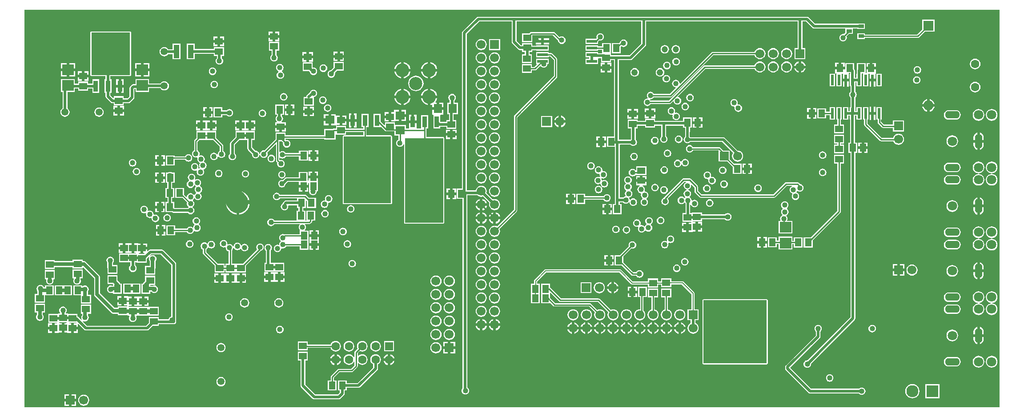
<source format=gbl>
G04*
G04 #@! TF.GenerationSoftware,Altium Limited,Altium Designer,19.1.8 (144)*
G04*
G04 Layer_Physical_Order=4*
G04 Layer_Color=16711680*
%FSLAX25Y25*%
%MOIN*%
G70*
G01*
G75*
%ADD12C,0.00787*%
%ADD87R,0.05906X0.05118*%
%ADD90R,0.05118X0.05906*%
%ADD97R,0.02362X0.07874*%
%ADD98R,0.06299X0.07087*%
%ADD99R,0.12795X0.08465*%
%ADD100R,0.03740X0.08465*%
%ADD111R,0.08661X0.07874*%
%ADD117R,0.07087X0.06299*%
%ADD121C,0.00906*%
%ADD123C,0.01968*%
%ADD124C,0.02756*%
%ADD130C,0.15748*%
%ADD131C,0.06693*%
%ADD132R,0.06693X0.06693*%
%ADD133C,0.09843*%
%ADD134C,0.10236*%
%ADD135R,0.06693X0.06693*%
%ADD136C,0.05315*%
%ADD137C,0.07480*%
%ADD138R,0.07480X0.07480*%
%ADD139R,0.05906X0.05906*%
%ADD140C,0.06299*%
%ADD141C,0.09055*%
%ADD142R,0.09055X0.09055*%
%ADD143C,0.07087*%
%ADD144O,0.11024X0.05512*%
%ADD145O,0.05512X0.11024*%
%ADD146C,0.04800*%
%ADD147C,0.04724*%
%ADD148C,0.01968*%
%ADD149C,0.04000*%
%ADD150R,0.04331X0.10236*%
%ADD151R,0.07874X0.02362*%
%ADD152R,0.04134X0.02559*%
%ADD153R,0.35236X0.50000*%
%ADD154R,0.28543X0.63386*%
%ADD155R,0.29134X0.31890*%
G36*
X733622Y-300551D02*
X2598D01*
Y-2598D01*
X733622D01*
Y-300551D01*
D02*
G37*
%LPC*%
G36*
X589301Y-7861D02*
X342861D01*
X342170Y-7998D01*
X342170Y-7998D01*
X341584Y-8390D01*
X331190Y-18784D01*
X331190Y-18784D01*
X330799Y-19370D01*
X330661Y-20061D01*
Y-136811D01*
X326770D01*
Y-144291D01*
X331123D01*
Y-286439D01*
X330762Y-286909D01*
X330481Y-287587D01*
X330385Y-288315D01*
X330481Y-289043D01*
X330762Y-289721D01*
X331209Y-290303D01*
X331791Y-290750D01*
X332469Y-291031D01*
X333197Y-291126D01*
X333925Y-291031D01*
X334603Y-290750D01*
X335185Y-290303D01*
X335632Y-289721D01*
X335912Y-289043D01*
X336008Y-288315D01*
X335912Y-287587D01*
X335632Y-286909D01*
X335185Y-286327D01*
X334735Y-285982D01*
Y-141702D01*
X342188D01*
X343033Y-142351D01*
X344039Y-142768D01*
X345118Y-142910D01*
X346197Y-142768D01*
X346476Y-142652D01*
X351206Y-147383D01*
X351091Y-147661D01*
X350949Y-148740D01*
X351091Y-149819D01*
X351507Y-150825D01*
X352170Y-151689D01*
X353033Y-152351D01*
X354039Y-152768D01*
X355118Y-152910D01*
X356197Y-152768D01*
X357203Y-152351D01*
X358066Y-151689D01*
X358729Y-150825D01*
X359146Y-149819D01*
X359288Y-148740D01*
X359146Y-147661D01*
X358729Y-146655D01*
X358066Y-145792D01*
X357203Y-145129D01*
X356197Y-144713D01*
X355118Y-144571D01*
X354039Y-144713D01*
X353761Y-144828D01*
X349030Y-140098D01*
X349146Y-139819D01*
X349288Y-138740D01*
X349146Y-137661D01*
X348729Y-136655D01*
X348066Y-135792D01*
X347203Y-135129D01*
X346197Y-134713D01*
X345118Y-134571D01*
X344039Y-134713D01*
X343033Y-135129D01*
X342170Y-135792D01*
X341507Y-136655D01*
X341091Y-137661D01*
X341034Y-138090D01*
X334274D01*
Y-20809D01*
X343609Y-11473D01*
X367938D01*
Y-26700D01*
X368076Y-27391D01*
X368467Y-27977D01*
X372850Y-32360D01*
X373436Y-32752D01*
X374127Y-32889D01*
X375768D01*
Y-34429D01*
X377701D01*
Y-35973D01*
X375659D01*
Y-42666D01*
X383140D01*
Y-35973D01*
X381314D01*
Y-34429D01*
X383248D01*
Y-33145D01*
X386221D01*
Y-33307D01*
X395669D01*
Y-29370D01*
X386221D01*
Y-29532D01*
X383248D01*
Y-27736D01*
X375768D01*
Y-29276D01*
X374875D01*
X371551Y-25952D01*
Y-11473D01*
X465030D01*
Y-28012D01*
X456285Y-36757D01*
X442657D01*
X442303Y-36403D01*
X442303Y-35221D01*
X442303Y-34716D01*
Y-27736D01*
X435610D01*
Y-30074D01*
X432677D01*
Y-29370D01*
X423228D01*
Y-33307D01*
X432677D01*
Y-32603D01*
X435610D01*
X435610Y-35217D01*
X435110Y-35217D01*
X434823D01*
Y-35351D01*
X432677D01*
Y-34370D01*
X423228D01*
Y-38307D01*
X426146D01*
Y-39370D01*
X423228D01*
Y-43307D01*
X432677D01*
Y-39370D01*
X432904Y-38964D01*
X434823D01*
Y-41909D01*
X442303D01*
Y-40369D01*
X444591D01*
Y-97835D01*
X439173D01*
Y-105315D01*
X445235D01*
X445244Y-144831D01*
X445234Y-144882D01*
Y-145276D01*
X445244Y-145327D01*
Y-148411D01*
X443704D01*
Y-155892D01*
X450397D01*
Y-148411D01*
X448857D01*
Y-147082D01*
X451416D01*
X451555Y-147264D01*
X452138Y-147710D01*
X452816Y-147991D01*
X453543Y-148087D01*
X454271Y-147991D01*
X454949Y-147710D01*
X455531Y-147264D01*
X455755Y-146972D01*
X456278Y-147112D01*
X456340Y-147578D01*
X456620Y-148256D01*
X457067Y-148838D01*
X457649Y-149285D01*
X458327Y-149566D01*
X459055Y-149662D01*
X459783Y-149566D01*
X460461Y-149285D01*
X461043Y-148838D01*
X461490Y-148256D01*
X461771Y-147578D01*
X461867Y-146850D01*
X461771Y-146123D01*
X461490Y-145445D01*
X461043Y-144862D01*
X460461Y-144416D01*
X459783Y-144135D01*
X459055Y-144039D01*
X458327Y-144135D01*
X457649Y-144416D01*
X457067Y-144862D01*
X456843Y-145154D01*
X456320Y-145014D01*
X456259Y-144548D01*
X455978Y-143870D01*
X455911Y-143782D01*
X456132Y-143249D01*
X456336Y-143222D01*
X457015Y-142941D01*
X457597Y-142494D01*
X458044Y-141912D01*
X458324Y-141234D01*
X458420Y-140506D01*
X458324Y-139778D01*
X458044Y-139100D01*
X457597Y-138518D01*
X457047Y-138096D01*
X457013Y-138045D01*
X456982Y-137516D01*
X457106Y-137421D01*
X457553Y-136839D01*
X457834Y-136161D01*
X457930Y-135433D01*
X457834Y-134705D01*
X457553Y-134027D01*
X457106Y-133445D01*
X456753Y-133174D01*
X456746Y-133161D01*
Y-132587D01*
X456753Y-132574D01*
X457106Y-132303D01*
X457553Y-131721D01*
X457834Y-131043D01*
X457930Y-130315D01*
X457834Y-129587D01*
X457553Y-128909D01*
X457106Y-128327D01*
X456524Y-127880D01*
X455846Y-127599D01*
X455118Y-127504D01*
X454390Y-127599D01*
X453712Y-127880D01*
X453130Y-128327D01*
X452683Y-128909D01*
X452402Y-129587D01*
X452307Y-130315D01*
X452402Y-131043D01*
X452683Y-131721D01*
X453130Y-132303D01*
X453483Y-132574D01*
X453490Y-132587D01*
Y-133161D01*
X453483Y-133174D01*
X453130Y-133445D01*
X452683Y-134027D01*
X452402Y-134705D01*
X452307Y-135433D01*
X452402Y-136161D01*
X452683Y-136839D01*
X453130Y-137421D01*
X453680Y-137843D01*
X453714Y-137894D01*
X453745Y-138423D01*
X453621Y-138518D01*
X453174Y-139100D01*
X452893Y-139778D01*
X452797Y-140506D01*
X452893Y-141234D01*
X453174Y-141912D01*
X453241Y-142000D01*
X453020Y-142533D01*
X452816Y-142560D01*
X452138Y-142841D01*
X451555Y-143288D01*
X451416Y-143469D01*
X448857D01*
X448847Y-104129D01*
X449201Y-103775D01*
X456928D01*
X457067Y-103956D01*
X457649Y-104403D01*
X458327Y-104684D01*
X459055Y-104780D01*
X459783Y-104684D01*
X460461Y-104403D01*
X461043Y-103956D01*
X461490Y-103374D01*
X461771Y-102696D01*
X461867Y-101969D01*
X461771Y-101241D01*
X461490Y-100563D01*
X461043Y-99980D01*
X460861Y-99841D01*
Y-91535D01*
X462402D01*
Y-89602D01*
X467913D01*
Y-91142D01*
X475394D01*
Y-89602D01*
X480130D01*
Y-97455D01*
X479948Y-97595D01*
X479501Y-98177D01*
X479221Y-98855D01*
X479125Y-99583D01*
X479221Y-100310D01*
X479501Y-100988D01*
X479948Y-101571D01*
X480531Y-102017D01*
X481209Y-102298D01*
X481936Y-102394D01*
X482664Y-102298D01*
X483342Y-102017D01*
X483924Y-101571D01*
X484371Y-100988D01*
X484652Y-100310D01*
X484748Y-99583D01*
X484652Y-98855D01*
X484371Y-98177D01*
X483924Y-97595D01*
X483743Y-97455D01*
Y-89602D01*
X496457D01*
Y-90945D01*
X497583D01*
X497934Y-91301D01*
X497833Y-97847D01*
X497618Y-98012D01*
X497171Y-98594D01*
X496891Y-99272D01*
X496795Y-100000D01*
X496891Y-100728D01*
X497171Y-101406D01*
X497618Y-101988D01*
X498201Y-102435D01*
X498879Y-102716D01*
X499606Y-102811D01*
X500334Y-102716D01*
X501012Y-102435D01*
X501594Y-101988D01*
X501734Y-101806D01*
X525787D01*
X533918Y-109938D01*
X533673Y-110258D01*
X533256Y-111263D01*
X533114Y-112343D01*
X533256Y-113422D01*
X533673Y-114427D01*
X534335Y-115291D01*
X535199Y-115953D01*
X536204Y-116370D01*
X537284Y-116512D01*
X538363Y-116370D01*
X539368Y-115953D01*
X540232Y-115291D01*
X540894Y-114427D01*
X541311Y-113422D01*
X541453Y-112343D01*
X541311Y-111263D01*
X540894Y-110258D01*
X540232Y-109394D01*
X539368Y-108732D01*
X538363Y-108315D01*
X537284Y-108173D01*
X537265Y-108175D01*
X527813Y-98723D01*
X527227Y-98331D01*
X526535Y-98194D01*
X501821D01*
X501446Y-97813D01*
X501552Y-90945D01*
X503150D01*
Y-83465D01*
X496457D01*
Y-85989D01*
X475394D01*
Y-84449D01*
X467913D01*
Y-85989D01*
X462402D01*
Y-84842D01*
X454921D01*
Y-91535D01*
X457249D01*
Y-99841D01*
X457067Y-99980D01*
X456928Y-100162D01*
X448204D01*
Y-40369D01*
X457033D01*
X457725Y-40232D01*
X458311Y-39840D01*
X468114Y-30038D01*
X468505Y-29452D01*
X468643Y-28760D01*
Y-11473D01*
X582209D01*
Y-31378D01*
X579882D01*
Y-39646D01*
X588150D01*
Y-31378D01*
X585822D01*
Y-11473D01*
X588553D01*
X593317Y-16238D01*
X593903Y-16630D01*
X594594Y-16767D01*
X618012D01*
Y-19767D01*
X616907Y-20872D01*
X616362Y-20800D01*
X615635Y-20896D01*
X614957Y-21177D01*
X614374Y-21623D01*
X613927Y-22206D01*
X613647Y-22884D01*
X613551Y-23611D01*
X613647Y-24339D01*
X613927Y-25017D01*
X614374Y-25599D01*
X614957Y-26046D01*
X615635Y-26327D01*
X616362Y-26423D01*
X617090Y-26327D01*
X617768Y-26046D01*
X618350Y-25599D01*
X618797Y-25017D01*
X619078Y-24339D01*
X619174Y-23611D01*
X619078Y-22884D01*
X618900Y-22455D01*
X620587Y-20768D01*
X623721D01*
Y-16767D01*
X627067D01*
Y-17028D01*
X632776D01*
Y-12894D01*
X627067D01*
Y-13154D01*
X595343D01*
X590578Y-8390D01*
X589992Y-7998D01*
X589301Y-7861D01*
D02*
G37*
G36*
X684842Y-10039D02*
X675787D01*
Y-17306D01*
X671917Y-21177D01*
X632776D01*
Y-20374D01*
X627067D01*
Y-24508D01*
X632776D01*
Y-23705D01*
X672441D01*
X672925Y-23609D01*
X673335Y-23335D01*
X677576Y-19094D01*
X684842D01*
Y-10039D01*
D02*
G37*
G36*
X193717Y-19078D02*
X190764D01*
Y-21637D01*
X193717D01*
Y-19078D01*
D02*
G37*
G36*
X188764D02*
X185811D01*
Y-21637D01*
X188764D01*
Y-19078D01*
D02*
G37*
G36*
X395882Y-24158D02*
X391945D01*
Y-25339D01*
X395882D01*
Y-24158D01*
D02*
G37*
G36*
X389945D02*
X386008D01*
Y-25339D01*
X389945D01*
Y-24158D01*
D02*
G37*
G36*
X152378Y-22819D02*
X149425D01*
Y-25378D01*
X152378D01*
Y-22819D01*
D02*
G37*
G36*
X147425D02*
X144473D01*
Y-25378D01*
X147425D01*
Y-22819D01*
D02*
G37*
G36*
X434224Y-20172D02*
X433496Y-20267D01*
X432818Y-20548D01*
X432236Y-20995D01*
X431789Y-21577D01*
X431508Y-22255D01*
X431412Y-22983D01*
X431508Y-23711D01*
X431567Y-23852D01*
X431049Y-24370D01*
X423228D01*
Y-28307D01*
X432677D01*
Y-26318D01*
X433355Y-25640D01*
X433496Y-25699D01*
X434224Y-25795D01*
X434951Y-25699D01*
X435629Y-25418D01*
X436212Y-24971D01*
X436658Y-24389D01*
X436939Y-23711D01*
X437035Y-22983D01*
X436939Y-22255D01*
X436658Y-21577D01*
X436212Y-20995D01*
X435629Y-20548D01*
X434951Y-20267D01*
X434224Y-20172D01*
D02*
G37*
G36*
X193717Y-23637D02*
X190764D01*
Y-26196D01*
X193717D01*
Y-23637D01*
D02*
G37*
G36*
X188764D02*
X185811D01*
Y-26196D01*
X188764D01*
Y-23637D01*
D02*
G37*
G36*
X399268Y-19263D02*
X382582D01*
X382098Y-19360D01*
X381688Y-19634D01*
X381066Y-20256D01*
X375768D01*
Y-26949D01*
X383248D01*
Y-21792D01*
X398744D01*
X402700Y-25748D01*
X402762Y-26224D01*
X403043Y-26902D01*
X403490Y-27485D01*
X404072Y-27931D01*
X404750Y-28212D01*
X405478Y-28308D01*
X406206Y-28212D01*
X406884Y-27931D01*
X407466Y-27485D01*
X407913Y-26902D01*
X408194Y-26224D01*
X408289Y-25497D01*
X408194Y-24769D01*
X407913Y-24091D01*
X407466Y-23508D01*
X406884Y-23062D01*
X406206Y-22781D01*
X405478Y-22685D01*
X404750Y-22781D01*
X404072Y-23062D01*
X403799Y-23271D01*
X400162Y-19634D01*
X399752Y-19360D01*
X399268Y-19263D01*
D02*
G37*
G36*
X395882Y-27339D02*
X391945D01*
Y-28520D01*
X395882D01*
Y-27339D01*
D02*
G37*
G36*
X389945D02*
X386008D01*
Y-28520D01*
X389945D01*
Y-27339D01*
D02*
G37*
G36*
X152378Y-27378D02*
X149425D01*
Y-29937D01*
X152378D01*
Y-27378D01*
D02*
G37*
G36*
X147425D02*
X144473D01*
Y-29937D01*
X147425D01*
Y-27378D01*
D02*
G37*
G36*
X451817Y-24884D02*
X451089Y-24980D01*
X450411Y-25261D01*
X449829Y-25708D01*
X449382Y-26290D01*
X449101Y-26968D01*
X449093Y-27032D01*
X448389Y-27736D01*
X443091D01*
Y-35217D01*
X449784D01*
Y-30279D01*
X450283Y-30032D01*
X450411Y-30130D01*
X451089Y-30411D01*
X451817Y-30507D01*
X452545Y-30411D01*
X453223Y-30130D01*
X453805Y-29684D01*
X454252Y-29101D01*
X454533Y-28423D01*
X454628Y-27696D01*
X454533Y-26968D01*
X454252Y-26290D01*
X453805Y-25708D01*
X453223Y-25261D01*
X452545Y-24980D01*
X451817Y-24884D01*
D02*
G37*
G36*
X119685Y-27953D02*
X113779D01*
Y-32249D01*
X110436D01*
X109937Y-31598D01*
X109218Y-31046D01*
X108380Y-30699D01*
X107480Y-30580D01*
X106581Y-30699D01*
X105743Y-31046D01*
X105023Y-31598D01*
X104471Y-32318D01*
X104124Y-33156D01*
X104006Y-34055D01*
X104124Y-34954D01*
X104471Y-35792D01*
X105023Y-36512D01*
X105743Y-37064D01*
X106581Y-37411D01*
X107480Y-37530D01*
X108380Y-37411D01*
X109218Y-37064D01*
X109937Y-36512D01*
X110436Y-35862D01*
X113779D01*
Y-39764D01*
X119685D01*
Y-27953D01*
D02*
G37*
G36*
X359252Y-24606D02*
X350984D01*
Y-32874D01*
X359252D01*
Y-24606D01*
D02*
G37*
G36*
X345118Y-24571D02*
X344039Y-24713D01*
X343033Y-25129D01*
X342170Y-25792D01*
X341507Y-26655D01*
X341091Y-27661D01*
X340949Y-28740D01*
X341091Y-29819D01*
X341507Y-30825D01*
X342170Y-31688D01*
X343033Y-32351D01*
X344039Y-32768D01*
X345118Y-32910D01*
X346197Y-32768D01*
X347203Y-32351D01*
X348066Y-31688D01*
X348729Y-30825D01*
X349146Y-29819D01*
X349288Y-28740D01*
X349146Y-27661D01*
X348729Y-26655D01*
X348066Y-25792D01*
X347203Y-25129D01*
X346197Y-24713D01*
X345118Y-24571D01*
D02*
G37*
G36*
X490945Y-29107D02*
X490123Y-29215D01*
X489357Y-29532D01*
X488699Y-30037D01*
X488194Y-30695D01*
X487876Y-31461D01*
X487768Y-32283D01*
X487876Y-33106D01*
X488194Y-33872D01*
X488699Y-34530D01*
X489357Y-35035D01*
X490123Y-35352D01*
X490945Y-35460D01*
X491767Y-35352D01*
X492533Y-35035D01*
X493191Y-34530D01*
X493696Y-33872D01*
X494013Y-33106D01*
X494122Y-32283D01*
X494013Y-31461D01*
X493696Y-30695D01*
X493191Y-30037D01*
X492533Y-29532D01*
X491767Y-29215D01*
X490945Y-29107D01*
D02*
G37*
G36*
X482677D02*
X481855Y-29215D01*
X481089Y-29532D01*
X480431Y-30037D01*
X479926Y-30695D01*
X479609Y-31461D01*
X479500Y-32283D01*
X479609Y-33106D01*
X479926Y-33872D01*
X480431Y-34530D01*
X481089Y-35035D01*
X481855Y-35352D01*
X482677Y-35460D01*
X483499Y-35352D01*
X484266Y-35035D01*
X484924Y-34530D01*
X485428Y-33872D01*
X485746Y-33106D01*
X485854Y-32283D01*
X485746Y-31461D01*
X485428Y-30695D01*
X484924Y-30037D01*
X484266Y-29532D01*
X483499Y-29215D01*
X482677Y-29107D01*
D02*
G37*
G36*
X242142Y-34041D02*
X239189D01*
Y-36600D01*
X242142D01*
Y-34041D01*
D02*
G37*
G36*
X237189D02*
X234236D01*
Y-36600D01*
X237189D01*
Y-34041D01*
D02*
G37*
G36*
X218913Y-34434D02*
X215961D01*
Y-36993D01*
X218913D01*
Y-34434D01*
D02*
G37*
G36*
X213961D02*
X211008D01*
Y-36993D01*
X213961D01*
Y-34434D01*
D02*
G37*
G36*
X574016Y-31342D02*
X572937Y-31484D01*
X571931Y-31901D01*
X571067Y-32563D01*
X570405Y-33427D01*
X569988Y-34433D01*
X569846Y-35512D01*
X569988Y-36591D01*
X570405Y-37597D01*
X571067Y-38460D01*
X571931Y-39123D01*
X572937Y-39539D01*
X574016Y-39681D01*
X575095Y-39539D01*
X576100Y-39123D01*
X576964Y-38460D01*
X577627Y-37597D01*
X578043Y-36591D01*
X578185Y-35512D01*
X578043Y-34433D01*
X577627Y-33427D01*
X576964Y-32563D01*
X576100Y-31901D01*
X575095Y-31484D01*
X574016Y-31342D01*
D02*
G37*
G36*
X564016D02*
X562937Y-31484D01*
X561931Y-31901D01*
X561067Y-32563D01*
X560405Y-33427D01*
X559988Y-34433D01*
X559846Y-35512D01*
X559988Y-36591D01*
X560405Y-37597D01*
X561067Y-38460D01*
X561931Y-39123D01*
X562937Y-39539D01*
X564016Y-39681D01*
X565095Y-39539D01*
X566101Y-39123D01*
X566964Y-38460D01*
X567627Y-37597D01*
X568043Y-36591D01*
X568185Y-35512D01*
X568043Y-34433D01*
X567627Y-33427D01*
X566964Y-32563D01*
X566101Y-31901D01*
X565095Y-31484D01*
X564016Y-31342D01*
D02*
G37*
G36*
X554016D02*
X552937Y-31484D01*
X551931Y-31901D01*
X551067Y-32563D01*
X550405Y-33427D01*
X550098Y-34169D01*
X518504D01*
X518020Y-34265D01*
X517610Y-34539D01*
X494260Y-57889D01*
X493732Y-57710D01*
X493671Y-57247D01*
X493390Y-56569D01*
X492943Y-55987D01*
X492361Y-55540D01*
X491683Y-55259D01*
X490955Y-55163D01*
X490228Y-55259D01*
X489549Y-55540D01*
X488967Y-55987D01*
X488520Y-56569D01*
X488239Y-57247D01*
X488144Y-57975D01*
X488239Y-58702D01*
X488520Y-59381D01*
X488967Y-59963D01*
X489549Y-60410D01*
X490228Y-60690D01*
X490690Y-60751D01*
X490870Y-61279D01*
X486484Y-65665D01*
X474541D01*
X474482Y-65523D01*
X474035Y-64941D01*
X473453Y-64494D01*
X472775Y-64214D01*
X472047Y-64118D01*
X471320Y-64214D01*
X470642Y-64494D01*
X470059Y-64941D01*
X469613Y-65523D01*
X469332Y-66202D01*
X469236Y-66929D01*
X469332Y-67657D01*
X469613Y-68335D01*
X469943Y-68765D01*
X469688Y-69236D01*
X469685Y-69236D01*
X468957Y-69332D01*
X468279Y-69612D01*
X467697Y-70059D01*
X467250Y-70641D01*
X466969Y-71320D01*
X466874Y-72047D01*
X466969Y-72775D01*
X467250Y-73453D01*
X467697Y-74035D01*
X468279Y-74482D01*
X468957Y-74763D01*
X469685Y-74859D01*
X470413Y-74763D01*
X471091Y-74482D01*
X471673Y-74035D01*
X472120Y-73453D01*
X472178Y-73312D01*
X486221D01*
X486704Y-73215D01*
X487115Y-72941D01*
X488854Y-71201D01*
X489382Y-71381D01*
X489410Y-71594D01*
X489691Y-72272D01*
X490138Y-72854D01*
X490720Y-73301D01*
X491398Y-73582D01*
X492126Y-73678D01*
X492854Y-73582D01*
X493532Y-73301D01*
X494114Y-72854D01*
X494561Y-72272D01*
X494842Y-71594D01*
X494937Y-70866D01*
X494842Y-70139D01*
X494561Y-69460D01*
X494114Y-68878D01*
X493532Y-68431D01*
X492854Y-68151D01*
X492641Y-68123D01*
X492461Y-67594D01*
X513122Y-46934D01*
X550130D01*
X550405Y-47597D01*
X551067Y-48460D01*
X551931Y-49123D01*
X552937Y-49539D01*
X554016Y-49681D01*
X555095Y-49539D01*
X556101Y-49123D01*
X556964Y-48460D01*
X557627Y-47597D01*
X558043Y-46591D01*
X558185Y-45512D01*
X558043Y-44433D01*
X557627Y-43427D01*
X556964Y-42564D01*
X556101Y-41901D01*
X555095Y-41484D01*
X554016Y-41342D01*
X552937Y-41484D01*
X551931Y-41901D01*
X551067Y-42564D01*
X550405Y-43427D01*
X550000Y-44405D01*
X512598D01*
X512114Y-44501D01*
X511704Y-44775D01*
X485697Y-70783D01*
X472178D01*
X472120Y-70641D01*
X471790Y-70211D01*
X472044Y-69740D01*
X472047Y-69741D01*
X472775Y-69645D01*
X473453Y-69364D01*
X474035Y-68917D01*
X474482Y-68335D01*
X474541Y-68194D01*
X487008D01*
X487492Y-68097D01*
X487902Y-67823D01*
X519028Y-36698D01*
X550032D01*
X550405Y-37597D01*
X551067Y-38460D01*
X551931Y-39123D01*
X552937Y-39539D01*
X554016Y-39681D01*
X555095Y-39539D01*
X556101Y-39123D01*
X556964Y-38460D01*
X557627Y-37597D01*
X558043Y-36591D01*
X558185Y-35512D01*
X558043Y-34433D01*
X557627Y-33427D01*
X556964Y-32563D01*
X556101Y-31901D01*
X555095Y-31484D01*
X554016Y-31342D01*
D02*
G37*
G36*
X242142Y-38600D02*
X239189D01*
Y-41159D01*
X242142D01*
Y-38600D01*
D02*
G37*
G36*
X237189D02*
X234236D01*
Y-41159D01*
X237189D01*
Y-38600D01*
D02*
G37*
G36*
X193504Y-26770D02*
X186024D01*
Y-33463D01*
X187957D01*
Y-36455D01*
X187776Y-36595D01*
X187329Y-37177D01*
X187048Y-37855D01*
X186952Y-38583D01*
X187048Y-39310D01*
X187329Y-39988D01*
X187776Y-40571D01*
X188358Y-41017D01*
X189036Y-41298D01*
X189764Y-41394D01*
X190491Y-41298D01*
X191170Y-41017D01*
X191752Y-40571D01*
X192199Y-39988D01*
X192479Y-39310D01*
X192575Y-38583D01*
X192479Y-37855D01*
X192199Y-37177D01*
X191752Y-36595D01*
X191570Y-36455D01*
Y-33463D01*
X193504D01*
Y-26770D01*
D02*
G37*
G36*
X218913Y-38993D02*
X215961D01*
Y-41552D01*
X218913D01*
Y-38993D01*
D02*
G37*
G36*
X213961D02*
X211008D01*
Y-41552D01*
X213961D01*
Y-38993D01*
D02*
G37*
G36*
X355118Y-34571D02*
X354039Y-34713D01*
X353033Y-35129D01*
X352170Y-35792D01*
X351507Y-36655D01*
X351091Y-37661D01*
X350949Y-38740D01*
X351091Y-39819D01*
X351507Y-40825D01*
X352170Y-41688D01*
X353033Y-42351D01*
X354039Y-42768D01*
X355118Y-42910D01*
X356197Y-42768D01*
X357203Y-42351D01*
X358066Y-41688D01*
X358729Y-40825D01*
X359146Y-39819D01*
X359288Y-38740D01*
X359146Y-37661D01*
X358729Y-36655D01*
X358066Y-35792D01*
X357203Y-35129D01*
X356197Y-34713D01*
X355118Y-34571D01*
D02*
G37*
G36*
X345118D02*
X344039Y-34713D01*
X343033Y-35129D01*
X342170Y-35792D01*
X341507Y-36655D01*
X341091Y-37661D01*
X340949Y-38740D01*
X341091Y-39819D01*
X341507Y-40825D01*
X342170Y-41688D01*
X343033Y-42351D01*
X344039Y-42768D01*
X345118Y-42910D01*
X346197Y-42768D01*
X347203Y-42351D01*
X348066Y-41688D01*
X348729Y-40825D01*
X349146Y-39819D01*
X349288Y-38740D01*
X349146Y-37661D01*
X348729Y-36655D01*
X348066Y-35792D01*
X347203Y-35129D01*
X346197Y-34713D01*
X345118Y-34571D01*
D02*
G37*
G36*
X130315Y-27953D02*
X124409D01*
Y-39764D01*
X130315D01*
Y-35665D01*
X137008D01*
X137008Y-35665D01*
X144685D01*
Y-37205D01*
X147012D01*
Y-38818D01*
X146831Y-38957D01*
X146384Y-39539D01*
X146103Y-40217D01*
X146007Y-40945D01*
X146103Y-41673D01*
X146384Y-42351D01*
X146831Y-42933D01*
X147413Y-43380D01*
X148091Y-43661D01*
X148819Y-43756D01*
X149547Y-43661D01*
X150225Y-43380D01*
X150807Y-42933D01*
X151254Y-42351D01*
X151534Y-41673D01*
X151630Y-40945D01*
X151534Y-40217D01*
X151254Y-39539D01*
X150807Y-38957D01*
X150625Y-38818D01*
Y-37205D01*
X152165D01*
Y-30512D01*
X144685D01*
Y-32052D01*
X137008D01*
X137008Y-32052D01*
X130315D01*
Y-27953D01*
D02*
G37*
G36*
X491170Y-38748D02*
X490442Y-38844D01*
X489764Y-39125D01*
X489182Y-39572D01*
X488735Y-40154D01*
X488454Y-40832D01*
X488358Y-41560D01*
X488454Y-42287D01*
X488735Y-42966D01*
X489182Y-43548D01*
X489764Y-43995D01*
X490442Y-44276D01*
X491170Y-44371D01*
X491897Y-44276D01*
X492575Y-43995D01*
X493158Y-43548D01*
X493605Y-42966D01*
X493885Y-42287D01*
X493981Y-41560D01*
X493885Y-40832D01*
X493605Y-40154D01*
X493158Y-39572D01*
X492575Y-39125D01*
X491897Y-38844D01*
X491170Y-38748D01*
D02*
G37*
G36*
X585016Y-41260D02*
Y-44512D01*
X588268D01*
X588250Y-44377D01*
X587812Y-43320D01*
X587116Y-42412D01*
X586208Y-41715D01*
X585150Y-41277D01*
X585016Y-41260D01*
D02*
G37*
G36*
X583016Y-41260D02*
X582881Y-41277D01*
X581824Y-41715D01*
X580916Y-42412D01*
X580219Y-43320D01*
X579781Y-44377D01*
X579764Y-44512D01*
X583016D01*
Y-41260D01*
D02*
G37*
G36*
X442516Y-42484D02*
X439563D01*
Y-45043D01*
X442516D01*
Y-42484D01*
D02*
G37*
G36*
X437563D02*
X434610D01*
Y-45043D01*
X437563D01*
Y-42484D01*
D02*
G37*
G36*
X617535Y-42307D02*
X614976D01*
Y-45260D01*
X617535D01*
Y-42307D01*
D02*
G37*
G36*
X612976D02*
X610417D01*
Y-45260D01*
X612976D01*
Y-42307D01*
D02*
G37*
G36*
X640961Y-42504D02*
X638402D01*
Y-45457D01*
X640961D01*
Y-42504D01*
D02*
G37*
G36*
X636402D02*
X633843D01*
Y-45457D01*
X636402D01*
Y-42504D01*
D02*
G37*
G36*
X395669Y-39370D02*
X386221D01*
Y-43307D01*
X386535D01*
X386726Y-43769D01*
X384960Y-45536D01*
X383140D01*
Y-43454D01*
X375659D01*
Y-50147D01*
X383140D01*
Y-48064D01*
X385484D01*
X385967Y-47968D01*
X386378Y-47694D01*
X389133Y-44939D01*
X389792Y-44987D01*
X389981Y-45235D01*
X390564Y-45681D01*
X391242Y-45962D01*
X391969Y-46058D01*
X392697Y-45962D01*
X393375Y-45681D01*
X393957Y-45235D01*
X394404Y-44652D01*
X394685Y-43974D01*
X394773Y-43307D01*
X395669D01*
Y-39370D01*
D02*
G37*
G36*
X96276Y-42701D02*
X91945D01*
Y-46638D01*
X96276D01*
Y-42701D01*
D02*
G37*
G36*
X89945D02*
X85614D01*
Y-46638D01*
X89945D01*
Y-42701D01*
D02*
G37*
G36*
X40551D02*
X36220D01*
Y-46638D01*
X40551D01*
Y-42701D01*
D02*
G37*
G36*
X34220D02*
X29890D01*
Y-46638D01*
X34220D01*
Y-42701D01*
D02*
G37*
G36*
X307063Y-41825D02*
Y-46874D01*
X312112D01*
X312093Y-46675D01*
X311743Y-45521D01*
X311175Y-44458D01*
X310410Y-43527D01*
X309478Y-42762D01*
X308416Y-42194D01*
X307262Y-41844D01*
X307063Y-41825D01*
D02*
G37*
G36*
X287063D02*
Y-46874D01*
X292112D01*
X292093Y-46675D01*
X291743Y-45521D01*
X291175Y-44458D01*
X290410Y-43527D01*
X289478Y-42762D01*
X288416Y-42194D01*
X287262Y-41844D01*
X287063Y-41825D01*
D02*
G37*
G36*
X305063Y-41825D02*
X304864Y-41844D01*
X303710Y-42194D01*
X302647Y-42762D01*
X301716Y-43527D01*
X300951Y-44458D01*
X300383Y-45521D01*
X300033Y-46675D01*
X300014Y-46874D01*
X305063D01*
Y-41825D01*
D02*
G37*
G36*
X285063D02*
X284864Y-41844D01*
X283710Y-42194D01*
X282647Y-42762D01*
X281716Y-43527D01*
X280951Y-44458D01*
X280383Y-45521D01*
X280033Y-46675D01*
X280014Y-46874D01*
X285063D01*
Y-41825D01*
D02*
G37*
G36*
X715354Y-39334D02*
X714327Y-39470D01*
X713369Y-39866D01*
X712546Y-40497D01*
X711915Y-41320D01*
X711519Y-42277D01*
X711383Y-43305D01*
X711519Y-44333D01*
X711915Y-45291D01*
X712546Y-46113D01*
X713369Y-46744D01*
X714327Y-47141D01*
X715354Y-47276D01*
X716382Y-47141D01*
X717340Y-46744D01*
X718162Y-46113D01*
X718793Y-45291D01*
X719190Y-44333D01*
X719325Y-43305D01*
X719190Y-42277D01*
X718793Y-41320D01*
X718162Y-40497D01*
X717340Y-39866D01*
X716382Y-39470D01*
X715354Y-39334D01*
D02*
G37*
G36*
X484252Y-41677D02*
X483524Y-41772D01*
X482846Y-42053D01*
X482264Y-42500D01*
X481817Y-43082D01*
X481536Y-43760D01*
X481440Y-44488D01*
X481536Y-45216D01*
X481817Y-45894D01*
X482264Y-46476D01*
X482846Y-46923D01*
X483524Y-47204D01*
X484252Y-47300D01*
X484980Y-47204D01*
X485658Y-46923D01*
X486240Y-46476D01*
X486687Y-45894D01*
X486968Y-45216D01*
X487063Y-44488D01*
X486968Y-43760D01*
X486687Y-43082D01*
X486240Y-42500D01*
X485658Y-42053D01*
X484980Y-41772D01*
X484252Y-41677D01*
D02*
G37*
G36*
X226772Y-43645D02*
X226044Y-43741D01*
X225366Y-44022D01*
X224784Y-44469D01*
X224337Y-45051D01*
X224056Y-45729D01*
X223960Y-46457D01*
X224056Y-47184D01*
X224337Y-47862D01*
X224784Y-48445D01*
X225366Y-48891D01*
X226044Y-49172D01*
X226772Y-49268D01*
X227499Y-49172D01*
X228177Y-48891D01*
X228760Y-48445D01*
X229206Y-47862D01*
X229487Y-47184D01*
X229583Y-46457D01*
X229487Y-45729D01*
X229206Y-45051D01*
X228760Y-44469D01*
X228177Y-44022D01*
X227499Y-43741D01*
X226772Y-43645D01*
D02*
G37*
G36*
X442516Y-47043D02*
X439563D01*
Y-49602D01*
X442516D01*
Y-47043D01*
D02*
G37*
G36*
X437563D02*
X434610D01*
Y-49602D01*
X437563D01*
Y-47043D01*
D02*
G37*
G36*
X574016Y-41342D02*
X572937Y-41484D01*
X571931Y-41901D01*
X571067Y-42564D01*
X570405Y-43427D01*
X569988Y-44433D01*
X569846Y-45512D01*
X569988Y-46591D01*
X570405Y-47597D01*
X571067Y-48460D01*
X571931Y-49123D01*
X572937Y-49539D01*
X574016Y-49681D01*
X575095Y-49539D01*
X576100Y-49123D01*
X576964Y-48460D01*
X577627Y-47597D01*
X578043Y-46591D01*
X578185Y-45512D01*
X578043Y-44433D01*
X577627Y-43427D01*
X576964Y-42564D01*
X576100Y-41901D01*
X575095Y-41484D01*
X574016Y-41342D01*
D02*
G37*
G36*
X564016D02*
X562937Y-41484D01*
X561931Y-41901D01*
X561067Y-42564D01*
X560405Y-43427D01*
X559988Y-44433D01*
X559846Y-45512D01*
X559988Y-46591D01*
X560405Y-47597D01*
X561067Y-48460D01*
X561931Y-49123D01*
X562937Y-49539D01*
X564016Y-49681D01*
X565095Y-49539D01*
X566101Y-49123D01*
X566964Y-48460D01*
X567627Y-47597D01*
X568043Y-46591D01*
X568185Y-45512D01*
X568043Y-44433D01*
X567627Y-43427D01*
X566964Y-42564D01*
X566101Y-41901D01*
X565095Y-41484D01*
X564016Y-41342D01*
D02*
G37*
G36*
X583016Y-46512D02*
X579763D01*
X579781Y-46646D01*
X580219Y-47704D01*
X580916Y-48612D01*
X581824Y-49308D01*
X582881Y-49746D01*
X583016Y-49764D01*
Y-46512D01*
D02*
G37*
G36*
X588268D02*
X585016D01*
Y-49764D01*
X585150Y-49746D01*
X586208Y-49308D01*
X587116Y-48612D01*
X587812Y-47704D01*
X588250Y-46646D01*
X588268Y-46512D01*
D02*
G37*
G36*
X624803Y-42520D02*
X618110D01*
Y-49698D01*
X617791Y-49967D01*
X617725Y-49954D01*
X617535Y-49852D01*
Y-47260D01*
X613976D01*
X610417D01*
Y-49743D01*
X610417Y-50116D01*
X610404Y-50240D01*
X610227Y-50611D01*
X609901Y-50630D01*
X609862Y-50630D01*
X606417D01*
Y-60079D01*
X610354D01*
Y-51100D01*
X610354Y-50726D01*
X610368Y-50602D01*
X610545Y-50232D01*
X610871Y-50213D01*
X610910Y-50213D01*
X611218D01*
X611418Y-50630D01*
X611418Y-50713D01*
Y-60079D01*
X615355D01*
Y-50713D01*
X615355Y-50630D01*
X615420Y-50492D01*
X615708Y-50409D01*
X616109Y-50654D01*
X616205Y-50758D01*
Y-54354D01*
X618386D01*
X620567D01*
Y-50500D01*
X620567Y-50417D01*
X620766Y-50000D01*
X621580D01*
Y-50630D01*
X621418D01*
Y-60079D01*
X621938D01*
Y-64082D01*
X621757Y-64222D01*
X621310Y-64804D01*
X621029Y-65482D01*
X620933Y-66210D01*
X621029Y-66937D01*
X621310Y-67615D01*
X621757Y-68198D01*
X621938Y-68337D01*
Y-75630D01*
X621418D01*
Y-78548D01*
X620354D01*
Y-75630D01*
X616417D01*
Y-85079D01*
X620354D01*
Y-82161D01*
X621418D01*
Y-85079D01*
X621580D01*
Y-102382D01*
X620430D01*
Y-109862D01*
X621970D01*
Y-233235D01*
X589744Y-265461D01*
X589517Y-265431D01*
X588790Y-265527D01*
X588112Y-265808D01*
X587529Y-266254D01*
X587082Y-266837D01*
X586802Y-267515D01*
X586706Y-268243D01*
X586802Y-268970D01*
X587082Y-269648D01*
X587529Y-270231D01*
X588112Y-270677D01*
X588790Y-270958D01*
X589517Y-271054D01*
X590245Y-270958D01*
X590923Y-270677D01*
X591505Y-270231D01*
X591952Y-269648D01*
X592233Y-268970D01*
X592329Y-268243D01*
X592299Y-268016D01*
X625054Y-235261D01*
X625445Y-234675D01*
X625583Y-233983D01*
Y-109862D01*
X627123D01*
Y-102382D01*
X625192D01*
Y-85079D01*
X625355D01*
Y-82161D01*
X626417D01*
Y-85079D01*
X630354D01*
Y-75630D01*
X626417D01*
Y-78548D01*
X625551D01*
Y-68337D01*
X625733Y-68198D01*
X626179Y-67615D01*
X626460Y-66937D01*
X626556Y-66210D01*
X626460Y-65482D01*
X626179Y-64804D01*
X625733Y-64222D01*
X625551Y-64082D01*
Y-57161D01*
X626417D01*
Y-60079D01*
X630354D01*
Y-50630D01*
X630354Y-50630D01*
X630354D01*
X630354Y-50630D01*
X630516Y-50197D01*
X631256D01*
X631418Y-50630D01*
X631418Y-50697D01*
Y-60079D01*
X635355D01*
X635355Y-50749D01*
X635784Y-50466D01*
X636205Y-50598D01*
Y-50910D01*
Y-54354D01*
X638386D01*
X640567D01*
X640567Y-50666D01*
X640961Y-50410D01*
Y-50161D01*
X640961Y-50161D01*
Y-47457D01*
X633843D01*
X633843Y-49883D01*
X633438Y-50159D01*
X633268Y-50042D01*
Y-42717D01*
X626575D01*
Y-50197D01*
X626417Y-50630D01*
X626417D01*
X626417Y-50632D01*
Y-53548D01*
X625355D01*
Y-50630D01*
X625192D01*
Y-48189D01*
X625055Y-47498D01*
X624803Y-47121D01*
Y-42520D01*
D02*
G37*
G36*
X672064Y-44922D02*
X671336Y-45018D01*
X670658Y-45299D01*
X670076Y-45746D01*
X669629Y-46328D01*
X669348Y-47006D01*
X669252Y-47734D01*
X669348Y-48461D01*
X669629Y-49140D01*
X670076Y-49722D01*
X670658Y-50169D01*
X671336Y-50450D01*
X672064Y-50545D01*
X672791Y-50450D01*
X673469Y-50169D01*
X674052Y-49722D01*
X674499Y-49140D01*
X674779Y-48461D01*
X674875Y-47734D01*
X674779Y-47006D01*
X674499Y-46328D01*
X674052Y-45746D01*
X673469Y-45299D01*
X672791Y-45018D01*
X672064Y-44922D01*
D02*
G37*
G36*
X50591Y-48803D02*
X47638D01*
Y-51362D01*
X50591D01*
Y-48803D01*
D02*
G37*
G36*
X45638D02*
X42685D01*
Y-51362D01*
X45638D01*
Y-48803D01*
D02*
G37*
G36*
X218701Y-42127D02*
X211221D01*
Y-48820D01*
X216146D01*
X216531Y-49204D01*
X216576Y-49547D01*
X216857Y-50225D01*
X217303Y-50807D01*
X217886Y-51254D01*
X218564Y-51535D01*
X219291Y-51630D01*
X220019Y-51535D01*
X220697Y-51254D01*
X221279Y-50807D01*
X221726Y-50225D01*
X222007Y-49547D01*
X222103Y-48819D01*
X222007Y-48091D01*
X221726Y-47413D01*
X221279Y-46831D01*
X220697Y-46384D01*
X220019Y-46103D01*
X219291Y-46007D01*
X219077Y-46036D01*
X218701Y-45706D01*
Y-42127D01*
D02*
G37*
G36*
X143701Y-46007D02*
X142973Y-46103D01*
X142295Y-46384D01*
X141713Y-46831D01*
X141266Y-47413D01*
X140985Y-48091D01*
X140889Y-48819D01*
X140985Y-49547D01*
X141266Y-50225D01*
X141713Y-50807D01*
X142295Y-51254D01*
X142973Y-51535D01*
X143701Y-51630D01*
X144428Y-51535D01*
X145106Y-51254D01*
X145689Y-50807D01*
X146136Y-50225D01*
X146416Y-49547D01*
X146512Y-48819D01*
X146416Y-48091D01*
X146136Y-47413D01*
X145689Y-46831D01*
X145106Y-46384D01*
X144428Y-46103D01*
X143701Y-46007D01*
D02*
G37*
G36*
X96276Y-48638D02*
X91945D01*
Y-52575D01*
X96276D01*
Y-48638D01*
D02*
G37*
G36*
X89945D02*
X85614D01*
Y-52575D01*
X89945D01*
Y-48638D01*
D02*
G37*
G36*
X40551Y-48638D02*
X36220D01*
Y-52575D01*
X40551D01*
Y-48638D01*
D02*
G37*
G36*
X34220D02*
X29890D01*
Y-52575D01*
X34220D01*
Y-48638D01*
D02*
G37*
G36*
X479134Y-46391D02*
X478302Y-46501D01*
X477526Y-46822D01*
X476861Y-47333D01*
X476350Y-47999D01*
X476028Y-48774D01*
X475919Y-49606D01*
X476028Y-50438D01*
X476350Y-51214D01*
X476861Y-51880D01*
X477526Y-52390D01*
X478302Y-52712D01*
X479134Y-52821D01*
X479966Y-52712D01*
X480741Y-52390D01*
X481407Y-51880D01*
X481918Y-51214D01*
X482239Y-50438D01*
X482349Y-49606D01*
X482239Y-48774D01*
X481918Y-47999D01*
X481407Y-47333D01*
X480741Y-46822D01*
X479966Y-46501D01*
X479134Y-46391D01*
D02*
G37*
G36*
X460134D02*
X459302Y-46501D01*
X458526Y-46822D01*
X457861Y-47333D01*
X457350Y-47999D01*
X457028Y-48774D01*
X456919Y-49606D01*
X457028Y-50438D01*
X457350Y-51214D01*
X457861Y-51880D01*
X458526Y-52390D01*
X459302Y-52712D01*
X460134Y-52821D01*
X460966Y-52712D01*
X461741Y-52390D01*
X462407Y-51880D01*
X462918Y-51214D01*
X463239Y-50438D01*
X463349Y-49606D01*
X463239Y-48774D01*
X462918Y-47999D01*
X462407Y-47333D01*
X461741Y-46822D01*
X460966Y-46501D01*
X460134Y-46391D01*
D02*
G37*
G36*
X355118Y-44571D02*
X354039Y-44713D01*
X353033Y-45129D01*
X352170Y-45792D01*
X351507Y-46655D01*
X351091Y-47661D01*
X350949Y-48740D01*
X351091Y-49819D01*
X351507Y-50825D01*
X352170Y-51688D01*
X353033Y-52351D01*
X354039Y-52768D01*
X355118Y-52910D01*
X356197Y-52768D01*
X357203Y-52351D01*
X358066Y-51688D01*
X358729Y-50825D01*
X359146Y-49819D01*
X359288Y-48740D01*
X359146Y-47661D01*
X358729Y-46655D01*
X358066Y-45792D01*
X357203Y-45129D01*
X356197Y-44713D01*
X355118Y-44571D01*
D02*
G37*
G36*
X345118D02*
X344039Y-44713D01*
X343033Y-45129D01*
X342170Y-45792D01*
X341507Y-46655D01*
X341091Y-47661D01*
X340949Y-48740D01*
X341091Y-49819D01*
X341507Y-50825D01*
X342170Y-51688D01*
X343033Y-52351D01*
X344039Y-52768D01*
X345118Y-52910D01*
X346197Y-52768D01*
X347203Y-52351D01*
X348066Y-51688D01*
X348729Y-50825D01*
X349146Y-49819D01*
X349288Y-48740D01*
X349146Y-47661D01*
X348729Y-46655D01*
X348066Y-45792D01*
X347203Y-45129D01*
X346197Y-44713D01*
X345118Y-44571D01*
D02*
G37*
G36*
X241929Y-41734D02*
X234449D01*
Y-45872D01*
X232294Y-48026D01*
X231949Y-48072D01*
X231272Y-48353D01*
X230689Y-48799D01*
X230242Y-49382D01*
X229961Y-50060D01*
X229866Y-50787D01*
X229961Y-51515D01*
X230242Y-52193D01*
X230689Y-52775D01*
X231272Y-53222D01*
X231949Y-53503D01*
X232677Y-53599D01*
X233405Y-53503D01*
X234083Y-53222D01*
X234665Y-52775D01*
X235112Y-52193D01*
X235393Y-51515D01*
X235489Y-50787D01*
X235393Y-50060D01*
X235386Y-50044D01*
X237003Y-48426D01*
X241929D01*
Y-41734D01*
D02*
G37*
G36*
X305063Y-48874D02*
X300014D01*
X300033Y-49073D01*
X300383Y-50227D01*
X300951Y-51289D01*
X301716Y-52221D01*
X302647Y-52986D01*
X303710Y-53554D01*
X304864Y-53904D01*
X305063Y-53923D01*
Y-48874D01*
D02*
G37*
G36*
X285063D02*
X280014D01*
X280033Y-49073D01*
X280383Y-50227D01*
X280951Y-51289D01*
X281716Y-52221D01*
X282647Y-52986D01*
X283710Y-53554D01*
X284864Y-53904D01*
X285063Y-53923D01*
Y-48874D01*
D02*
G37*
G36*
X312112D02*
X307063D01*
Y-53923D01*
X307262Y-53904D01*
X308416Y-53554D01*
X309478Y-52986D01*
X310410Y-52221D01*
X311175Y-51289D01*
X311743Y-50227D01*
X312093Y-49073D01*
X312112Y-48874D01*
D02*
G37*
G36*
X292112D02*
X287063D01*
Y-53923D01*
X287262Y-53904D01*
X288416Y-53554D01*
X289478Y-52986D01*
X290410Y-52221D01*
X291175Y-51289D01*
X291743Y-50227D01*
X292093Y-49073D01*
X292112Y-48874D01*
D02*
G37*
G36*
X194095Y-43251D02*
X193367Y-43347D01*
X192689Y-43628D01*
X192106Y-44075D01*
X191660Y-44657D01*
X191379Y-45335D01*
X191283Y-46063D01*
X191379Y-46791D01*
X191660Y-47469D01*
X192106Y-48051D01*
X192689Y-48498D01*
X193008Y-48630D01*
X193054Y-48947D01*
X193030Y-49180D01*
X192500Y-49587D01*
X192053Y-50169D01*
X191772Y-50847D01*
X191677Y-51575D01*
X191772Y-52302D01*
X192053Y-52981D01*
X192500Y-53563D01*
X193082Y-54010D01*
X193761Y-54290D01*
X194488Y-54386D01*
X195216Y-54290D01*
X195894Y-54010D01*
X196476Y-53563D01*
X196923Y-52981D01*
X197204Y-52302D01*
X197300Y-51575D01*
X197204Y-50847D01*
X196923Y-50169D01*
X196476Y-49587D01*
X195894Y-49140D01*
X195575Y-49008D01*
X195528Y-48691D01*
X195553Y-48458D01*
X196082Y-48051D01*
X196529Y-47469D01*
X196810Y-46791D01*
X196906Y-46063D01*
X196810Y-45335D01*
X196529Y-44657D01*
X196082Y-44075D01*
X195500Y-43628D01*
X194822Y-43347D01*
X194095Y-43251D01*
D02*
G37*
G36*
X50591Y-53362D02*
X47638D01*
Y-55921D01*
X50591D01*
Y-53362D01*
D02*
G37*
G36*
X45638D02*
X42685D01*
Y-55921D01*
X45638D01*
Y-53362D01*
D02*
G37*
G36*
X483858Y-51519D02*
X483131Y-51615D01*
X482452Y-51896D01*
X481870Y-52343D01*
X481424Y-52925D01*
X481143Y-53603D01*
X481047Y-54331D01*
X481143Y-55058D01*
X481424Y-55736D01*
X481870Y-56319D01*
X482452Y-56766D01*
X483131Y-57046D01*
X483858Y-57142D01*
X484586Y-57046D01*
X485264Y-56766D01*
X485846Y-56319D01*
X486293Y-55736D01*
X486574Y-55058D01*
X486670Y-54331D01*
X486574Y-53603D01*
X486293Y-52925D01*
X485846Y-52343D01*
X485264Y-51896D01*
X484586Y-51615D01*
X483858Y-51519D01*
D02*
G37*
G36*
X671545Y-52525D02*
X670818Y-52621D01*
X670140Y-52902D01*
X669557Y-53349D01*
X669110Y-53931D01*
X668830Y-54609D01*
X668734Y-55337D01*
X668830Y-56064D01*
X669110Y-56742D01*
X669557Y-57325D01*
X670140Y-57771D01*
X670818Y-58052D01*
X671545Y-58148D01*
X672273Y-58052D01*
X672951Y-57771D01*
X673533Y-57325D01*
X673980Y-56742D01*
X674261Y-56064D01*
X674357Y-55337D01*
X674261Y-54609D01*
X673980Y-53931D01*
X673533Y-53349D01*
X672951Y-52902D01*
X672273Y-52621D01*
X671545Y-52525D01*
D02*
G37*
G36*
X77127Y-54610D02*
X75257D01*
Y-58842D01*
X77127D01*
Y-54610D01*
D02*
G37*
G36*
X73257D02*
X71387D01*
Y-58842D01*
X73257D01*
Y-54610D01*
D02*
G37*
G36*
X645355Y-50630D02*
X641418D01*
Y-60079D01*
X645355D01*
Y-50630D01*
D02*
G37*
G36*
X640567Y-56354D02*
X639386D01*
Y-60291D01*
X640567D01*
Y-56354D01*
D02*
G37*
G36*
X637386D02*
X636205D01*
Y-60291D01*
X637386D01*
Y-56354D01*
D02*
G37*
G36*
X620567D02*
X619386D01*
Y-60291D01*
X620567D01*
Y-56354D01*
D02*
G37*
G36*
X617386D02*
X616205D01*
Y-60291D01*
X617386D01*
Y-56354D01*
D02*
G37*
G36*
X144882Y-55850D02*
X144154Y-55946D01*
X143476Y-56227D01*
X142894Y-56673D01*
X142447Y-57256D01*
X142166Y-57934D01*
X142070Y-58661D01*
X142166Y-59389D01*
X142447Y-60067D01*
X142894Y-60649D01*
X143476Y-61096D01*
X144154Y-61377D01*
X144882Y-61473D01*
X145609Y-61377D01*
X146288Y-61096D01*
X146870Y-60649D01*
X147317Y-60067D01*
X147598Y-59389D01*
X147693Y-58661D01*
X147598Y-57934D01*
X147317Y-57256D01*
X146870Y-56673D01*
X146288Y-56227D01*
X145609Y-55946D01*
X144882Y-55850D01*
D02*
G37*
G36*
X355118Y-54571D02*
X354039Y-54713D01*
X353033Y-55129D01*
X352170Y-55792D01*
X351507Y-56655D01*
X351091Y-57661D01*
X350949Y-58740D01*
X351091Y-59819D01*
X351507Y-60825D01*
X352170Y-61689D01*
X353033Y-62351D01*
X354039Y-62768D01*
X355118Y-62910D01*
X356197Y-62768D01*
X357203Y-62351D01*
X358066Y-61689D01*
X358729Y-60825D01*
X359146Y-59819D01*
X359288Y-58740D01*
X359146Y-57661D01*
X358729Y-56655D01*
X358066Y-55792D01*
X357203Y-55129D01*
X356197Y-54713D01*
X355118Y-54571D01*
D02*
G37*
G36*
X345118D02*
X344039Y-54713D01*
X343033Y-55129D01*
X342170Y-55792D01*
X341507Y-56655D01*
X341091Y-57661D01*
X340949Y-58740D01*
X341091Y-59819D01*
X341507Y-60825D01*
X342170Y-61689D01*
X343033Y-62351D01*
X344039Y-62768D01*
X345118Y-62910D01*
X346197Y-62768D01*
X347203Y-62351D01*
X348066Y-61689D01*
X348729Y-60825D01*
X349146Y-59819D01*
X349288Y-58740D01*
X349146Y-57661D01*
X348729Y-56655D01*
X348066Y-55792D01*
X347203Y-55129D01*
X346197Y-54713D01*
X345118Y-54571D01*
D02*
G37*
G36*
X81890Y-18882D02*
X52756D01*
X52449Y-18943D01*
X52188Y-19117D01*
X52014Y-19378D01*
X51953Y-19685D01*
Y-51575D01*
X52014Y-51882D01*
X52188Y-52143D01*
X52449Y-52316D01*
X52756Y-52378D01*
X63396D01*
Y-54823D01*
X62545D01*
Y-64862D01*
X63396D01*
Y-67564D01*
X63533Y-68255D01*
X63925Y-68841D01*
X67227Y-72143D01*
X67813Y-72535D01*
X68504Y-72672D01*
X69504D01*
Y-74195D01*
X76984D01*
Y-72672D01*
X80641D01*
X81332Y-72535D01*
X81918Y-72143D01*
X84529Y-69533D01*
X84921Y-68947D01*
X85058Y-68255D01*
Y-62043D01*
X85827D01*
Y-64173D01*
X96063D01*
Y-61452D01*
X104524D01*
X105023Y-62103D01*
X105743Y-62655D01*
X106581Y-63002D01*
X107480Y-63120D01*
X108380Y-63002D01*
X109218Y-62655D01*
X109937Y-62103D01*
X110489Y-61383D01*
X110837Y-60545D01*
X110955Y-59646D01*
X110837Y-58746D01*
X110489Y-57908D01*
X109937Y-57189D01*
X109218Y-56637D01*
X108380Y-56289D01*
X107480Y-56171D01*
X106581Y-56289D01*
X105743Y-56637D01*
X105023Y-57189D01*
X104524Y-57839D01*
X96063D01*
Y-54724D01*
X85827D01*
Y-58430D01*
X84252D01*
X83561Y-58567D01*
X82975Y-58959D01*
X81975Y-59959D01*
X81583Y-60545D01*
X81446Y-61236D01*
Y-67507D01*
X79893Y-69060D01*
X76984D01*
Y-67502D01*
X69504D01*
Y-68604D01*
X69004Y-68812D01*
X67008Y-66816D01*
Y-64862D01*
X67860D01*
Y-54823D01*
X67008D01*
Y-52378D01*
X81890D01*
X82197Y-52316D01*
X82457Y-52143D01*
X82631Y-51882D01*
X82693Y-51575D01*
Y-19685D01*
X82631Y-19378D01*
X82457Y-19117D01*
X82197Y-18943D01*
X81890Y-18882D01*
D02*
G37*
G36*
X296063Y-52116D02*
X294573Y-52312D01*
X293184Y-52887D01*
X291991Y-53803D01*
X291076Y-54995D01*
X290501Y-56384D01*
X290305Y-57874D01*
X290501Y-59364D01*
X291076Y-60753D01*
X291991Y-61945D01*
X293184Y-62861D01*
X294573Y-63436D01*
X296063Y-63632D01*
X297553Y-63436D01*
X298942Y-62861D01*
X300134Y-61945D01*
X301049Y-60753D01*
X301625Y-59364D01*
X301821Y-57874D01*
X301625Y-56384D01*
X301049Y-54995D01*
X300134Y-53803D01*
X298942Y-52887D01*
X297553Y-52312D01*
X296063Y-52116D01*
D02*
G37*
G36*
X715354Y-56657D02*
X714327Y-56792D01*
X713369Y-57189D01*
X712546Y-57820D01*
X711915Y-58643D01*
X711519Y-59600D01*
X711383Y-60628D01*
X711519Y-61656D01*
X711915Y-62613D01*
X712546Y-63436D01*
X713369Y-64067D01*
X714327Y-64464D01*
X715354Y-64599D01*
X716382Y-64464D01*
X717340Y-64067D01*
X718162Y-63436D01*
X718793Y-62613D01*
X719190Y-61656D01*
X719325Y-60628D01*
X719190Y-59600D01*
X718793Y-58643D01*
X718162Y-57820D01*
X717340Y-57189D01*
X716382Y-56792D01*
X715354Y-56657D01*
D02*
G37*
G36*
X40339Y-54724D02*
X30102D01*
Y-64173D01*
X31211D01*
Y-76475D01*
X30561Y-76974D01*
X30009Y-77694D01*
X29662Y-78532D01*
X29543Y-79431D01*
X29662Y-80330D01*
X30009Y-81168D01*
X30561Y-81888D01*
X31280Y-82440D01*
X32118Y-82787D01*
X33018Y-82906D01*
X33917Y-82787D01*
X34755Y-82440D01*
X35475Y-81888D01*
X36027Y-81168D01*
X36374Y-80330D01*
X36492Y-79431D01*
X36374Y-78532D01*
X36027Y-77694D01*
X35475Y-76974D01*
X34824Y-76475D01*
Y-64173D01*
X40339D01*
Y-61649D01*
X42898D01*
Y-63189D01*
X50378D01*
Y-61649D01*
X53489D01*
Y-64862D01*
X58804D01*
Y-54823D01*
X53489D01*
Y-58036D01*
X50378D01*
Y-56496D01*
X42898D01*
Y-58036D01*
X40339D01*
Y-54724D01*
D02*
G37*
G36*
X77127Y-60843D02*
X75257D01*
Y-65075D01*
X77127D01*
Y-60843D01*
D02*
G37*
G36*
X73257D02*
X71387D01*
Y-65075D01*
X73257D01*
Y-60843D01*
D02*
G37*
G36*
X307063Y-61825D02*
Y-66874D01*
X312112D01*
X312093Y-66675D01*
X311743Y-65521D01*
X311175Y-64459D01*
X310410Y-63527D01*
X309478Y-62762D01*
X308416Y-62194D01*
X307262Y-61844D01*
X307063Y-61825D01*
D02*
G37*
G36*
X287063D02*
Y-66874D01*
X292112D01*
X292093Y-66675D01*
X291743Y-65521D01*
X291175Y-64459D01*
X290410Y-63527D01*
X289478Y-62762D01*
X288416Y-62194D01*
X287262Y-61844D01*
X287063Y-61825D01*
D02*
G37*
G36*
X305063Y-61825D02*
X304864Y-61844D01*
X303710Y-62194D01*
X302647Y-62762D01*
X301716Y-63527D01*
X300951Y-64459D01*
X300383Y-65521D01*
X300033Y-66675D01*
X300014Y-66874D01*
X305063D01*
Y-61825D01*
D02*
G37*
G36*
X285063D02*
X284864Y-61844D01*
X283710Y-62194D01*
X282647Y-62762D01*
X281716Y-63527D01*
X280951Y-64459D01*
X280383Y-65521D01*
X280033Y-66675D01*
X280014Y-66874D01*
X285063D01*
Y-61825D01*
D02*
G37*
G36*
X197047Y-65102D02*
X196320Y-65198D01*
X195642Y-65479D01*
X195059Y-65925D01*
X194612Y-66508D01*
X194332Y-67186D01*
X194236Y-67913D01*
X194332Y-68641D01*
X194612Y-69319D01*
X195059Y-69901D01*
X195642Y-70348D01*
X196320Y-70629D01*
X197047Y-70725D01*
X197775Y-70629D01*
X198453Y-70348D01*
X199035Y-69901D01*
X199482Y-69319D01*
X199763Y-68641D01*
X199859Y-67913D01*
X199763Y-67186D01*
X199482Y-66508D01*
X199035Y-65925D01*
X198453Y-65479D01*
X197775Y-65198D01*
X197047Y-65102D01*
D02*
G37*
G36*
X501575Y-65693D02*
X500847Y-65788D01*
X500169Y-66069D01*
X499587Y-66516D01*
X499140Y-67098D01*
X498859Y-67776D01*
X498763Y-68504D01*
X498859Y-69232D01*
X499140Y-69910D01*
X499587Y-70492D01*
X500169Y-70939D01*
X500847Y-71220D01*
X501575Y-71315D01*
X502303Y-71220D01*
X502981Y-70939D01*
X503563Y-70492D01*
X504010Y-69910D01*
X504290Y-69232D01*
X504386Y-68504D01*
X504290Y-67776D01*
X504010Y-67098D01*
X503563Y-66516D01*
X502981Y-66069D01*
X502303Y-65788D01*
X501575Y-65693D01*
D02*
G37*
G36*
X355118Y-64571D02*
X354039Y-64713D01*
X353033Y-65129D01*
X352170Y-65792D01*
X351507Y-66655D01*
X351091Y-67661D01*
X350949Y-68740D01*
X351091Y-69819D01*
X351507Y-70825D01*
X352170Y-71688D01*
X353033Y-72351D01*
X354039Y-72768D01*
X355118Y-72910D01*
X356197Y-72768D01*
X357203Y-72351D01*
X358066Y-71688D01*
X358729Y-70825D01*
X359146Y-69819D01*
X359288Y-68740D01*
X359146Y-67661D01*
X358729Y-66655D01*
X358066Y-65792D01*
X357203Y-65129D01*
X356197Y-64713D01*
X355118Y-64571D01*
D02*
G37*
G36*
X345118D02*
X344039Y-64713D01*
X343033Y-65129D01*
X342170Y-65792D01*
X341507Y-66655D01*
X341091Y-67661D01*
X340949Y-68740D01*
X341091Y-69819D01*
X341507Y-70825D01*
X342170Y-71688D01*
X343033Y-72351D01*
X344039Y-72768D01*
X345118Y-72910D01*
X346197Y-72768D01*
X347203Y-72351D01*
X348066Y-71688D01*
X348729Y-70825D01*
X349146Y-69819D01*
X349288Y-68740D01*
X349146Y-67661D01*
X348729Y-66655D01*
X348066Y-65792D01*
X347203Y-65129D01*
X346197Y-64713D01*
X345118Y-64571D01*
D02*
G37*
G36*
X226378Y-67661D02*
X225650Y-67757D01*
X224972Y-68038D01*
X224390Y-68484D01*
X223943Y-69067D01*
X223662Y-69745D01*
X223567Y-70472D01*
X223662Y-71200D01*
X223943Y-71878D01*
X224390Y-72460D01*
X224972Y-72907D01*
X225650Y-73188D01*
X226378Y-73284D01*
X227106Y-73188D01*
X227784Y-72907D01*
X228366Y-72460D01*
X228813Y-71878D01*
X229094Y-71200D01*
X229189Y-70472D01*
X229094Y-69745D01*
X228813Y-69067D01*
X228366Y-68484D01*
X227784Y-68038D01*
X227106Y-67757D01*
X226378Y-67661D01*
D02*
G37*
G36*
X681315Y-69760D02*
Y-73409D01*
X684964D01*
X684933Y-73172D01*
X684455Y-72019D01*
X683696Y-71029D01*
X682705Y-70269D01*
X681552Y-69791D01*
X681315Y-69760D01*
D02*
G37*
G36*
X679315Y-69760D02*
X679077Y-69791D01*
X677924Y-70269D01*
X676934Y-71029D01*
X676174Y-72019D01*
X675697Y-73172D01*
X675666Y-73409D01*
X679315D01*
Y-69760D01*
D02*
G37*
G36*
X305063Y-68874D02*
X300014D01*
X300033Y-69073D01*
X300383Y-70227D01*
X300951Y-71289D01*
X301716Y-72221D01*
X302647Y-72986D01*
X303710Y-73554D01*
X304864Y-73904D01*
X305063Y-73923D01*
Y-68874D01*
D02*
G37*
G36*
X285063D02*
X280014D01*
X280033Y-69073D01*
X280383Y-70227D01*
X280951Y-71289D01*
X281716Y-72221D01*
X282647Y-72986D01*
X283710Y-73554D01*
X284864Y-73904D01*
X285063Y-73923D01*
Y-68874D01*
D02*
G37*
G36*
X292112D02*
X287063D01*
Y-73923D01*
X287262Y-73904D01*
X288416Y-73554D01*
X289478Y-72986D01*
X290410Y-72221D01*
X291175Y-71289D01*
X291743Y-70227D01*
X292093Y-69073D01*
X292112Y-68874D01*
D02*
G37*
G36*
X219291Y-62543D02*
X218564Y-62639D01*
X217886Y-62919D01*
X217303Y-63366D01*
X216857Y-63949D01*
X216576Y-64627D01*
X216560Y-64743D01*
X214471Y-66832D01*
X214079Y-67418D01*
X213942Y-68110D01*
X213940Y-68111D01*
X212008D01*
Y-74804D01*
X219488D01*
Y-68140D01*
X220019Y-68070D01*
X220697Y-67789D01*
X221279Y-67342D01*
X221726Y-66760D01*
X222007Y-66082D01*
X222103Y-65354D01*
X222007Y-64627D01*
X221726Y-63949D01*
X221279Y-63366D01*
X220697Y-62919D01*
X220019Y-62639D01*
X219291Y-62543D01*
D02*
G37*
G36*
X316748Y-72228D02*
X313598D01*
Y-75772D01*
X316748D01*
Y-72228D01*
D02*
G37*
G36*
X312112Y-68874D02*
X307063D01*
Y-73923D01*
X307262Y-73904D01*
X307949Y-73695D01*
X308449Y-74066D01*
Y-75772D01*
X311598D01*
Y-72228D01*
X311051D01*
X310814Y-71728D01*
X311175Y-71289D01*
X311743Y-70227D01*
X312093Y-69073D01*
X312112Y-68874D01*
D02*
G37*
G36*
X204938Y-73606D02*
X202379D01*
Y-76559D01*
X204938D01*
Y-73606D01*
D02*
G37*
G36*
X200379D02*
X197820D01*
Y-76559D01*
X200379D01*
Y-73606D01*
D02*
G37*
G36*
X77197Y-74769D02*
X74244D01*
Y-77328D01*
X77197D01*
Y-74769D01*
D02*
G37*
G36*
X72244D02*
X69291D01*
Y-77328D01*
X72244D01*
Y-74769D01*
D02*
G37*
G36*
X219701Y-75379D02*
X216748D01*
Y-77938D01*
X219701D01*
Y-75379D01*
D02*
G37*
G36*
X214748D02*
X211795D01*
Y-77938D01*
X214748D01*
Y-75379D01*
D02*
G37*
G36*
X498032Y-72385D02*
X497304Y-72481D01*
X496626Y-72762D01*
X496043Y-73209D01*
X495597Y-73791D01*
X495316Y-74469D01*
X495220Y-75197D01*
X495316Y-75924D01*
X495597Y-76603D01*
X496043Y-77185D01*
X496626Y-77632D01*
X497304Y-77912D01*
X498032Y-78008D01*
X498759Y-77912D01*
X499437Y-77632D01*
X500020Y-77185D01*
X500466Y-76603D01*
X500747Y-75924D01*
X500843Y-75197D01*
X500747Y-74469D01*
X500466Y-73791D01*
X500020Y-73209D01*
X499437Y-72762D01*
X498759Y-72481D01*
X498032Y-72385D01*
D02*
G37*
G36*
X143717Y-75575D02*
X141157D01*
Y-78528D01*
X143717D01*
Y-75575D01*
D02*
G37*
G36*
X139157D02*
X136598D01*
Y-78528D01*
X139157D01*
Y-75575D01*
D02*
G37*
G36*
X684964Y-75409D02*
X681315D01*
Y-79059D01*
X681552Y-79028D01*
X682705Y-78550D01*
X683696Y-77790D01*
X684455Y-76800D01*
X684933Y-75647D01*
X684964Y-75409D01*
D02*
G37*
G36*
X679315D02*
X675666D01*
X675697Y-75647D01*
X676174Y-76800D01*
X676934Y-77790D01*
X677924Y-78550D01*
X679077Y-79028D01*
X679315Y-79059D01*
Y-75409D01*
D02*
G37*
G36*
X610354Y-75630D02*
X606417D01*
Y-79090D01*
X603740D01*
Y-76575D01*
X597047D01*
Y-84055D01*
X603740D01*
Y-81619D01*
X606417D01*
Y-85079D01*
X610354D01*
Y-75630D01*
D02*
G37*
G36*
X229921Y-73567D02*
X229194Y-73662D01*
X228516Y-73943D01*
X227933Y-74390D01*
X227486Y-74972D01*
X227206Y-75650D01*
X227110Y-76378D01*
X227206Y-77106D01*
X227486Y-77784D01*
X227933Y-78366D01*
X228516Y-78813D01*
X229194Y-79094D01*
X229921Y-79189D01*
X230649Y-79094D01*
X231327Y-78813D01*
X231909Y-78366D01*
X232356Y-77784D01*
X232637Y-77106D01*
X232733Y-76378D01*
X232637Y-75650D01*
X232356Y-74972D01*
X231909Y-74390D01*
X231327Y-73943D01*
X230649Y-73662D01*
X229921Y-73567D01*
D02*
G37*
G36*
X534645Y-69629D02*
X533917Y-69725D01*
X533239Y-70006D01*
X532657Y-70453D01*
X532210Y-71035D01*
X531929Y-71713D01*
X531833Y-72441D01*
X531929Y-73168D01*
X532210Y-73847D01*
X532657Y-74429D01*
X533239Y-74876D01*
X533917Y-75156D01*
X534645Y-75252D01*
X534783Y-75234D01*
X535020Y-75543D01*
X535073Y-75700D01*
X534984Y-76378D01*
X535080Y-77106D01*
X535360Y-77784D01*
X535807Y-78366D01*
X536389Y-78813D01*
X537068Y-79094D01*
X537795Y-79189D01*
X538523Y-79094D01*
X539201Y-78813D01*
X539783Y-78366D01*
X540230Y-77784D01*
X540511Y-77106D01*
X540607Y-76378D01*
X540511Y-75650D01*
X540230Y-74972D01*
X539783Y-74390D01*
X539201Y-73943D01*
X538523Y-73662D01*
X537795Y-73567D01*
X537656Y-73585D01*
X537419Y-73276D01*
X537367Y-73119D01*
X537456Y-72441D01*
X537360Y-71713D01*
X537079Y-71035D01*
X536633Y-70453D01*
X536050Y-70006D01*
X535372Y-69725D01*
X534645Y-69629D01*
D02*
G37*
G36*
X596472Y-76362D02*
X593913D01*
Y-79315D01*
X596472D01*
Y-76362D01*
D02*
G37*
G36*
X475606Y-76756D02*
X472653D01*
Y-79315D01*
X475606D01*
Y-76756D01*
D02*
G37*
G36*
X470653D02*
X467701D01*
Y-79315D01*
X470653D01*
Y-76756D01*
D02*
G37*
G36*
X591913Y-76362D02*
X589354D01*
Y-79315D01*
X591913D01*
Y-76362D01*
D02*
G37*
G36*
X640567Y-75417D02*
X639386D01*
Y-79354D01*
X640567D01*
Y-75417D01*
D02*
G37*
G36*
X637386D02*
X636205D01*
Y-79354D01*
X637386D01*
Y-75417D01*
D02*
G37*
G36*
X462614Y-77150D02*
X459661D01*
Y-79709D01*
X462614D01*
Y-77150D01*
D02*
G37*
G36*
X457661D02*
X454709D01*
Y-79709D01*
X457661D01*
Y-77150D01*
D02*
G37*
G36*
X288795Y-77740D02*
X285252D01*
Y-80890D01*
X288795D01*
Y-77740D01*
D02*
G37*
G36*
X204938Y-78559D02*
X202379D01*
Y-81512D01*
X204938D01*
Y-78559D01*
D02*
G37*
G36*
X200379D02*
X197820D01*
Y-81512D01*
X200379D01*
Y-78559D01*
D02*
G37*
G36*
X275575Y-79314D02*
X272622D01*
Y-81873D01*
X275575D01*
Y-79314D01*
D02*
G37*
G36*
X77197Y-79328D02*
X74244D01*
Y-81887D01*
X77197D01*
Y-79328D01*
D02*
G37*
G36*
X72244D02*
X69291D01*
Y-81887D01*
X72244D01*
Y-79328D01*
D02*
G37*
G36*
X219701Y-79938D02*
X216748D01*
Y-82497D01*
X219701D01*
Y-79938D01*
D02*
G37*
G36*
X214748D02*
X211795D01*
Y-82497D01*
X214748D01*
Y-79938D01*
D02*
G37*
G36*
X150984Y-75787D02*
X144291D01*
Y-83268D01*
X150984D01*
Y-81728D01*
X154172D01*
X154311Y-81909D01*
X154894Y-82356D01*
X155572Y-82637D01*
X156299Y-82733D01*
X157027Y-82637D01*
X157705Y-82356D01*
X158287Y-81909D01*
X158734Y-81327D01*
X159015Y-80649D01*
X159111Y-79921D01*
X159015Y-79194D01*
X158734Y-78515D01*
X158287Y-77933D01*
X157705Y-77486D01*
X157027Y-77206D01*
X156299Y-77110D01*
X155572Y-77206D01*
X154894Y-77486D01*
X154311Y-77933D01*
X154172Y-78115D01*
X150984D01*
Y-75787D01*
D02*
G37*
G36*
X58608Y-75956D02*
X57709Y-76075D01*
X56871Y-76422D01*
X56151Y-76974D01*
X55599Y-77694D01*
X55252Y-78532D01*
X55134Y-79431D01*
X55252Y-80330D01*
X55599Y-81168D01*
X56151Y-81888D01*
X56871Y-82440D01*
X57709Y-82787D01*
X58608Y-82906D01*
X59508Y-82787D01*
X60346Y-82440D01*
X61065Y-81888D01*
X61617Y-81168D01*
X61964Y-80330D01*
X62083Y-79431D01*
X61964Y-78532D01*
X61617Y-77694D01*
X61065Y-76974D01*
X60346Y-76422D01*
X59508Y-76075D01*
X58608Y-75956D01*
D02*
G37*
G36*
X355118Y-74571D02*
X354039Y-74713D01*
X353033Y-75129D01*
X352170Y-75792D01*
X351507Y-76655D01*
X351091Y-77661D01*
X350949Y-78740D01*
X351091Y-79819D01*
X351507Y-80825D01*
X352170Y-81688D01*
X353033Y-82351D01*
X354039Y-82768D01*
X355118Y-82910D01*
X356197Y-82768D01*
X357203Y-82351D01*
X358066Y-81688D01*
X358729Y-80825D01*
X359146Y-79819D01*
X359288Y-78740D01*
X359146Y-77661D01*
X358729Y-76655D01*
X358066Y-75792D01*
X357203Y-75129D01*
X356197Y-74713D01*
X355118Y-74571D01*
D02*
G37*
G36*
X345118D02*
X344039Y-74713D01*
X343033Y-75129D01*
X342170Y-75792D01*
X341507Y-76655D01*
X341091Y-77661D01*
X340949Y-78740D01*
X341091Y-79819D01*
X341507Y-80825D01*
X342170Y-81688D01*
X343033Y-82351D01*
X344039Y-82768D01*
X345118Y-82910D01*
X346197Y-82768D01*
X347203Y-82351D01*
X348066Y-81688D01*
X348729Y-80825D01*
X349146Y-79819D01*
X349288Y-78740D01*
X349146Y-77661D01*
X348729Y-76655D01*
X348066Y-75792D01*
X347203Y-75129D01*
X346197Y-74713D01*
X345118Y-74571D01*
D02*
G37*
G36*
X181102Y-77463D02*
X180375Y-77558D01*
X179697Y-77839D01*
X179114Y-78286D01*
X178668Y-78868D01*
X178387Y-79546D01*
X178291Y-80274D01*
X178387Y-81002D01*
X178668Y-81680D01*
X179114Y-82262D01*
X179697Y-82709D01*
X180375Y-82990D01*
X181102Y-83086D01*
X181830Y-82990D01*
X182508Y-82709D01*
X183090Y-82262D01*
X183537Y-81680D01*
X183818Y-81002D01*
X183914Y-80274D01*
X183818Y-79546D01*
X183537Y-78868D01*
X183090Y-78286D01*
X182508Y-77839D01*
X181830Y-77558D01*
X181102Y-77463D01*
D02*
G37*
G36*
X143717Y-80528D02*
X141157D01*
Y-83480D01*
X143717D01*
Y-80528D01*
D02*
G37*
G36*
X139157D02*
X136598D01*
Y-83480D01*
X139157D01*
Y-80528D01*
D02*
G37*
G36*
X475606Y-81315D02*
X472653D01*
Y-83874D01*
X475606D01*
Y-81315D01*
D02*
G37*
G36*
X470653D02*
X467701D01*
Y-83874D01*
X470653D01*
Y-81315D01*
D02*
G37*
G36*
X230496Y-80890D02*
X226953D01*
Y-84039D01*
X230496D01*
Y-80890D01*
D02*
G37*
G36*
X596472Y-81315D02*
X593913D01*
Y-84268D01*
X596472D01*
Y-81315D01*
D02*
G37*
G36*
X591913D02*
X589354D01*
Y-84268D01*
X591913D01*
Y-81315D01*
D02*
G37*
G36*
X462614Y-81709D02*
X459661D01*
Y-84268D01*
X462614D01*
Y-81709D01*
D02*
G37*
G36*
X457661D02*
X454709D01*
Y-84268D01*
X457661D01*
Y-81709D01*
D02*
G37*
G36*
X241072Y-81872D02*
Y-84431D01*
X244025D01*
Y-81872D01*
X241072D01*
D02*
G37*
G36*
X251689Y-80378D02*
X249819D01*
Y-84610D01*
X251689D01*
Y-80378D01*
D02*
G37*
G36*
X247819D02*
X245949D01*
Y-84610D01*
X247819D01*
Y-80378D01*
D02*
G37*
G36*
X700984Y-77922D02*
X695472D01*
X694548Y-78044D01*
X693685Y-78401D01*
X692945Y-78969D01*
X692377Y-79709D01*
X692020Y-80571D01*
X691899Y-81496D01*
X692020Y-82421D01*
X692377Y-83283D01*
X692945Y-84023D01*
X693685Y-84591D01*
X694548Y-84948D01*
X695472Y-85070D01*
X700984D01*
X701909Y-84948D01*
X702771Y-84591D01*
X703511Y-84023D01*
X704079Y-83283D01*
X704436Y-82421D01*
X704558Y-81496D01*
X704436Y-80571D01*
X704079Y-79709D01*
X703511Y-78969D01*
X702771Y-78401D01*
X701909Y-78044D01*
X700984Y-77922D01*
D02*
G37*
G36*
X640567Y-81354D02*
X639386D01*
Y-85291D01*
X640567D01*
Y-81354D01*
D02*
G37*
G36*
X637386D02*
X636205D01*
Y-85291D01*
X637386D01*
Y-81354D01*
D02*
G37*
G36*
X405104Y-82134D02*
Y-85386D01*
X408356D01*
X408338Y-85251D01*
X407901Y-84194D01*
X407204Y-83286D01*
X406296Y-82589D01*
X405239Y-82151D01*
X405104Y-82134D01*
D02*
G37*
G36*
X403104D02*
X402969Y-82151D01*
X401912Y-82589D01*
X401004Y-83286D01*
X400307Y-84194D01*
X399869Y-85251D01*
X399852Y-85386D01*
X403104D01*
Y-82134D01*
D02*
G37*
G36*
X487652Y-75728D02*
X486924Y-75824D01*
X486246Y-76105D01*
X485664Y-76552D01*
X485217Y-77134D01*
X484936Y-77812D01*
X484840Y-78540D01*
X484936Y-79267D01*
X485217Y-79945D01*
X485664Y-80528D01*
X486246Y-80975D01*
X486924Y-81255D01*
X487652Y-81351D01*
X488251Y-81272D01*
X488526Y-81530D01*
X488616Y-81699D01*
X488530Y-81906D01*
X488434Y-82634D01*
X488530Y-83362D01*
X488810Y-84040D01*
X489257Y-84622D01*
X489840Y-85069D01*
X490518Y-85350D01*
X491245Y-85445D01*
X491973Y-85350D01*
X492651Y-85069D01*
X493233Y-84622D01*
X493680Y-84040D01*
X493961Y-83362D01*
X494057Y-82634D01*
X493961Y-81906D01*
X493680Y-81228D01*
X493233Y-80646D01*
X492651Y-80199D01*
X491973Y-79918D01*
X491245Y-79822D01*
X490646Y-79901D01*
X490371Y-79643D01*
X490282Y-79475D01*
X490368Y-79267D01*
X490463Y-78540D01*
X490368Y-77812D01*
X490087Y-77134D01*
X489640Y-76552D01*
X489058Y-76105D01*
X488380Y-75824D01*
X487652Y-75728D01*
D02*
G37*
G36*
X296571Y-81491D02*
X294701D01*
Y-85723D01*
X296571D01*
Y-81491D01*
D02*
G37*
G36*
X292701D02*
X290831D01*
Y-85723D01*
X292701D01*
Y-81491D01*
D02*
G37*
G36*
X727756Y-77128D02*
X726625Y-77277D01*
X725572Y-77713D01*
X724667Y-78407D01*
X723973Y-79312D01*
X723537Y-80366D01*
X723388Y-81496D01*
X723537Y-82627D01*
X723973Y-83680D01*
X724667Y-84585D01*
X725572Y-85279D01*
X726625Y-85715D01*
X727756Y-85864D01*
X728886Y-85715D01*
X729940Y-85279D01*
X730845Y-84585D01*
X731539Y-83680D01*
X731975Y-82627D01*
X732124Y-81496D01*
X731975Y-80366D01*
X731539Y-79312D01*
X730845Y-78407D01*
X729940Y-77713D01*
X728886Y-77277D01*
X727756Y-77128D01*
D02*
G37*
G36*
X717913D02*
X716783Y-77277D01*
X715729Y-77713D01*
X714825Y-78407D01*
X714130Y-79312D01*
X713694Y-80366D01*
X713545Y-81496D01*
X713694Y-82627D01*
X714130Y-83680D01*
X714825Y-84585D01*
X715729Y-85279D01*
X716783Y-85715D01*
X717913Y-85864D01*
X719044Y-85715D01*
X720097Y-85279D01*
X721002Y-84585D01*
X721696Y-83680D01*
X722133Y-82627D01*
X722282Y-81496D01*
X722133Y-80366D01*
X721696Y-79312D01*
X721002Y-78407D01*
X720097Y-77713D01*
X719044Y-77277D01*
X717913Y-77128D01*
D02*
G37*
G36*
X288795Y-82890D02*
X285252D01*
Y-86039D01*
X288795D01*
Y-82890D01*
D02*
G37*
G36*
X510843Y-83252D02*
X508284D01*
Y-86205D01*
X510843D01*
Y-83252D01*
D02*
G37*
G36*
X506284D02*
X503724D01*
Y-86205D01*
X506284D01*
Y-83252D01*
D02*
G37*
G36*
X283252Y-77740D02*
X279709D01*
Y-79314D01*
X277575D01*
Y-82873D01*
Y-86432D01*
X280528D01*
Y-86039D01*
X283252D01*
Y-81890D01*
Y-77740D01*
D02*
G37*
G36*
X275575Y-83873D02*
X272622D01*
Y-86432D01*
X275575D01*
Y-83873D01*
D02*
G37*
G36*
X323228Y-65693D02*
X322501Y-65788D01*
X321823Y-66069D01*
X321240Y-66516D01*
X320794Y-67098D01*
X320513Y-67776D01*
X320417Y-68504D01*
X320513Y-69232D01*
X320794Y-69910D01*
X321240Y-70492D01*
X321422Y-70631D01*
Y-72441D01*
X319685D01*
Y-81102D01*
X320837D01*
Y-85239D01*
X318903D01*
Y-86778D01*
X314469D01*
Y-81815D01*
X314469Y-81704D01*
X314737Y-81315D01*
X316748D01*
Y-77772D01*
X312598D01*
X308449D01*
Y-81315D01*
X308885D01*
X309154Y-81704D01*
X309154Y-81815D01*
Y-91743D01*
X314469D01*
Y-90391D01*
X318903D01*
Y-91931D01*
X326383D01*
Y-85239D01*
X324449D01*
Y-81102D01*
X327559D01*
Y-72441D01*
X325035D01*
Y-70631D01*
X325216Y-70492D01*
X325663Y-69910D01*
X325944Y-69232D01*
X326040Y-68504D01*
X325944Y-67776D01*
X325663Y-67098D01*
X325216Y-66516D01*
X324634Y-66069D01*
X323956Y-65788D01*
X323228Y-65693D01*
D02*
G37*
G36*
X134348Y-85807D02*
X131395D01*
Y-88366D01*
X134348D01*
Y-85807D01*
D02*
G37*
G36*
X175554D02*
X172601D01*
Y-88366D01*
X175554D01*
Y-85807D01*
D02*
G37*
G36*
X146635D02*
X143682D01*
Y-88366D01*
X146635D01*
Y-85807D01*
D02*
G37*
G36*
X163769D02*
X160816D01*
Y-88366D01*
X163769D01*
Y-85807D01*
D02*
G37*
G36*
X244025Y-86431D02*
X241072D01*
Y-88990D01*
X244025D01*
Y-86431D01*
D02*
G37*
G36*
X230496Y-86039D02*
X226953D01*
Y-89189D01*
X230496D01*
Y-86039D01*
D02*
G37*
G36*
X197245Y-73819D02*
X190552D01*
Y-81299D01*
X191894D01*
Y-82125D01*
X191713Y-82264D01*
X191266Y-82846D01*
X190985Y-83524D01*
X190889Y-84252D01*
X190985Y-84980D01*
X191266Y-85658D01*
X191713Y-86240D01*
X191948Y-86421D01*
X191778Y-86920D01*
X190666D01*
Y-89480D01*
X194619D01*
X198572D01*
Y-86920D01*
X195623D01*
X195454Y-86421D01*
X195689Y-86240D01*
X196136Y-85658D01*
X196416Y-84980D01*
X196512Y-84252D01*
X196416Y-83524D01*
X196136Y-82846D01*
X195689Y-82264D01*
X195507Y-82125D01*
Y-81299D01*
X197245D01*
Y-73819D01*
D02*
G37*
G36*
X398238Y-82252D02*
X389970D01*
Y-90520D01*
X398238D01*
Y-82252D01*
D02*
G37*
G36*
X408356Y-87386D02*
X405104D01*
Y-90638D01*
X405239Y-90620D01*
X406296Y-90182D01*
X407204Y-89486D01*
X407901Y-88578D01*
X408338Y-87520D01*
X408356Y-87386D01*
D02*
G37*
G36*
X403104D02*
X399852D01*
X399869Y-87520D01*
X400307Y-88578D01*
X401004Y-89486D01*
X401912Y-90182D01*
X402969Y-90620D01*
X403104Y-90638D01*
Y-87386D01*
D02*
G37*
G36*
X251689Y-86610D02*
X249819D01*
Y-90842D01*
X251689D01*
Y-86610D01*
D02*
G37*
G36*
X247819D02*
X245949D01*
Y-90842D01*
X247819D01*
Y-86610D01*
D02*
G37*
G36*
X510843Y-88205D02*
X508284D01*
Y-91158D01*
X510843D01*
Y-88205D01*
D02*
G37*
G36*
X506284D02*
X503724D01*
Y-91158D01*
X506284D01*
Y-88205D01*
D02*
G37*
G36*
X260531Y-80590D02*
X255217D01*
Y-90630D01*
X256610D01*
Y-91647D01*
X243813D01*
Y-89565D01*
X236850D01*
X236547Y-89310D01*
X236503Y-89011D01*
X236520Y-88990D01*
X239072D01*
Y-85431D01*
Y-81872D01*
X236539D01*
X236120Y-81872D01*
X236039Y-81405D01*
Y-80890D01*
X232496D01*
Y-85039D01*
Y-89189D01*
X235339Y-89189D01*
X235747Y-89219D01*
X235831Y-89232D01*
X236206Y-89467D01*
X236332Y-89698D01*
X236332Y-89699D01*
X236332Y-89996D01*
Y-91647D01*
X234648D01*
X234164Y-91743D01*
X233753Y-92017D01*
X233645Y-92126D01*
X227165D01*
Y-96695D01*
X198359D01*
Y-94613D01*
X190879D01*
Y-99912D01*
X182671Y-108119D01*
X182147Y-108050D01*
X181419Y-108146D01*
X180741Y-108427D01*
X180159Y-108874D01*
X179712Y-109456D01*
X179431Y-110134D01*
X179363Y-110653D01*
X179335Y-110862D01*
X178849Y-110891D01*
X178823Y-110692D01*
X178791Y-110447D01*
X178510Y-109769D01*
X178063Y-109187D01*
X177481Y-108740D01*
X176803Y-108459D01*
X176075Y-108363D01*
X175848Y-108393D01*
X173407Y-105952D01*
Y-100192D01*
X175341D01*
Y-93500D01*
X161029D01*
Y-98032D01*
X157251Y-101810D01*
X156859Y-102396D01*
X156722Y-103087D01*
Y-110499D01*
X156540Y-110638D01*
X156093Y-111221D01*
X155812Y-111899D01*
X155717Y-112626D01*
X155812Y-113354D01*
X156093Y-114032D01*
X156540Y-114614D01*
X157122Y-115061D01*
X157800Y-115342D01*
X158528Y-115438D01*
X159256Y-115342D01*
X159934Y-115061D01*
X160516Y-114614D01*
X160963Y-114032D01*
X161244Y-113354D01*
X161339Y-112626D01*
X161244Y-111899D01*
X160963Y-111221D01*
X160516Y-110638D01*
X160334Y-110499D01*
Y-103835D01*
X163977Y-100192D01*
X169794D01*
Y-106700D01*
X169932Y-107392D01*
X170324Y-107978D01*
X173294Y-110948D01*
X173264Y-111175D01*
X173360Y-111902D01*
X173640Y-112581D01*
X174087Y-113163D01*
X174670Y-113610D01*
X175347Y-113891D01*
X176075Y-113986D01*
X176803Y-113891D01*
X177481Y-113610D01*
X178063Y-113163D01*
X178510Y-112581D01*
X178791Y-111902D01*
X178859Y-111383D01*
X178887Y-111175D01*
X179373Y-111145D01*
X179399Y-111345D01*
X179431Y-111590D01*
X179712Y-112268D01*
X180159Y-112850D01*
X180741Y-113297D01*
X181419Y-113577D01*
X182147Y-113673D01*
X182875Y-113577D01*
X183553Y-113297D01*
X184135Y-112850D01*
X184582Y-112268D01*
X184862Y-111590D01*
X184958Y-110862D01*
X184862Y-110134D01*
X184678Y-109689D01*
X190739Y-103628D01*
X191201Y-103819D01*
Y-115694D01*
X191297Y-116178D01*
X191571Y-116588D01*
X192224Y-117241D01*
X192166Y-117382D01*
X192070Y-118110D01*
X192166Y-118838D01*
X192447Y-119516D01*
X192894Y-120098D01*
X193476Y-120545D01*
X194154Y-120826D01*
X194881Y-120922D01*
X195609Y-120826D01*
X196287Y-120545D01*
X196870Y-120098D01*
X197316Y-119516D01*
X197597Y-118838D01*
X197693Y-118110D01*
X197597Y-117382D01*
X197316Y-116704D01*
X196870Y-116122D01*
X196287Y-115675D01*
X195609Y-115394D01*
X194881Y-115299D01*
X194154Y-115394D01*
X194133Y-115403D01*
X193730Y-115082D01*
Y-113731D01*
X194230Y-113524D01*
X194657Y-113852D01*
X195335Y-114133D01*
X196063Y-114229D01*
X196791Y-114133D01*
X197469Y-113852D01*
X198051Y-113405D01*
X198498Y-112823D01*
X198556Y-112682D01*
X208482D01*
Y-115657D01*
X215175D01*
Y-108177D01*
X208482D01*
Y-110153D01*
X198556D01*
X198498Y-110012D01*
X198051Y-109429D01*
X197469Y-108983D01*
X196791Y-108702D01*
X196063Y-108606D01*
X195335Y-108702D01*
X194657Y-108983D01*
X194230Y-109310D01*
X193730Y-109103D01*
Y-101306D01*
X195581D01*
X196555Y-102281D01*
X196497Y-102422D01*
X196401Y-103150D01*
X196497Y-103877D01*
X196778Y-104555D01*
X197225Y-105138D01*
X197807Y-105584D01*
X198485Y-105865D01*
X199213Y-105961D01*
X199940Y-105865D01*
X200618Y-105584D01*
X201201Y-105138D01*
X201647Y-104555D01*
X201928Y-103877D01*
X202024Y-103150D01*
X201928Y-102422D01*
X201647Y-101744D01*
X201201Y-101162D01*
X200618Y-100715D01*
X199940Y-100434D01*
X199213Y-100338D01*
X198859Y-100385D01*
X198359Y-99973D01*
Y-99224D01*
X227165D01*
Y-100000D01*
X235827D01*
Y-94176D01*
X236332D01*
Y-96258D01*
X243813D01*
Y-94176D01*
X256610D01*
Y-96835D01*
X242126D01*
X241819Y-96896D01*
X241558Y-97070D01*
X241384Y-97331D01*
X241323Y-97638D01*
Y-147638D01*
X241384Y-147945D01*
X241558Y-148205D01*
X241819Y-148380D01*
X242126Y-148441D01*
X277362D01*
X277669Y-148380D01*
X277930Y-148205D01*
X278104Y-147945D01*
X278165Y-147638D01*
Y-97638D01*
X278104Y-97331D01*
X277930Y-97070D01*
X277669Y-96896D01*
X277362Y-96835D01*
X259138D01*
Y-92911D01*
Y-90630D01*
X260531D01*
Y-80590D01*
D02*
G37*
G36*
X355118Y-84571D02*
X354039Y-84713D01*
X353033Y-85129D01*
X352170Y-85792D01*
X351507Y-86655D01*
X351091Y-87661D01*
X350949Y-88740D01*
X351091Y-89819D01*
X351507Y-90825D01*
X352170Y-91689D01*
X353033Y-92351D01*
X354039Y-92768D01*
X355118Y-92910D01*
X356197Y-92768D01*
X357203Y-92351D01*
X358066Y-91689D01*
X358729Y-90825D01*
X359146Y-89819D01*
X359288Y-88740D01*
X359146Y-87661D01*
X358729Y-86655D01*
X358066Y-85792D01*
X357203Y-85129D01*
X356197Y-84713D01*
X355118Y-84571D01*
D02*
G37*
G36*
X345118D02*
X344039Y-84713D01*
X343033Y-85129D01*
X342170Y-85792D01*
X341507Y-86655D01*
X341091Y-87661D01*
X340949Y-88740D01*
X341091Y-89819D01*
X341507Y-90825D01*
X342170Y-91689D01*
X343033Y-92351D01*
X344039Y-92768D01*
X345118Y-92910D01*
X346197Y-92768D01*
X347203Y-92351D01*
X348066Y-91689D01*
X348729Y-90825D01*
X349146Y-89819D01*
X349288Y-88740D01*
X349146Y-87661D01*
X348729Y-86655D01*
X348066Y-85792D01*
X347203Y-85129D01*
X346197Y-84713D01*
X345118Y-84571D01*
D02*
G37*
G36*
X175554Y-90366D02*
X172601D01*
Y-92925D01*
X175554D01*
Y-90366D01*
D02*
G37*
G36*
X170601Y-85807D02*
X165769D01*
Y-89366D01*
Y-92925D01*
X170601D01*
Y-89366D01*
Y-85807D01*
D02*
G37*
G36*
X163769Y-90366D02*
X160816D01*
Y-92925D01*
X163769D01*
Y-90366D01*
D02*
G37*
G36*
X146635Y-90366D02*
X143682D01*
Y-92925D01*
X146635D01*
Y-90366D01*
D02*
G37*
G36*
X141682Y-85807D02*
X136348D01*
Y-89366D01*
Y-92925D01*
X141682D01*
Y-89366D01*
Y-85807D01*
D02*
G37*
G36*
X134348Y-90366D02*
X131395D01*
Y-92925D01*
X134348D01*
Y-90366D01*
D02*
G37*
G36*
X645355Y-75630D02*
X641418D01*
Y-85079D01*
X642285D01*
Y-87130D01*
X642381Y-87614D01*
X642656Y-88024D01*
X645526Y-90894D01*
X645936Y-91168D01*
X646420Y-91264D01*
X653740D01*
Y-93898D01*
X662008D01*
Y-85630D01*
X653740D01*
Y-88736D01*
X646943D01*
X644814Y-86606D01*
Y-85079D01*
X645355D01*
Y-75630D01*
D02*
G37*
G36*
X198572Y-91479D02*
X195619D01*
Y-94039D01*
X198572D01*
Y-91479D01*
D02*
G37*
G36*
X193619D02*
X190666D01*
Y-94039D01*
X193619D01*
Y-91479D01*
D02*
G37*
G36*
X326596Y-92506D02*
X323643D01*
Y-95065D01*
X326596D01*
Y-92506D01*
D02*
G37*
G36*
X321643D02*
X318690D01*
Y-95065D01*
X321643D01*
Y-92506D01*
D02*
G37*
G36*
X615355Y-75630D02*
X611418D01*
Y-85079D01*
X612121D01*
Y-88779D01*
X609646D01*
Y-95472D01*
X617126D01*
Y-88779D01*
X614650D01*
Y-85079D01*
X615355D01*
Y-75630D01*
D02*
G37*
G36*
X326596Y-97065D02*
X323643D01*
Y-99624D01*
X326596D01*
Y-97065D01*
D02*
G37*
G36*
X321643D02*
X318690D01*
Y-99624D01*
X321643D01*
Y-97065D01*
D02*
G37*
G36*
X718913Y-94774D02*
Y-100181D01*
X721702D01*
Y-98425D01*
X721573Y-97445D01*
X721194Y-96531D01*
X720592Y-95746D01*
X719807Y-95144D01*
X718913Y-94774D01*
D02*
G37*
G36*
X716913D02*
X716019Y-95144D01*
X715235Y-95746D01*
X714633Y-96531D01*
X714254Y-97445D01*
X714125Y-98425D01*
Y-100181D01*
X716913D01*
Y-94774D01*
D02*
G37*
G36*
X438598Y-97622D02*
X436039D01*
Y-100575D01*
X438598D01*
Y-97622D01*
D02*
G37*
G36*
X434039D02*
X431480D01*
Y-100575D01*
X434039D01*
Y-97622D01*
D02*
G37*
G36*
X493148Y-96953D02*
X492421Y-97049D01*
X491743Y-97330D01*
X491160Y-97777D01*
X490714Y-98359D01*
X490433Y-99037D01*
X490337Y-99765D01*
X490433Y-100492D01*
X490714Y-101170D01*
X491160Y-101753D01*
X491743Y-102199D01*
X492421Y-102480D01*
X493148Y-102576D01*
X493876Y-102480D01*
X494554Y-102199D01*
X495136Y-101753D01*
X495583Y-101170D01*
X495864Y-100492D01*
X495960Y-99765D01*
X495864Y-99037D01*
X495583Y-98359D01*
X495136Y-97777D01*
X494554Y-97330D01*
X493876Y-97049D01*
X493148Y-96953D01*
D02*
G37*
G36*
X355118Y-94571D02*
X354039Y-94713D01*
X353033Y-95129D01*
X352170Y-95792D01*
X351507Y-96655D01*
X351091Y-97661D01*
X350949Y-98740D01*
X351091Y-99819D01*
X351507Y-100825D01*
X352170Y-101689D01*
X353033Y-102351D01*
X354039Y-102768D01*
X355118Y-102910D01*
X356197Y-102768D01*
X357203Y-102351D01*
X358066Y-101689D01*
X358729Y-100825D01*
X359146Y-99819D01*
X359288Y-98740D01*
X359146Y-97661D01*
X358729Y-96655D01*
X358066Y-95792D01*
X357203Y-95129D01*
X356197Y-94713D01*
X355118Y-94571D01*
D02*
G37*
G36*
X345118D02*
X344039Y-94713D01*
X343033Y-95129D01*
X342170Y-95792D01*
X341507Y-96655D01*
X341091Y-97661D01*
X340949Y-98740D01*
X341091Y-99819D01*
X341507Y-100825D01*
X342170Y-101689D01*
X343033Y-102351D01*
X344039Y-102768D01*
X345118Y-102910D01*
X346197Y-102768D01*
X347203Y-102351D01*
X348066Y-101689D01*
X348729Y-100825D01*
X349146Y-99819D01*
X349288Y-98740D01*
X349146Y-97661D01*
X348729Y-96655D01*
X348066Y-95792D01*
X347203Y-95129D01*
X346197Y-94713D01*
X345118Y-94571D01*
D02*
G37*
G36*
X475197Y-97976D02*
X474469Y-98072D01*
X473791Y-98353D01*
X473209Y-98799D01*
X472762Y-99382D01*
X472481Y-100060D01*
X472385Y-100787D01*
X472481Y-101515D01*
X472762Y-102193D01*
X473209Y-102775D01*
X473791Y-103222D01*
X474469Y-103503D01*
X475197Y-103599D01*
X475924Y-103503D01*
X476603Y-103222D01*
X477185Y-102775D01*
X477632Y-102193D01*
X477913Y-101515D01*
X478008Y-100787D01*
X477913Y-100060D01*
X477632Y-99382D01*
X477185Y-98799D01*
X476603Y-98353D01*
X475924Y-98072D01*
X475197Y-97976D01*
D02*
G37*
G36*
X635355Y-75630D02*
X631418D01*
Y-85079D01*
X632091D01*
Y-88512D01*
X632187Y-88996D01*
X632461Y-89406D01*
X643949Y-100894D01*
X644359Y-101168D01*
X644843Y-101264D01*
X654021D01*
X654263Y-101848D01*
X654926Y-102712D01*
X655789Y-103375D01*
X656795Y-103791D01*
X657874Y-103933D01*
X658953Y-103791D01*
X659959Y-103375D01*
X660822Y-102712D01*
X661485Y-101848D01*
X661902Y-100843D01*
X662044Y-99764D01*
X661902Y-98685D01*
X661485Y-97679D01*
X660822Y-96816D01*
X659959Y-96153D01*
X658953Y-95736D01*
X657874Y-95594D01*
X656795Y-95736D01*
X655789Y-96153D01*
X654926Y-96816D01*
X654263Y-97679D01*
X653847Y-98685D01*
X653840Y-98736D01*
X645367D01*
X634620Y-87989D01*
Y-85079D01*
X635355D01*
Y-75630D01*
D02*
G37*
G36*
X634816Y-102169D02*
X632257D01*
Y-105122D01*
X634816D01*
Y-102169D01*
D02*
G37*
G36*
X630257D02*
X627698D01*
Y-105122D01*
X630257D01*
Y-102169D01*
D02*
G37*
G36*
X438598Y-102575D02*
X436039D01*
Y-105528D01*
X438598D01*
Y-102575D01*
D02*
G37*
G36*
X434039D02*
X431480D01*
Y-105528D01*
X434039D01*
Y-102575D01*
D02*
G37*
G36*
X698228Y-96813D02*
X697098Y-96962D01*
X696044Y-97398D01*
X695140Y-98092D01*
X694446Y-98997D01*
X694009Y-100051D01*
X693860Y-101181D01*
X694009Y-102312D01*
X694446Y-103365D01*
X695140Y-104270D01*
X696044Y-104964D01*
X697098Y-105400D01*
X698228Y-105549D01*
X699359Y-105400D01*
X700412Y-104964D01*
X701317Y-104270D01*
X702011Y-103365D01*
X702448Y-102312D01*
X702596Y-101181D01*
X702448Y-100051D01*
X702011Y-98997D01*
X701317Y-98092D01*
X700412Y-97398D01*
X699359Y-96962D01*
X698228Y-96813D01*
D02*
G37*
G36*
X721702Y-102181D02*
X718913D01*
Y-107588D01*
X719807Y-107218D01*
X720592Y-106616D01*
X721194Y-105831D01*
X721573Y-104918D01*
X721702Y-103937D01*
Y-102181D01*
D02*
G37*
G36*
X716913D02*
X714125D01*
Y-103937D01*
X714254Y-104918D01*
X714633Y-105831D01*
X715235Y-106616D01*
X716019Y-107218D01*
X716913Y-107588D01*
Y-102181D01*
D02*
G37*
G36*
X634816Y-107122D02*
X632257D01*
Y-110075D01*
X634816D01*
Y-107122D01*
D02*
G37*
G36*
X630257D02*
X627698D01*
Y-110075D01*
X630257D01*
Y-107122D01*
D02*
G37*
G36*
X617126Y-96260D02*
X609646D01*
Y-102953D01*
X612121D01*
Y-103740D01*
X609646D01*
Y-110433D01*
X617126D01*
Y-103740D01*
X614650D01*
Y-102953D01*
X617126D01*
Y-96260D01*
D02*
G37*
G36*
X222868Y-107964D02*
X220309D01*
Y-110917D01*
X222868D01*
Y-107964D01*
D02*
G37*
G36*
X218309D02*
X215750D01*
Y-110917D01*
X218309D01*
Y-107964D01*
D02*
G37*
G36*
X146422Y-93500D02*
X131607D01*
Y-98798D01*
X130238Y-100168D01*
X130102Y-100372D01*
X129964Y-100578D01*
X129964Y-100578D01*
X129964Y-100578D01*
X129920Y-100799D01*
X129868Y-101062D01*
Y-108104D01*
X129727Y-108162D01*
X129144Y-108609D01*
X128698Y-109192D01*
X128417Y-109870D01*
X128321Y-110597D01*
X128417Y-111325D01*
X128698Y-112003D01*
X129144Y-112585D01*
X129727Y-113032D01*
X130405Y-113313D01*
X131132Y-113409D01*
X131860Y-113313D01*
X132030Y-113243D01*
X132412Y-113625D01*
X132324Y-113839D01*
X132228Y-114567D01*
X132324Y-115295D01*
X132605Y-115973D01*
X133051Y-116555D01*
X133634Y-117002D01*
X134062Y-117179D01*
X134234Y-117719D01*
X134225Y-117766D01*
X133983Y-118082D01*
X133702Y-118761D01*
X133606Y-119488D01*
X133702Y-120216D01*
X133983Y-120894D01*
X134110Y-121060D01*
X133889Y-121593D01*
X133859Y-121597D01*
X133314Y-121823D01*
X132969Y-121549D01*
X132919Y-121470D01*
X133030Y-121200D01*
X133126Y-120472D01*
X133030Y-119745D01*
X132749Y-119067D01*
X132303Y-118484D01*
X131720Y-118037D01*
X131042Y-117756D01*
X130315Y-117661D01*
X129587Y-117756D01*
X128909Y-118037D01*
X128327Y-118484D01*
X127880Y-119067D01*
X127599Y-119745D01*
X127503Y-120472D01*
X127599Y-121200D01*
X127880Y-121878D01*
X128327Y-122460D01*
X128909Y-122907D01*
X129587Y-123188D01*
X130315Y-123284D01*
X131042Y-123188D01*
X131588Y-122962D01*
X131932Y-123236D01*
X131983Y-123315D01*
X131871Y-123585D01*
X131775Y-124312D01*
X131871Y-125040D01*
X132152Y-125718D01*
X132599Y-126301D01*
X133181Y-126747D01*
X133859Y-127028D01*
X134587Y-127124D01*
X135314Y-127028D01*
X135992Y-126747D01*
X136575Y-126301D01*
X137021Y-125718D01*
X137302Y-125040D01*
X137398Y-124312D01*
X137302Y-123585D01*
X137021Y-122907D01*
X136894Y-122741D01*
X137115Y-122208D01*
X137145Y-122204D01*
X137823Y-121923D01*
X138405Y-121476D01*
X138852Y-120894D01*
X139133Y-120216D01*
X139229Y-119488D01*
X139133Y-118761D01*
X138852Y-118082D01*
X138405Y-117500D01*
X137823Y-117053D01*
X137395Y-116876D01*
X137223Y-116336D01*
X137231Y-116289D01*
X137474Y-115973D01*
X137755Y-115295D01*
X137851Y-114567D01*
X137755Y-113839D01*
X137474Y-113161D01*
X137027Y-112579D01*
X136445Y-112132D01*
X135767Y-111851D01*
X135039Y-111756D01*
X134312Y-111851D01*
X134142Y-111922D01*
X133759Y-111539D01*
X133848Y-111325D01*
X133944Y-110597D01*
X133848Y-109870D01*
X133567Y-109192D01*
X133120Y-108609D01*
X132538Y-108162D01*
X132397Y-108104D01*
Y-101585D01*
X133790Y-100192D01*
X144240D01*
X149129Y-105081D01*
Y-108530D01*
X148988Y-108589D01*
X148406Y-109036D01*
X147959Y-109618D01*
X147678Y-110296D01*
X147590Y-110968D01*
X147525Y-111005D01*
X147427Y-111046D01*
X147087Y-111094D01*
X146723Y-110620D01*
X146141Y-110173D01*
X145463Y-109893D01*
X144735Y-109797D01*
X144008Y-109893D01*
X143330Y-110173D01*
X142747Y-110620D01*
X142301Y-111203D01*
X142020Y-111881D01*
X141924Y-112608D01*
X142020Y-113336D01*
X142301Y-114014D01*
X142747Y-114596D01*
X143330Y-115043D01*
X144008Y-115324D01*
X144735Y-115420D01*
X145463Y-115324D01*
X146141Y-115043D01*
X146723Y-114596D01*
X147170Y-114014D01*
X147451Y-113336D01*
X147540Y-112663D01*
X147604Y-112627D01*
X147702Y-112586D01*
X148042Y-112538D01*
X148406Y-113012D01*
X148988Y-113458D01*
X149666Y-113739D01*
X150394Y-113835D01*
X151121Y-113739D01*
X151799Y-113458D01*
X152382Y-113012D01*
X152829Y-112429D01*
X153109Y-111751D01*
X153205Y-111024D01*
X153109Y-110296D01*
X152829Y-109618D01*
X152382Y-109036D01*
X151799Y-108589D01*
X151658Y-108530D01*
Y-104558D01*
X151562Y-104074D01*
X151288Y-103663D01*
X146422Y-98798D01*
Y-93500D01*
D02*
G37*
G36*
X125590Y-110968D02*
X124863Y-111064D01*
X124185Y-111345D01*
X123602Y-111791D01*
X123155Y-112374D01*
X123097Y-112515D01*
X115188D01*
Y-111950D01*
X108495D01*
Y-119431D01*
X115188D01*
Y-115044D01*
X123097D01*
X123155Y-115185D01*
X123602Y-115767D01*
X124185Y-116214D01*
X124863Y-116495D01*
X125590Y-116591D01*
X126318Y-116495D01*
X126996Y-116214D01*
X127578Y-115767D01*
X128025Y-115185D01*
X128306Y-114507D01*
X128402Y-113779D01*
X128306Y-113052D01*
X128025Y-112374D01*
X127578Y-111791D01*
X126996Y-111345D01*
X126318Y-111064D01*
X125590Y-110968D01*
D02*
G37*
G36*
X355118Y-104571D02*
X354039Y-104713D01*
X353033Y-105129D01*
X352170Y-105792D01*
X351507Y-106655D01*
X351091Y-107661D01*
X350949Y-108740D01*
X351091Y-109819D01*
X351507Y-110825D01*
X352170Y-111688D01*
X353033Y-112351D01*
X354039Y-112768D01*
X355118Y-112910D01*
X356197Y-112768D01*
X357203Y-112351D01*
X358066Y-111688D01*
X358729Y-110825D01*
X359146Y-109819D01*
X359288Y-108740D01*
X359146Y-107661D01*
X358729Y-106655D01*
X358066Y-105792D01*
X357203Y-105129D01*
X356197Y-104713D01*
X355118Y-104571D01*
D02*
G37*
G36*
X345118D02*
X344039Y-104713D01*
X343033Y-105129D01*
X342170Y-105792D01*
X341507Y-106655D01*
X341091Y-107661D01*
X340949Y-108740D01*
X341091Y-109819D01*
X341507Y-110825D01*
X342170Y-111688D01*
X343033Y-112351D01*
X344039Y-112768D01*
X345118Y-112910D01*
X346197Y-112768D01*
X347203Y-112351D01*
X348066Y-111688D01*
X348729Y-110825D01*
X349146Y-109819D01*
X349288Y-108740D01*
X349146Y-107661D01*
X348729Y-106655D01*
X348066Y-105792D01*
X347203Y-105129D01*
X346197Y-104713D01*
X345118Y-104571D01*
D02*
G37*
G36*
X484746Y-107440D02*
X484018Y-107536D01*
X483340Y-107817D01*
X482758Y-108264D01*
X482311Y-108846D01*
X482030Y-109524D01*
X481934Y-110252D01*
X482030Y-110979D01*
X482311Y-111657D01*
X482758Y-112240D01*
X483340Y-112686D01*
X484018Y-112967D01*
X484746Y-113063D01*
X485473Y-112967D01*
X486151Y-112686D01*
X486734Y-112240D01*
X487181Y-111657D01*
X487461Y-110979D01*
X487557Y-110252D01*
X487461Y-109524D01*
X487181Y-108846D01*
X486734Y-108264D01*
X486151Y-107817D01*
X485473Y-107536D01*
X484746Y-107440D01*
D02*
G37*
G36*
X601069Y-108802D02*
X600342Y-108898D01*
X599664Y-109179D01*
X599081Y-109626D01*
X598634Y-110208D01*
X598354Y-110886D01*
X598258Y-111614D01*
X598354Y-112341D01*
X598634Y-113020D01*
X599081Y-113602D01*
X599664Y-114049D01*
X600342Y-114329D01*
X601069Y-114425D01*
X601797Y-114329D01*
X602475Y-114049D01*
X603057Y-113602D01*
X603504Y-113020D01*
X603785Y-112341D01*
X603881Y-111614D01*
X603785Y-110886D01*
X603504Y-110208D01*
X603057Y-109626D01*
X602475Y-109179D01*
X601797Y-108898D01*
X601069Y-108802D01*
D02*
G37*
G36*
X107921Y-111738D02*
X105361D01*
Y-114691D01*
X107921D01*
Y-111738D01*
D02*
G37*
G36*
X103361D02*
X100802D01*
Y-114691D01*
X103361D01*
Y-111738D01*
D02*
G37*
G36*
X459592Y-109923D02*
X458864Y-110019D01*
X458186Y-110300D01*
X457604Y-110747D01*
X457157Y-111329D01*
X456876Y-112007D01*
X456780Y-112735D01*
X456876Y-113462D01*
X457157Y-114140D01*
X457604Y-114723D01*
X458186Y-115169D01*
X458864Y-115450D01*
X459592Y-115546D01*
X460319Y-115450D01*
X460997Y-115169D01*
X461580Y-114723D01*
X462027Y-114140D01*
X462307Y-113462D01*
X462403Y-112735D01*
X462307Y-112007D01*
X462027Y-111329D01*
X461580Y-110747D01*
X460997Y-110300D01*
X460319Y-110019D01*
X459592Y-109923D01*
D02*
G37*
G36*
X222868Y-112917D02*
X220309D01*
Y-115870D01*
X222868D01*
Y-112917D01*
D02*
G37*
G36*
X218309D02*
X215750D01*
Y-115870D01*
X218309D01*
Y-112917D01*
D02*
G37*
G36*
X497874Y-114480D02*
X497146Y-114576D01*
X496468Y-114857D01*
X495886Y-115304D01*
X495439Y-115886D01*
X495262Y-116314D01*
X495069Y-116370D01*
X494703Y-116356D01*
X494332Y-115872D01*
X493749Y-115425D01*
X493071Y-115144D01*
X492344Y-115048D01*
X491616Y-115144D01*
X490938Y-115425D01*
X490356Y-115872D01*
X489909Y-116454D01*
X489628Y-117132D01*
X489532Y-117860D01*
X489628Y-118588D01*
X489909Y-119266D01*
X490356Y-119848D01*
X490938Y-120295D01*
X491616Y-120575D01*
X492344Y-120671D01*
X493071Y-120575D01*
X493749Y-120295D01*
X494332Y-119848D01*
X494778Y-119266D01*
X494956Y-118837D01*
X495149Y-118781D01*
X495514Y-118796D01*
X495886Y-119280D01*
X496468Y-119727D01*
X497146Y-120007D01*
X497874Y-120103D01*
X498602Y-120007D01*
X499280Y-119727D01*
X499862Y-119280D01*
X500309Y-118698D01*
X500590Y-118019D01*
X500686Y-117292D01*
X500590Y-116564D01*
X500309Y-115886D01*
X499862Y-115304D01*
X499280Y-114857D01*
X498602Y-114576D01*
X497874Y-114480D01*
D02*
G37*
G36*
X187758Y-111399D02*
X187031Y-111495D01*
X186353Y-111776D01*
X185770Y-112222D01*
X185324Y-112804D01*
X185043Y-113483D01*
X184947Y-114210D01*
X185043Y-114938D01*
X185324Y-115616D01*
X185770Y-116198D01*
X186353Y-116645D01*
X187031Y-116926D01*
X187758Y-117022D01*
X188486Y-116926D01*
X189164Y-116645D01*
X189746Y-116198D01*
X190193Y-115616D01*
X190474Y-114938D01*
X190570Y-114210D01*
X190474Y-113483D01*
X190193Y-112804D01*
X189746Y-112222D01*
X189164Y-111776D01*
X188486Y-111495D01*
X187758Y-111399D01*
D02*
G37*
G36*
X107921Y-116691D02*
X105361D01*
Y-119643D01*
X107921D01*
Y-116691D01*
D02*
G37*
G36*
X103361D02*
X100802D01*
Y-119643D01*
X103361D01*
Y-116691D01*
D02*
G37*
G36*
X83734Y-114598D02*
X83007Y-114693D01*
X82328Y-114974D01*
X81746Y-115421D01*
X81300Y-116003D01*
X81019Y-116681D01*
X80923Y-117409D01*
X81019Y-118137D01*
X81300Y-118815D01*
X81746Y-119397D01*
X82328Y-119844D01*
X83007Y-120125D01*
X83734Y-120220D01*
X84462Y-120125D01*
X85140Y-119844D01*
X85722Y-119397D01*
X86169Y-118815D01*
X86450Y-118137D01*
X86546Y-117409D01*
X86450Y-116681D01*
X86169Y-116003D01*
X85722Y-115421D01*
X85140Y-114974D01*
X84462Y-114693D01*
X83734Y-114598D01*
D02*
G37*
G36*
X547973Y-117885D02*
X545414D01*
Y-120837D01*
X547973D01*
Y-117885D01*
D02*
G37*
G36*
X543414D02*
X540855D01*
Y-120837D01*
X543414D01*
Y-117885D01*
D02*
G37*
G36*
X427421Y-116962D02*
X426694Y-117058D01*
X426016Y-117339D01*
X425433Y-117786D01*
X424987Y-118368D01*
X424706Y-119046D01*
X424610Y-119774D01*
X424706Y-120501D01*
X424987Y-121179D01*
X425433Y-121762D01*
X426016Y-122208D01*
X426694Y-122489D01*
X427421Y-122585D01*
X428149Y-122489D01*
X428827Y-122208D01*
X429409Y-121762D01*
X429856Y-121179D01*
X430137Y-120501D01*
X430233Y-119774D01*
X430137Y-119046D01*
X429856Y-118368D01*
X429409Y-117786D01*
X428827Y-117339D01*
X428149Y-117058D01*
X427421Y-116962D01*
D02*
G37*
G36*
X355118Y-114571D02*
X354039Y-114713D01*
X353033Y-115129D01*
X352170Y-115792D01*
X351507Y-116655D01*
X351091Y-117661D01*
X350949Y-118740D01*
X351091Y-119819D01*
X351507Y-120825D01*
X352170Y-121688D01*
X353033Y-122351D01*
X354039Y-122768D01*
X355118Y-122910D01*
X356197Y-122768D01*
X357203Y-122351D01*
X358066Y-121688D01*
X358729Y-120825D01*
X359146Y-119819D01*
X359288Y-118740D01*
X359146Y-117661D01*
X358729Y-116655D01*
X358066Y-115792D01*
X357203Y-115129D01*
X356197Y-114713D01*
X355118Y-114571D01*
D02*
G37*
G36*
X345118D02*
X344039Y-114713D01*
X343033Y-115129D01*
X342170Y-115792D01*
X341507Y-116655D01*
X341091Y-117661D01*
X340949Y-118740D01*
X341091Y-119819D01*
X341507Y-120825D01*
X342170Y-121688D01*
X343033Y-122351D01*
X344039Y-122768D01*
X345118Y-122910D01*
X346197Y-122768D01*
X347203Y-122351D01*
X348066Y-121688D01*
X348729Y-120825D01*
X349146Y-119819D01*
X349288Y-118740D01*
X349146Y-117661D01*
X348729Y-116655D01*
X348066Y-115792D01*
X347203Y-115129D01*
X346197Y-114713D01*
X345118Y-114571D01*
D02*
G37*
G36*
X468886Y-119957D02*
X461406D01*
Y-123145D01*
X461207Y-123241D01*
X460906Y-123280D01*
X460519Y-122776D01*
X459936Y-122329D01*
X459258Y-122048D01*
X458531Y-121952D01*
X457803Y-122048D01*
X457125Y-122329D01*
X456543Y-122776D01*
X456096Y-123358D01*
X455815Y-124036D01*
X455719Y-124764D01*
X455815Y-125491D01*
X456096Y-126170D01*
X456543Y-126752D01*
X457125Y-127199D01*
X457803Y-127479D01*
X458531Y-127575D01*
X459258Y-127479D01*
X459936Y-127199D01*
X460519Y-126752D01*
X460906Y-126248D01*
X461207Y-126286D01*
X461406Y-126383D01*
Y-126650D01*
X468886D01*
Y-119957D01*
D02*
G37*
G36*
X700984Y-117292D02*
X695472D01*
X694548Y-117414D01*
X693685Y-117771D01*
X692945Y-118339D01*
X692377Y-119079D01*
X692020Y-119941D01*
X691899Y-120866D01*
X692020Y-121791D01*
X692377Y-122653D01*
X692945Y-123393D01*
X693685Y-123961D01*
X694548Y-124318D01*
X695472Y-124440D01*
X700984D01*
X701909Y-124318D01*
X702771Y-123961D01*
X703511Y-123393D01*
X704079Y-122653D01*
X704436Y-121791D01*
X704558Y-120866D01*
X704436Y-119941D01*
X704079Y-119079D01*
X703511Y-118339D01*
X702771Y-117771D01*
X701909Y-117414D01*
X700984Y-117292D01*
D02*
G37*
G36*
X727756Y-116498D02*
X726625Y-116647D01*
X725572Y-117083D01*
X724667Y-117778D01*
X723973Y-118682D01*
X723537Y-119736D01*
X723388Y-120866D01*
X723537Y-121997D01*
X723973Y-123050D01*
X724667Y-123955D01*
X725572Y-124649D01*
X726625Y-125085D01*
X727756Y-125234D01*
X728886Y-125085D01*
X729940Y-124649D01*
X730845Y-123955D01*
X731539Y-123050D01*
X731975Y-121997D01*
X732124Y-120866D01*
X731975Y-119736D01*
X731539Y-118682D01*
X730845Y-117778D01*
X729940Y-117083D01*
X728886Y-116647D01*
X727756Y-116498D01*
D02*
G37*
G36*
X717913D02*
X716783Y-116647D01*
X715729Y-117083D01*
X714825Y-117778D01*
X714130Y-118682D01*
X713694Y-119736D01*
X713545Y-120866D01*
X713694Y-121997D01*
X714130Y-123050D01*
X714825Y-123955D01*
X715729Y-124649D01*
X716783Y-125085D01*
X717913Y-125234D01*
X719044Y-125085D01*
X720097Y-124649D01*
X721002Y-123955D01*
X721696Y-123050D01*
X722133Y-121997D01*
X722282Y-120866D01*
X722133Y-119736D01*
X721696Y-118682D01*
X721002Y-117778D01*
X720097Y-117083D01*
X719044Y-116647D01*
X717913Y-116498D01*
D02*
G37*
G36*
X501359Y-104053D02*
X500631Y-104148D01*
X499953Y-104429D01*
X499371Y-104876D01*
X498924Y-105458D01*
X498643Y-106137D01*
X498548Y-106864D01*
X498643Y-107592D01*
X498924Y-108270D01*
X499371Y-108852D01*
X499953Y-109299D01*
X500631Y-109580D01*
X501359Y-109676D01*
X502087Y-109580D01*
X502765Y-109299D01*
X503347Y-108852D01*
X503794Y-108270D01*
X503852Y-108129D01*
X522876D01*
X523150Y-108402D01*
Y-116476D01*
X529487D01*
X533587Y-120576D01*
Y-125578D01*
X540280D01*
Y-118097D01*
X534685D01*
X531417Y-114830D01*
Y-108209D01*
X526532D01*
X524294Y-105970D01*
X523883Y-105696D01*
X523400Y-105600D01*
X503852D01*
X503794Y-105458D01*
X503347Y-104876D01*
X502765Y-104429D01*
X502087Y-104148D01*
X501359Y-104053D01*
D02*
G37*
G36*
X482296Y-120023D02*
X481568Y-120119D01*
X480890Y-120400D01*
X480308Y-120847D01*
X479861Y-121429D01*
X479580Y-122107D01*
X479484Y-122835D01*
X479580Y-123562D01*
X479861Y-124240D01*
X480308Y-124823D01*
X480890Y-125269D01*
X481568Y-125550D01*
X482296Y-125646D01*
X483023Y-125550D01*
X483701Y-125269D01*
X484284Y-124823D01*
X484730Y-124240D01*
X485011Y-123562D01*
X485107Y-122835D01*
X485011Y-122107D01*
X484730Y-121429D01*
X484284Y-120847D01*
X483701Y-120400D01*
X483023Y-120119D01*
X482296Y-120023D01*
D02*
G37*
G36*
X547973Y-122837D02*
X545414D01*
Y-125790D01*
X547973D01*
Y-122837D01*
D02*
G37*
G36*
X543414D02*
X540855D01*
Y-125790D01*
X543414D01*
Y-122837D01*
D02*
G37*
G36*
X526111Y-120201D02*
X525384Y-120297D01*
X524706Y-120578D01*
X524123Y-121025D01*
X523677Y-121607D01*
X523396Y-122285D01*
X523300Y-123013D01*
X523396Y-123740D01*
X523677Y-124418D01*
X524123Y-125001D01*
X524706Y-125447D01*
X525384Y-125728D01*
X526111Y-125824D01*
X526839Y-125728D01*
X527517Y-125447D01*
X528099Y-125001D01*
X528546Y-124418D01*
X528827Y-123740D01*
X528923Y-123013D01*
X528827Y-122285D01*
X528546Y-121607D01*
X528099Y-121025D01*
X527517Y-120578D01*
X526839Y-120297D01*
X526111Y-120201D01*
D02*
G37*
G36*
X86614Y-121204D02*
X85887Y-121300D01*
X85208Y-121581D01*
X84626Y-122028D01*
X84179Y-122610D01*
X83899Y-123288D01*
X83803Y-124016D01*
X83899Y-124743D01*
X84179Y-125422D01*
X84626Y-126004D01*
X85208Y-126451D01*
X85887Y-126731D01*
X86614Y-126827D01*
X87342Y-126731D01*
X88020Y-126451D01*
X88602Y-126004D01*
X89049Y-125422D01*
X89330Y-124743D01*
X89426Y-124016D01*
X89330Y-123288D01*
X89049Y-122610D01*
X88602Y-122028D01*
X88020Y-121581D01*
X87342Y-121300D01*
X86614Y-121204D01*
D02*
G37*
G36*
X222797Y-124071D02*
X220237D01*
Y-127024D01*
X222797D01*
Y-124071D01*
D02*
G37*
G36*
X218237D02*
X215678D01*
Y-127024D01*
X218237D01*
Y-124071D01*
D02*
G37*
G36*
X601069Y-121773D02*
X600342Y-121869D01*
X599664Y-122150D01*
X599081Y-122596D01*
X598634Y-123179D01*
X598354Y-123857D01*
X598258Y-124584D01*
X598354Y-125312D01*
X598634Y-125990D01*
X599081Y-126572D01*
X599664Y-127019D01*
X600342Y-127300D01*
X601069Y-127396D01*
X601797Y-127300D01*
X602475Y-127019D01*
X603057Y-126572D01*
X603504Y-125990D01*
X603785Y-125312D01*
X603881Y-124584D01*
X603785Y-123857D01*
X603504Y-123179D01*
X603057Y-122596D01*
X602475Y-122150D01*
X601797Y-121869D01*
X601069Y-121773D01*
D02*
G37*
G36*
X107921Y-124581D02*
X105361D01*
Y-127533D01*
X107921D01*
Y-124581D01*
D02*
G37*
G36*
X103361D02*
X100802D01*
Y-127533D01*
X103361D01*
Y-124581D01*
D02*
G37*
G36*
X433070Y-120023D02*
X432342Y-120119D01*
X431664Y-120400D01*
X431082Y-120846D01*
X430635Y-121429D01*
X430354Y-122107D01*
X430259Y-122834D01*
X430354Y-123562D01*
X430635Y-124240D01*
X431082Y-124822D01*
X431664Y-125269D01*
X432342Y-125550D01*
X433070Y-125646D01*
X433400Y-125602D01*
X433845Y-126048D01*
X433802Y-126378D01*
X433898Y-127105D01*
X434173Y-127770D01*
X434153Y-127814D01*
X433851Y-128178D01*
X433405Y-127993D01*
X432677Y-127897D01*
X431950Y-127993D01*
X431272Y-128274D01*
X430689Y-128721D01*
X430242Y-129303D01*
X429961Y-129981D01*
X429866Y-130709D01*
X429961Y-131436D01*
X430242Y-132114D01*
X430689Y-132697D01*
X431272Y-133143D01*
X431950Y-133424D01*
X432677Y-133520D01*
X433405Y-133424D01*
X434083Y-133143D01*
X434095Y-133134D01*
X434628Y-133356D01*
X434686Y-133799D01*
X434967Y-134477D01*
X435414Y-135059D01*
X435996Y-135506D01*
X436674Y-135786D01*
X437402Y-135882D01*
X438129Y-135786D01*
X438807Y-135506D01*
X439390Y-135059D01*
X439836Y-134477D01*
X440117Y-133799D01*
X440213Y-133071D01*
X440117Y-132343D01*
X439836Y-131665D01*
X439390Y-131083D01*
X438807Y-130636D01*
X438129Y-130355D01*
X437402Y-130259D01*
X436674Y-130355D01*
X435996Y-130636D01*
X435984Y-130645D01*
X435451Y-130424D01*
X435393Y-129981D01*
X435117Y-129316D01*
X435137Y-129273D01*
X435440Y-128909D01*
X435886Y-129093D01*
X436613Y-129189D01*
X437341Y-129093D01*
X438019Y-128813D01*
X438601Y-128366D01*
X439048Y-127783D01*
X439329Y-127105D01*
X439425Y-126378D01*
X439329Y-125650D01*
X439048Y-124972D01*
X438601Y-124390D01*
X438019Y-123943D01*
X437341Y-123662D01*
X436613Y-123566D01*
X436284Y-123610D01*
X435838Y-123164D01*
X435882Y-122834D01*
X435786Y-122107D01*
X435505Y-121429D01*
X435058Y-120846D01*
X434476Y-120400D01*
X433798Y-120119D01*
X433070Y-120023D01*
D02*
G37*
G36*
X148318Y-122626D02*
X147590Y-122722D01*
X146912Y-123003D01*
X146330Y-123449D01*
X145883Y-124032D01*
X145603Y-124710D01*
X145507Y-125437D01*
X145603Y-126165D01*
X145883Y-126843D01*
X146330Y-127425D01*
X146912Y-127872D01*
X147590Y-128153D01*
X148318Y-128249D01*
X149046Y-128153D01*
X149724Y-127872D01*
X150306Y-127425D01*
X150753Y-126843D01*
X151034Y-126165D01*
X151130Y-125437D01*
X151034Y-124710D01*
X150753Y-124032D01*
X150306Y-123449D01*
X149724Y-123003D01*
X149046Y-122722D01*
X148318Y-122626D01*
D02*
G37*
G36*
X168304Y-122879D02*
X167576Y-122975D01*
X166898Y-123256D01*
X166316Y-123703D01*
X165869Y-124285D01*
X165588Y-124963D01*
X165492Y-125691D01*
X165588Y-126418D01*
X165869Y-127096D01*
X166316Y-127679D01*
X166898Y-128125D01*
X167576Y-128406D01*
X168304Y-128502D01*
X169031Y-128406D01*
X169709Y-128125D01*
X170292Y-127679D01*
X170738Y-127096D01*
X171019Y-126418D01*
X171115Y-125691D01*
X171019Y-124963D01*
X170738Y-124285D01*
X170292Y-123703D01*
X169709Y-123256D01*
X169031Y-122975D01*
X168304Y-122879D01*
D02*
G37*
G36*
X195669Y-123566D02*
X194941Y-123662D01*
X194263Y-123943D01*
X193681Y-124390D01*
X193234Y-124972D01*
X192953Y-125650D01*
X192857Y-126378D01*
X192953Y-127105D01*
X193234Y-127783D01*
X193681Y-128366D01*
X194263Y-128813D01*
X194941Y-129093D01*
X195669Y-129189D01*
X196397Y-129093D01*
X197075Y-128813D01*
X197657Y-128366D01*
X198104Y-127783D01*
X198384Y-127105D01*
X198480Y-126378D01*
X198384Y-125650D01*
X198104Y-124972D01*
X197657Y-124390D01*
X197075Y-123943D01*
X196397Y-123662D01*
X195669Y-123566D01*
D02*
G37*
G36*
X469098Y-127225D02*
X466146D01*
Y-129784D01*
X469098D01*
Y-127225D01*
D02*
G37*
G36*
X464146D02*
X461193D01*
Y-129784D01*
X464146D01*
Y-127225D01*
D02*
G37*
G36*
X215104Y-124284D02*
X208411D01*
Y-128186D01*
X199297D01*
X198606Y-128323D01*
X198020Y-128715D01*
X196382Y-130353D01*
X195669Y-130259D01*
X194941Y-130355D01*
X194263Y-130636D01*
X193681Y-131083D01*
X193234Y-131665D01*
X192953Y-132343D01*
X192857Y-133071D01*
X192953Y-133798D01*
X193234Y-134476D01*
X193681Y-135059D01*
X194263Y-135505D01*
X194941Y-135786D01*
X195669Y-135882D01*
X196397Y-135786D01*
X197075Y-135505D01*
X197657Y-135059D01*
X198104Y-134476D01*
X198384Y-133798D01*
X198436Y-133408D01*
X200045Y-131799D01*
X208299D01*
Y-134081D01*
X211858D01*
X215417D01*
Y-132756D01*
X215917Y-132385D01*
X215992Y-132407D01*
Y-138821D01*
X215992D01*
X216124Y-139266D01*
X216182Y-139704D01*
X216462Y-140382D01*
X216909Y-140964D01*
X217492Y-141411D01*
X218169Y-141692D01*
X218897Y-141788D01*
X219625Y-141692D01*
X220303Y-141411D01*
X220885Y-140964D01*
X221332Y-140382D01*
X221613Y-139704D01*
X221709Y-138976D01*
X221845Y-138821D01*
X222685D01*
Y-131976D01*
X222797D01*
Y-129024D01*
X215678D01*
Y-130349D01*
X215178Y-130719D01*
X215104Y-130697D01*
Y-124284D01*
D02*
G37*
G36*
X107921Y-129533D02*
X105361D01*
Y-132486D01*
X107921D01*
Y-129533D01*
D02*
G37*
G36*
X103361D02*
X100802D01*
Y-132486D01*
X103361D01*
Y-129533D01*
D02*
G37*
G36*
X355118Y-124571D02*
X354039Y-124713D01*
X353033Y-125129D01*
X352170Y-125792D01*
X351507Y-126655D01*
X351091Y-127661D01*
X350949Y-128740D01*
X351091Y-129819D01*
X351507Y-130825D01*
X352170Y-131688D01*
X353033Y-132351D01*
X354039Y-132768D01*
X355118Y-132910D01*
X356197Y-132768D01*
X357203Y-132351D01*
X358066Y-131688D01*
X358729Y-130825D01*
X359146Y-129819D01*
X359288Y-128740D01*
X359146Y-127661D01*
X358729Y-126655D01*
X358066Y-125792D01*
X357203Y-125129D01*
X356197Y-124713D01*
X355118Y-124571D01*
D02*
G37*
G36*
X345118D02*
X344039Y-124713D01*
X343033Y-125129D01*
X342170Y-125792D01*
X341507Y-126655D01*
X341091Y-127661D01*
X340949Y-128740D01*
X341091Y-129819D01*
X341507Y-130825D01*
X342170Y-131688D01*
X343033Y-132351D01*
X344039Y-132768D01*
X345118Y-132910D01*
X346197Y-132768D01*
X347203Y-132351D01*
X348066Y-131688D01*
X348729Y-130825D01*
X349146Y-129819D01*
X349288Y-128740D01*
X349146Y-127661D01*
X348729Y-126655D01*
X348066Y-125792D01*
X347203Y-125129D01*
X346197Y-124713D01*
X345118Y-124571D01*
D02*
G37*
G36*
X514567Y-123960D02*
X513839Y-124056D01*
X513161Y-124337D01*
X512579Y-124784D01*
X512132Y-125366D01*
X511851Y-126044D01*
X511756Y-126772D01*
X511851Y-127499D01*
X512132Y-128177D01*
X512579Y-128760D01*
X513161Y-129206D01*
X513839Y-129487D01*
X514567Y-129583D01*
X515043Y-129520D01*
X515403Y-129958D01*
X515393Y-129981D01*
X515298Y-130708D01*
X515393Y-131436D01*
X515674Y-132114D01*
X516121Y-132696D01*
X516704Y-133143D01*
X517381Y-133424D01*
X518109Y-133520D01*
X518837Y-133424D01*
X519515Y-133143D01*
X520097Y-132696D01*
X520544Y-132114D01*
X520825Y-131436D01*
X520921Y-130708D01*
X520825Y-129981D01*
X520544Y-129303D01*
X520097Y-128720D01*
X519515Y-128274D01*
X518837Y-127993D01*
X518109Y-127897D01*
X517633Y-127960D01*
X517273Y-127522D01*
X517283Y-127499D01*
X517378Y-126772D01*
X517283Y-126044D01*
X517002Y-125366D01*
X516555Y-124784D01*
X515973Y-124337D01*
X515295Y-124056D01*
X514567Y-123960D01*
D02*
G37*
G36*
X700984Y-126544D02*
X695472D01*
X694548Y-126666D01*
X693685Y-127023D01*
X692945Y-127591D01*
X692377Y-128331D01*
X692020Y-129193D01*
X691899Y-130118D01*
X692020Y-131043D01*
X692377Y-131905D01*
X692945Y-132645D01*
X693685Y-133213D01*
X694548Y-133570D01*
X695472Y-133692D01*
X700984D01*
X701909Y-133570D01*
X702771Y-133213D01*
X703511Y-132645D01*
X704079Y-131905D01*
X704436Y-131043D01*
X704558Y-130118D01*
X704436Y-129193D01*
X704079Y-128331D01*
X703511Y-127591D01*
X702771Y-127023D01*
X701909Y-126666D01*
X700984Y-126544D01*
D02*
G37*
G36*
X727756Y-125750D02*
X726625Y-125899D01*
X725572Y-126335D01*
X724667Y-127029D01*
X723973Y-127934D01*
X723537Y-128988D01*
X723388Y-130118D01*
X723537Y-131249D01*
X723973Y-132302D01*
X724667Y-133207D01*
X725572Y-133901D01*
X726625Y-134337D01*
X727756Y-134486D01*
X728886Y-134337D01*
X729940Y-133901D01*
X730845Y-133207D01*
X731539Y-132302D01*
X731975Y-131249D01*
X732124Y-130118D01*
X731975Y-128988D01*
X731539Y-127934D01*
X730845Y-127029D01*
X729940Y-126335D01*
X728886Y-125899D01*
X727756Y-125750D01*
D02*
G37*
G36*
X717913D02*
X716783Y-125899D01*
X715729Y-126335D01*
X714825Y-127029D01*
X714130Y-127934D01*
X713694Y-128988D01*
X713545Y-130118D01*
X713694Y-131249D01*
X714130Y-132302D01*
X714825Y-133207D01*
X715729Y-133901D01*
X716783Y-134337D01*
X717913Y-134486D01*
X719044Y-134337D01*
X720097Y-133901D01*
X721002Y-133207D01*
X721696Y-132302D01*
X722133Y-131249D01*
X722282Y-130118D01*
X722133Y-128988D01*
X721696Y-127934D01*
X721002Y-127029D01*
X720097Y-126335D01*
X719044Y-125899D01*
X717913Y-125750D01*
D02*
G37*
G36*
X527137Y-130607D02*
X526409Y-130702D01*
X525731Y-130983D01*
X525149Y-131430D01*
X524702Y-132012D01*
X524421Y-132691D01*
X524326Y-133418D01*
X524421Y-134146D01*
X524702Y-134824D01*
X525149Y-135406D01*
X525731Y-135853D01*
X526409Y-136134D01*
X527137Y-136230D01*
X527865Y-136134D01*
X528543Y-135853D01*
X529125Y-135406D01*
X529572Y-134824D01*
X529853Y-134146D01*
X529949Y-133418D01*
X529853Y-132691D01*
X529572Y-132012D01*
X529125Y-131430D01*
X528543Y-130983D01*
X527865Y-130702D01*
X527137Y-130607D01*
D02*
G37*
G36*
X475355Y-133163D02*
X474627Y-133258D01*
X473949Y-133539D01*
X473367Y-133986D01*
X472920Y-134568D01*
X472639Y-135246D01*
X472543Y-135974D01*
X472639Y-136702D01*
X472920Y-137380D01*
X473367Y-137962D01*
X473949Y-138409D01*
X474627Y-138690D01*
X475355Y-138786D01*
X476082Y-138690D01*
X476760Y-138409D01*
X477343Y-137962D01*
X477789Y-137380D01*
X478070Y-136702D01*
X478166Y-135974D01*
X478070Y-135246D01*
X477789Y-134568D01*
X477343Y-133986D01*
X476760Y-133539D01*
X476082Y-133258D01*
X475355Y-133163D01*
D02*
G37*
G36*
X501233Y-129026D02*
X496796D01*
X496312Y-129122D01*
X495902Y-129396D01*
X482003Y-143295D01*
X481729Y-143705D01*
X481699Y-143857D01*
X481492Y-143943D01*
X480910Y-144390D01*
X480463Y-144972D01*
X480182Y-145650D01*
X480086Y-146378D01*
X480182Y-147105D01*
X480463Y-147783D01*
X480910Y-148366D01*
X481492Y-148812D01*
X482170Y-149093D01*
X482898Y-149189D01*
X483625Y-149093D01*
X484303Y-148812D01*
X484886Y-148366D01*
X485332Y-147783D01*
X485613Y-147105D01*
X485709Y-146378D01*
X485613Y-145650D01*
X485332Y-144972D01*
X484886Y-144390D01*
X484861Y-144014D01*
X497320Y-131555D01*
X498478D01*
X498578Y-132055D01*
X498201Y-132211D01*
X497618Y-132658D01*
X497171Y-133240D01*
X496891Y-133918D01*
X496795Y-134646D01*
X496891Y-135373D01*
X497171Y-136051D01*
X497618Y-136634D01*
X498201Y-137081D01*
X498823Y-137338D01*
X498879Y-137519D01*
Y-137678D01*
X498823Y-137858D01*
X498201Y-138116D01*
X497618Y-138563D01*
X497171Y-139146D01*
X496891Y-139823D01*
X496795Y-140551D01*
X496891Y-141279D01*
X497171Y-141957D01*
X497618Y-142539D01*
X498113Y-142919D01*
X498158Y-143427D01*
X497809Y-143770D01*
X497313D01*
X497149Y-143556D01*
X496567Y-143110D01*
X495889Y-142829D01*
X495161Y-142733D01*
X494434Y-142829D01*
X493756Y-143110D01*
X493173Y-143556D01*
X492727Y-144139D01*
X492446Y-144817D01*
X492350Y-145545D01*
X492446Y-146272D01*
X492727Y-146950D01*
X493173Y-147532D01*
X493756Y-147979D01*
X494434Y-148260D01*
X495161Y-148356D01*
X495889Y-148260D01*
X496567Y-147979D01*
X497149Y-147532D01*
X497218Y-147443D01*
X497840D01*
X497875Y-147479D01*
X498012Y-147657D01*
X498179Y-147785D01*
X498194Y-147800D01*
Y-154921D01*
X495866D01*
Y-161614D01*
X502095D01*
X502499Y-162088D01*
X502476Y-162189D01*
X500606D01*
Y-165748D01*
Y-169307D01*
X503559D01*
Y-168934D01*
X505805D01*
Y-165375D01*
Y-161816D01*
X504104D01*
X503700Y-161342D01*
X503723Y-161241D01*
X510546D01*
Y-159701D01*
X527758D01*
X527897Y-159883D01*
X528479Y-160330D01*
X529157Y-160610D01*
X529885Y-160706D01*
X530613Y-160610D01*
X531291Y-160330D01*
X531873Y-159883D01*
X532320Y-159301D01*
X532601Y-158623D01*
X532696Y-157895D01*
X532601Y-157167D01*
X532320Y-156489D01*
X531873Y-155907D01*
X531291Y-155460D01*
X530613Y-155179D01*
X529885Y-155083D01*
X529157Y-155179D01*
X528479Y-155460D01*
X527897Y-155907D01*
X527758Y-156088D01*
X510546D01*
Y-154548D01*
X503065D01*
Y-154921D01*
X501806D01*
Y-149010D01*
X502306Y-148910D01*
X502496Y-149368D01*
X502943Y-149950D01*
X503525Y-150397D01*
X504203Y-150678D01*
X504931Y-150774D01*
X505658Y-150678D01*
X506336Y-150397D01*
X506919Y-149950D01*
X507366Y-149368D01*
X507646Y-148690D01*
X507742Y-147962D01*
X507646Y-147234D01*
X507366Y-146556D01*
X506919Y-145974D01*
X506336Y-145527D01*
X505658Y-145247D01*
X504931Y-145151D01*
X504203Y-145247D01*
X503525Y-145527D01*
X503298Y-145701D01*
X503236Y-145697D01*
X502785Y-145465D01*
X502716Y-144942D01*
X502435Y-144264D01*
X501988Y-143681D01*
X501458Y-143274D01*
X501403Y-143076D01*
X501398Y-142690D01*
X501594Y-142539D01*
X502041Y-141957D01*
X502322Y-141279D01*
X502418Y-140551D01*
X502322Y-139823D01*
X502041Y-139146D01*
X501594Y-138563D01*
X501012Y-138116D01*
X500389Y-137858D01*
X500334Y-137678D01*
Y-137519D01*
X500389Y-137338D01*
X501012Y-137081D01*
X501594Y-136634D01*
X502041Y-136051D01*
X502322Y-135373D01*
X502418Y-134646D01*
X502322Y-133918D01*
X502291Y-133844D01*
X502715Y-133561D01*
X505043Y-135888D01*
Y-139018D01*
X505139Y-139502D01*
X505413Y-139912D01*
X508659Y-143157D01*
X509069Y-143432D01*
X509553Y-143528D01*
X564726D01*
X565209Y-143432D01*
X565620Y-143157D01*
X574207Y-134570D01*
X578047D01*
X578147Y-135070D01*
X577729Y-135243D01*
X577147Y-135690D01*
X576700Y-136272D01*
X576419Y-136950D01*
X576324Y-137678D01*
X576419Y-138406D01*
X576700Y-139084D01*
X577147Y-139666D01*
X577729Y-140113D01*
X578195Y-140305D01*
X578380Y-140796D01*
X578373Y-140893D01*
X578238Y-141069D01*
X577958Y-141747D01*
X577862Y-142475D01*
X577958Y-143203D01*
X578238Y-143881D01*
X578685Y-144463D01*
X579268Y-144910D01*
X579946Y-145191D01*
X580673Y-145287D01*
X581401Y-145191D01*
X582079Y-144910D01*
X582661Y-144463D01*
X583108Y-143881D01*
X583389Y-143203D01*
X583485Y-142475D01*
X583389Y-141747D01*
X583108Y-141069D01*
X582661Y-140487D01*
X582079Y-140040D01*
X581614Y-139848D01*
X581428Y-139357D01*
X581435Y-139260D01*
X581570Y-139084D01*
X581741Y-138672D01*
X582291Y-138488D01*
X582332Y-138495D01*
X582517Y-138637D01*
X583195Y-138918D01*
X583922Y-139013D01*
X584650Y-138918D01*
X585328Y-138637D01*
X585910Y-138190D01*
X586357Y-137608D01*
X586638Y-136930D01*
X586734Y-136202D01*
X586638Y-135474D01*
X586357Y-134796D01*
X585910Y-134214D01*
X585328Y-133767D01*
X584650Y-133486D01*
X584154Y-133421D01*
X583145Y-132412D01*
X582735Y-132138D01*
X582251Y-132042D01*
X573683D01*
X573199Y-132138D01*
X572789Y-132412D01*
X564202Y-140999D01*
X510077D01*
X507572Y-138494D01*
Y-135365D01*
X507475Y-134881D01*
X507201Y-134470D01*
X502127Y-129396D01*
X501717Y-129122D01*
X501717Y-129122D01*
X501717Y-129122D01*
X501474Y-129074D01*
X501233Y-129026D01*
D02*
G37*
G36*
X215417Y-136081D02*
X212858D01*
Y-139033D01*
X215417D01*
Y-136081D01*
D02*
G37*
G36*
X210858D02*
X208299D01*
Y-139033D01*
X210858D01*
Y-136081D01*
D02*
G37*
G36*
X552572Y-133656D02*
X551844Y-133751D01*
X551166Y-134032D01*
X550584Y-134479D01*
X550137Y-135061D01*
X549856Y-135739D01*
X549760Y-136467D01*
X549856Y-137195D01*
X550137Y-137873D01*
X550584Y-138455D01*
X551166Y-138902D01*
X551844Y-139183D01*
X552572Y-139278D01*
X553299Y-139183D01*
X553977Y-138902D01*
X554560Y-138455D01*
X555007Y-137873D01*
X555287Y-137195D01*
X555383Y-136467D01*
X555287Y-135739D01*
X555007Y-135061D01*
X554560Y-134479D01*
X553977Y-134032D01*
X553299Y-133751D01*
X552572Y-133656D01*
D02*
G37*
G36*
X514172Y-133802D02*
X513445Y-133898D01*
X512767Y-134179D01*
X512184Y-134626D01*
X511737Y-135208D01*
X511456Y-135886D01*
X511361Y-136614D01*
X511456Y-137342D01*
X511737Y-138020D01*
X512184Y-138602D01*
X512767Y-139049D01*
X513445Y-139330D01*
X514172Y-139425D01*
X514900Y-139330D01*
X515578Y-139049D01*
X516160Y-138602D01*
X516607Y-138020D01*
X516888Y-137342D01*
X516984Y-136614D01*
X516888Y-135886D01*
X516607Y-135208D01*
X516160Y-134626D01*
X515578Y-134179D01*
X514900Y-133898D01*
X514172Y-133802D01*
D02*
G37*
G36*
X326196Y-136598D02*
X323637D01*
Y-139551D01*
X326196D01*
Y-136598D01*
D02*
G37*
G36*
X321637D02*
X319078D01*
Y-139551D01*
X321637D01*
Y-136598D01*
D02*
G37*
G36*
X433071Y-134590D02*
X432343Y-134686D01*
X431665Y-134967D01*
X431083Y-135414D01*
X430636Y-135996D01*
X430355Y-136674D01*
X430259Y-137402D01*
X430355Y-138129D01*
X430636Y-138807D01*
X431083Y-139390D01*
X431665Y-139836D01*
X432343Y-140117D01*
X433071Y-140213D01*
X433799Y-140117D01*
X434477Y-139836D01*
X435059Y-139390D01*
X435506Y-138807D01*
X435786Y-138129D01*
X435882Y-137402D01*
X435786Y-136674D01*
X435506Y-135996D01*
X435059Y-135414D01*
X434477Y-134967D01*
X433799Y-134686D01*
X433071Y-134590D01*
D02*
G37*
G36*
X482138Y-134979D02*
X481410Y-135075D01*
X480732Y-135356D01*
X480150Y-135803D01*
X479703Y-136385D01*
X479422Y-137063D01*
X479326Y-137791D01*
X479422Y-138519D01*
X479703Y-139197D01*
X480150Y-139779D01*
X480732Y-140226D01*
X481410Y-140507D01*
X482138Y-140602D01*
X482865Y-140507D01*
X483543Y-140226D01*
X484126Y-139779D01*
X484573Y-139197D01*
X484853Y-138519D01*
X484949Y-137791D01*
X484853Y-137063D01*
X484573Y-136385D01*
X484126Y-135803D01*
X483543Y-135356D01*
X482865Y-135075D01*
X482138Y-134979D01*
D02*
G37*
G36*
X355118Y-134571D02*
X354039Y-134713D01*
X353033Y-135129D01*
X352170Y-135792D01*
X351507Y-136655D01*
X351091Y-137661D01*
X350949Y-138740D01*
X351091Y-139819D01*
X351507Y-140825D01*
X352170Y-141689D01*
X353033Y-142351D01*
X354039Y-142768D01*
X355118Y-142910D01*
X356197Y-142768D01*
X357203Y-142351D01*
X358066Y-141689D01*
X358729Y-140825D01*
X359146Y-139819D01*
X359288Y-138740D01*
X359146Y-137661D01*
X358729Y-136655D01*
X358066Y-135792D01*
X357203Y-135129D01*
X356197Y-134713D01*
X355118Y-134571D01*
D02*
G37*
G36*
X415762Y-140535D02*
X413203D01*
Y-143488D01*
X415762D01*
Y-140535D01*
D02*
G37*
G36*
X411203D02*
X408644D01*
Y-143488D01*
X411203D01*
Y-140535D01*
D02*
G37*
G36*
X326196Y-141551D02*
X323637D01*
Y-144504D01*
X326196D01*
Y-141551D01*
D02*
G37*
G36*
X321637D02*
X319078D01*
Y-144504D01*
X321637D01*
Y-141551D01*
D02*
G37*
G36*
X111811Y-124354D02*
X111083Y-124450D01*
X110405Y-124730D01*
X110323Y-124793D01*
X108495D01*
Y-132274D01*
X109808D01*
Y-136221D01*
X108268D01*
Y-143701D01*
X109846D01*
Y-146808D01*
X108305D01*
Y-154289D01*
X112838D01*
X112976Y-154427D01*
X113562Y-154818D01*
X114253Y-154956D01*
X125038D01*
X125177Y-155138D01*
X125760Y-155584D01*
X126438Y-155865D01*
X127165Y-155961D01*
X127893Y-155865D01*
X128571Y-155584D01*
X129153Y-155138D01*
X129600Y-154555D01*
X129881Y-153877D01*
X129977Y-153150D01*
X129881Y-152422D01*
X129600Y-151744D01*
X129153Y-151162D01*
X128800Y-150891D01*
X128793Y-150877D01*
Y-150304D01*
X128800Y-150291D01*
X129153Y-150020D01*
X129600Y-149437D01*
X129881Y-148759D01*
X129977Y-148031D01*
X129881Y-147304D01*
X129600Y-146626D01*
X129153Y-146044D01*
X128853Y-145813D01*
X128853Y-145194D01*
X129153Y-144964D01*
X129600Y-144382D01*
X129745Y-144032D01*
X129995Y-143978D01*
X130299Y-144000D01*
X130689Y-144507D01*
X131271Y-144954D01*
X131949Y-145235D01*
X132677Y-145331D01*
X133405Y-145235D01*
X134083Y-144954D01*
X134665Y-144507D01*
X135112Y-143925D01*
X135393Y-143247D01*
X135488Y-142519D01*
X135393Y-141792D01*
X135112Y-141114D01*
X134665Y-140531D01*
X134469Y-140381D01*
X134474Y-139995D01*
X134529Y-139796D01*
X135059Y-139390D01*
X135506Y-138807D01*
X135786Y-138129D01*
X135882Y-137402D01*
X135786Y-136674D01*
X135506Y-135996D01*
X135059Y-135414D01*
X134477Y-134967D01*
X134266Y-134880D01*
X134201Y-134384D01*
X134271Y-134330D01*
X134718Y-133748D01*
X134999Y-133070D01*
X135095Y-132342D01*
X134999Y-131614D01*
X134718Y-130936D01*
X134271Y-130354D01*
X133689Y-129907D01*
X133011Y-129626D01*
X132283Y-129531D01*
X131555Y-129626D01*
X130877Y-129907D01*
X130859Y-129922D01*
X130448Y-129607D01*
X130668Y-129074D01*
X130764Y-128347D01*
X130668Y-127619D01*
X130388Y-126941D01*
X129941Y-126358D01*
X129358Y-125912D01*
X128680Y-125631D01*
X127953Y-125535D01*
X127225Y-125631D01*
X126547Y-125912D01*
X125965Y-126358D01*
X125518Y-126941D01*
X125237Y-127619D01*
X125141Y-128347D01*
X125237Y-129074D01*
X125518Y-129752D01*
X125965Y-130334D01*
X126023Y-130379D01*
X125948Y-130951D01*
X125759Y-131029D01*
X125177Y-131476D01*
X124730Y-132059D01*
X124450Y-132737D01*
X124354Y-133464D01*
X124450Y-134192D01*
X124730Y-134870D01*
X125177Y-135452D01*
X125759Y-135899D01*
X126437Y-136180D01*
X127165Y-136276D01*
X127893Y-136180D01*
X128571Y-135899D01*
X129153Y-135452D01*
X129600Y-134870D01*
X129768Y-134464D01*
X130139Y-134370D01*
X130343Y-134366D01*
X130877Y-134777D01*
X131088Y-134864D01*
X131153Y-135360D01*
X131083Y-135414D01*
X130636Y-135996D01*
X130355Y-136674D01*
X130259Y-137402D01*
X130355Y-138129D01*
X130636Y-138807D01*
X131083Y-139390D01*
X131279Y-139540D01*
X131273Y-139926D01*
X131219Y-140124D01*
X130689Y-140531D01*
X130242Y-141114D01*
X130097Y-141464D01*
X129847Y-141517D01*
X129543Y-141496D01*
X129153Y-140988D01*
X128571Y-140541D01*
X127893Y-140260D01*
X127165Y-140165D01*
X126438Y-140260D01*
X125760Y-140541D01*
X125177Y-140988D01*
X124731Y-141570D01*
X124450Y-142248D01*
X124383Y-142754D01*
X123867Y-142945D01*
X122441Y-141519D01*
Y-136221D01*
X115748D01*
Y-143701D01*
X121046D01*
X124508Y-147163D01*
X124450Y-147304D01*
X124354Y-148031D01*
X124450Y-148759D01*
X124731Y-149437D01*
X125177Y-150020D01*
X125531Y-150291D01*
X125538Y-150304D01*
Y-150877D01*
X125531Y-150891D01*
X125177Y-151162D01*
X125038Y-151343D01*
X115001D01*
X114998Y-151340D01*
Y-146808D01*
X113458D01*
Y-143701D01*
X114961D01*
Y-136221D01*
X113458D01*
Y-132274D01*
X115188D01*
Y-124793D01*
X113299D01*
X113216Y-124730D01*
X112539Y-124450D01*
X111811Y-124354D01*
D02*
G37*
G36*
X230708Y-141676D02*
X229980Y-141772D01*
X229303Y-142053D01*
X228720Y-142500D01*
X228273Y-143082D01*
X227993Y-143760D01*
X227897Y-144488D01*
X227986Y-145165D01*
X227932Y-145324D01*
X227696Y-145632D01*
X227559Y-145613D01*
X226831Y-145709D01*
X226153Y-145990D01*
X225571Y-146437D01*
X225124Y-147019D01*
X224843Y-147697D01*
X224747Y-148425D01*
X224843Y-149153D01*
X225124Y-149831D01*
X225571Y-150413D01*
X226153Y-150860D01*
X226831Y-151141D01*
X227559Y-151236D01*
X228286Y-151141D01*
X228964Y-150860D01*
X229547Y-150413D01*
X229993Y-149831D01*
X230274Y-149153D01*
X230370Y-148425D01*
X230281Y-147747D01*
X230335Y-147589D01*
X230571Y-147281D01*
X230708Y-147299D01*
X231436Y-147204D01*
X232114Y-146923D01*
X232696Y-146476D01*
X233143Y-145894D01*
X233424Y-145216D01*
X233520Y-144488D01*
X233424Y-143760D01*
X233143Y-143082D01*
X232696Y-142500D01*
X232114Y-142053D01*
X231436Y-141772D01*
X230708Y-141676D01*
D02*
G37*
G36*
X163598Y-138532D02*
Y-146350D01*
X171417D01*
X171344Y-145610D01*
X170836Y-143938D01*
X170012Y-142396D01*
X168903Y-141045D01*
X167552Y-139936D01*
X166010Y-139112D01*
X164338Y-138604D01*
X163598Y-138532D01*
D02*
G37*
G36*
X161598D02*
X160859Y-138604D01*
X159186Y-139112D01*
X157644Y-139936D01*
X156293Y-141045D01*
X155184Y-142396D01*
X154360Y-143938D01*
X153852Y-145610D01*
X153780Y-146350D01*
X161598D01*
Y-138532D01*
D02*
G37*
G36*
X423030Y-140748D02*
X416337D01*
Y-148228D01*
X423030D01*
Y-145016D01*
X436754D01*
X436813Y-145157D01*
X437260Y-145739D01*
X437842Y-146186D01*
X438520Y-146467D01*
X439248Y-146563D01*
X439975Y-146467D01*
X440653Y-146186D01*
X441236Y-145739D01*
X441682Y-145157D01*
X441963Y-144479D01*
X442059Y-143751D01*
X441963Y-143024D01*
X441682Y-142345D01*
X441236Y-141763D01*
X440653Y-141316D01*
X439975Y-141035D01*
X439248Y-140940D01*
X438520Y-141035D01*
X437842Y-141316D01*
X437260Y-141763D01*
X436813Y-142345D01*
X436754Y-142487D01*
X423030D01*
Y-140748D01*
D02*
G37*
G36*
X346118Y-144488D02*
Y-147740D01*
X349370D01*
X349353Y-147606D01*
X348915Y-146548D01*
X348218Y-145640D01*
X347310Y-144943D01*
X346253Y-144506D01*
X346118Y-144488D01*
D02*
G37*
G36*
X344118D02*
X343984Y-144506D01*
X342926Y-144943D01*
X342018Y-145640D01*
X341321Y-146548D01*
X340883Y-147606D01*
X340866Y-147740D01*
X344118D01*
Y-144488D01*
D02*
G37*
G36*
X415762Y-145488D02*
X413203D01*
Y-148441D01*
X415762D01*
Y-145488D01*
D02*
G37*
G36*
X411203D02*
X408644D01*
Y-148441D01*
X411203D01*
Y-145488D01*
D02*
G37*
G36*
X718913Y-143396D02*
Y-148803D01*
X721702D01*
Y-147047D01*
X721573Y-146067D01*
X721194Y-145153D01*
X720592Y-144369D01*
X719807Y-143766D01*
X718913Y-143396D01*
D02*
G37*
G36*
X716913D02*
X716019Y-143766D01*
X715235Y-144369D01*
X714633Y-145153D01*
X714254Y-146067D01*
X714125Y-147047D01*
Y-148803D01*
X716913D01*
Y-143396D01*
D02*
G37*
G36*
X107730Y-146596D02*
X105171D01*
Y-149548D01*
X107730D01*
Y-146596D01*
D02*
G37*
G36*
X103171D02*
X100612D01*
Y-149548D01*
X103171D01*
Y-146596D01*
D02*
G37*
G36*
X469098Y-131784D02*
X465146D01*
X461193D01*
Y-134343D01*
X463754D01*
X463853Y-134843D01*
X463555Y-134967D01*
X462973Y-135414D01*
X462526Y-135996D01*
X462245Y-136674D01*
X462149Y-137402D01*
X462245Y-138129D01*
X462526Y-138807D01*
X462973Y-139390D01*
X463555Y-139836D01*
X464233Y-140117D01*
X464710Y-140180D01*
X465021Y-140627D01*
X465032Y-140708D01*
X464909Y-141005D01*
X464814Y-141732D01*
X464909Y-142460D01*
X465190Y-143138D01*
X465637Y-143720D01*
X465866Y-143896D01*
X465887Y-144114D01*
X465820Y-144491D01*
X465335Y-144862D01*
X464888Y-145445D01*
X464607Y-146123D01*
X464511Y-146850D01*
X464607Y-147578D01*
X464888Y-148256D01*
X465335Y-148838D01*
X465917Y-149285D01*
X466595Y-149566D01*
X467323Y-149662D01*
X468050Y-149566D01*
X468728Y-149285D01*
X469311Y-148838D01*
X469758Y-148256D01*
X470039Y-147578D01*
X470134Y-146850D01*
X470039Y-146123D01*
X469758Y-145445D01*
X469311Y-144862D01*
X469082Y-144687D01*
X469061Y-144468D01*
X469128Y-144092D01*
X469613Y-143720D01*
X470060Y-143138D01*
X470341Y-142460D01*
X470436Y-141732D01*
X470341Y-141005D01*
X470060Y-140327D01*
X469613Y-139744D01*
X469031Y-139297D01*
X468353Y-139017D01*
X467876Y-138954D01*
X467565Y-138507D01*
X467553Y-138426D01*
X467676Y-138129D01*
X467772Y-137402D01*
X467676Y-136674D01*
X467395Y-135996D01*
X466949Y-135414D01*
X466366Y-134967D01*
X466068Y-134843D01*
X466168Y-134343D01*
X469098D01*
Y-131784D01*
D02*
G37*
G36*
X516374Y-144714D02*
X515646Y-144809D01*
X514968Y-145090D01*
X514386Y-145537D01*
X513939Y-146119D01*
X513658Y-146798D01*
X513562Y-147525D01*
X513658Y-148253D01*
X513939Y-148931D01*
X514386Y-149513D01*
X514968Y-149960D01*
X515646Y-150241D01*
X516374Y-150337D01*
X517101Y-150241D01*
X517779Y-149960D01*
X518362Y-149513D01*
X518808Y-148931D01*
X519089Y-148253D01*
X519185Y-147525D01*
X519089Y-146798D01*
X518808Y-146119D01*
X518362Y-145537D01*
X517779Y-145090D01*
X517101Y-144809D01*
X516374Y-144714D01*
D02*
G37*
G36*
X443129Y-148199D02*
X440570D01*
Y-151152D01*
X443129D01*
Y-148199D01*
D02*
G37*
G36*
X438570D02*
X436011D01*
Y-151152D01*
X438570D01*
Y-148199D01*
D02*
G37*
G36*
X191808Y-139826D02*
X191081Y-139921D01*
X190402Y-140202D01*
X189820Y-140649D01*
X189374Y-141231D01*
X189093Y-141909D01*
X188997Y-142637D01*
X189093Y-143365D01*
X189374Y-144043D01*
X189820Y-144625D01*
X190402Y-145072D01*
X191081Y-145353D01*
X191808Y-145449D01*
X192536Y-145353D01*
X193214Y-145072D01*
X193796Y-144625D01*
X194243Y-144043D01*
X194302Y-143902D01*
X206984D01*
Y-145696D01*
X198759D01*
X198068Y-145833D01*
X197482Y-146225D01*
X196718Y-146989D01*
X196326Y-147575D01*
X196277Y-147824D01*
X196201Y-147856D01*
X195618Y-148303D01*
X195171Y-148885D01*
X194891Y-149563D01*
X194795Y-150291D01*
X194891Y-151018D01*
X195171Y-151696D01*
X195618Y-152279D01*
X196201Y-152726D01*
X196879Y-153006D01*
X197606Y-153102D01*
X198334Y-153006D01*
X199012Y-152726D01*
X199594Y-152279D01*
X200041Y-151696D01*
X200322Y-151018D01*
X200418Y-150291D01*
X200354Y-149808D01*
X200708Y-149308D01*
X206984D01*
Y-151242D01*
X208131D01*
Y-153211D01*
X206591D01*
Y-160691D01*
X206132Y-160792D01*
X190010D01*
X189952Y-160651D01*
X189505Y-160068D01*
X188923Y-159622D01*
X188245Y-159341D01*
X187517Y-159245D01*
X186789Y-159341D01*
X186111Y-159622D01*
X185529Y-160068D01*
X185082Y-160651D01*
X184801Y-161329D01*
X184705Y-162056D01*
X184801Y-162784D01*
X185082Y-163462D01*
X185529Y-164044D01*
X186111Y-164491D01*
X186789Y-164772D01*
X187517Y-164868D01*
X188245Y-164772D01*
X188923Y-164491D01*
X189505Y-164044D01*
X189952Y-163462D01*
X190010Y-163321D01*
X206936D01*
X207420Y-163224D01*
X207436Y-163213D01*
X208889D01*
X209058Y-163713D01*
X208987Y-163768D01*
X208540Y-164350D01*
X208260Y-165028D01*
X208164Y-165756D01*
X208260Y-166484D01*
X208540Y-167162D01*
X208987Y-167744D01*
X209145Y-167865D01*
X209058Y-168365D01*
X209058D01*
Y-170841D01*
X197973D01*
X197489Y-170937D01*
X197401Y-170996D01*
X197184Y-170906D01*
X196457Y-170811D01*
X195729Y-170906D01*
X195051Y-171187D01*
X194469Y-171634D01*
X194022Y-172216D01*
X193741Y-172894D01*
X193645Y-173622D01*
X193741Y-174350D01*
X194022Y-175028D01*
X194469Y-175610D01*
X194822Y-175881D01*
X194829Y-175894D01*
Y-176468D01*
X194822Y-176481D01*
X194469Y-176752D01*
X194022Y-177334D01*
X193741Y-178013D01*
X193662Y-178610D01*
X193229Y-178971D01*
X193102Y-178919D01*
X192374Y-178823D01*
X191646Y-178919D01*
X190968Y-179200D01*
X190386Y-179646D01*
X189939Y-180228D01*
X189658Y-180907D01*
X189563Y-181634D01*
X189658Y-182362D01*
X189939Y-183040D01*
X190386Y-183622D01*
X190968Y-184069D01*
X191646Y-184350D01*
X192374Y-184446D01*
X193102Y-184350D01*
X193780Y-184069D01*
X194362Y-183622D01*
X194809Y-183040D01*
X195090Y-182362D01*
X195168Y-181765D01*
X195602Y-181403D01*
X195729Y-181456D01*
X196457Y-181552D01*
X197184Y-181456D01*
X197862Y-181175D01*
X198445Y-180728D01*
X198891Y-180146D01*
X198950Y-180005D01*
X209058D01*
Y-182539D01*
X215751D01*
Y-175846D01*
Y-168365D01*
X212975D01*
X212805Y-167865D01*
X212963Y-167744D01*
X213410Y-167162D01*
X213691Y-166484D01*
X213787Y-165756D01*
X213691Y-165028D01*
X213410Y-164350D01*
X212963Y-163768D01*
X212892Y-163713D01*
X213062Y-163213D01*
X216163D01*
X216647Y-163117D01*
X217057Y-162843D01*
X217915Y-161985D01*
X218189Y-161574D01*
X218285Y-161091D01*
X218574Y-160691D01*
X220764D01*
Y-153211D01*
X214071D01*
Y-160684D01*
X213283D01*
Y-153211D01*
X211743D01*
Y-151242D01*
X213677D01*
Y-145843D01*
X214114Y-145657D01*
X214465Y-145946D01*
Y-151242D01*
X221158D01*
Y-143762D01*
X215859D01*
X213841Y-141743D01*
X213430Y-141469D01*
X213430Y-141469D01*
X213430Y-141469D01*
X212947Y-141373D01*
X194302D01*
X194243Y-141231D01*
X193796Y-140649D01*
X193214Y-140202D01*
X192536Y-139921D01*
X191808Y-139826D01*
D02*
G37*
G36*
X349370Y-149740D02*
X346118D01*
Y-152992D01*
X346253Y-152975D01*
X347310Y-152537D01*
X348218Y-151840D01*
X348915Y-150932D01*
X349353Y-149875D01*
X349370Y-149740D01*
D02*
G37*
G36*
X344118D02*
X340866D01*
X340883Y-149875D01*
X341321Y-150932D01*
X342018Y-151840D01*
X342926Y-152537D01*
X343984Y-152975D01*
X344118Y-152992D01*
Y-149740D01*
D02*
G37*
G36*
X698228Y-145435D02*
X697098Y-145584D01*
X696044Y-146020D01*
X695140Y-146714D01*
X694446Y-147619D01*
X694009Y-148673D01*
X693860Y-149803D01*
X694009Y-150934D01*
X694446Y-151987D01*
X695140Y-152892D01*
X696044Y-153586D01*
X697098Y-154022D01*
X698228Y-154171D01*
X699359Y-154022D01*
X700412Y-153586D01*
X701317Y-152892D01*
X702011Y-151987D01*
X702448Y-150934D01*
X702596Y-149803D01*
X702448Y-148673D01*
X702011Y-147619D01*
X701317Y-146714D01*
X700412Y-146020D01*
X699359Y-145584D01*
X698228Y-145435D01*
D02*
G37*
G36*
X107730Y-151548D02*
X105171D01*
Y-154501D01*
X107730D01*
Y-151548D01*
D02*
G37*
G36*
X103171D02*
X100612D01*
Y-154501D01*
X103171D01*
Y-151548D01*
D02*
G37*
G36*
X247244Y-149157D02*
X246516Y-149252D01*
X245838Y-149533D01*
X245256Y-149980D01*
X244809Y-150563D01*
X244528Y-151241D01*
X244432Y-151968D01*
X244528Y-152696D01*
X244809Y-153374D01*
X245256Y-153956D01*
X245838Y-154403D01*
X246516Y-154684D01*
X247244Y-154780D01*
X247971Y-154684D01*
X248649Y-154403D01*
X249232Y-153956D01*
X249678Y-153374D01*
X249959Y-152696D01*
X250055Y-151968D01*
X249959Y-151241D01*
X249678Y-150563D01*
X249232Y-149980D01*
X248649Y-149533D01*
X247971Y-149252D01*
X247244Y-149157D01*
D02*
G37*
G36*
X443129Y-153152D02*
X440570D01*
Y-156104D01*
X443129D01*
Y-153152D01*
D02*
G37*
G36*
X438570D02*
X436011D01*
Y-156104D01*
X438570D01*
Y-153152D01*
D02*
G37*
G36*
X171417Y-148350D02*
X163598D01*
Y-156169D01*
X164338Y-156096D01*
X166010Y-155588D01*
X167552Y-154764D01*
X168903Y-153655D01*
X170012Y-152304D01*
X170836Y-150762D01*
X171344Y-149090D01*
X171417Y-148350D01*
D02*
G37*
G36*
X161598D02*
X153780D01*
X153852Y-149090D01*
X154360Y-150762D01*
X155184Y-152304D01*
X156293Y-153655D01*
X157644Y-154764D01*
X159186Y-155588D01*
X160859Y-156096D01*
X161598Y-156169D01*
Y-148350D01*
D02*
G37*
G36*
X721702Y-150803D02*
X718913D01*
Y-156210D01*
X719807Y-155840D01*
X720592Y-155238D01*
X721194Y-154453D01*
X721573Y-153540D01*
X721702Y-152559D01*
Y-150803D01*
D02*
G37*
G36*
X716913D02*
X714125D01*
Y-152559D01*
X714254Y-153540D01*
X714633Y-154453D01*
X715235Y-155238D01*
X716019Y-155840D01*
X716913Y-156210D01*
Y-150803D01*
D02*
G37*
G36*
X356118Y-154488D02*
Y-157740D01*
X359370D01*
X359353Y-157606D01*
X358915Y-156548D01*
X358218Y-155640D01*
X357310Y-154944D01*
X356253Y-154506D01*
X356118Y-154488D01*
D02*
G37*
G36*
X346118D02*
Y-157740D01*
X349370D01*
X349353Y-157606D01*
X348915Y-156548D01*
X348218Y-155640D01*
X347310Y-154944D01*
X346253Y-154506D01*
X346118Y-154488D01*
D02*
G37*
G36*
X354118D02*
X353983Y-154506D01*
X352926Y-154944D01*
X352018Y-155640D01*
X351322Y-156548D01*
X350884Y-157606D01*
X350866Y-157740D01*
X354118D01*
Y-154488D01*
D02*
G37*
G36*
X344118D02*
X343984Y-154506D01*
X342926Y-154944D01*
X342018Y-155640D01*
X341321Y-156548D01*
X340883Y-157606D01*
X340866Y-157740D01*
X344118D01*
Y-154488D01*
D02*
G37*
G36*
X227952Y-152700D02*
X227225Y-152796D01*
X226547Y-153077D01*
X225964Y-153524D01*
X225518Y-154106D01*
X225237Y-154784D01*
X225141Y-155511D01*
X225237Y-156239D01*
X225518Y-156917D01*
X225964Y-157500D01*
X226547Y-157946D01*
X227225Y-158227D01*
X227952Y-158323D01*
X228680Y-158227D01*
X229358Y-157946D01*
X229940Y-157500D01*
X230387Y-156917D01*
X230668Y-156239D01*
X230764Y-155511D01*
X230668Y-154784D01*
X230387Y-154106D01*
X229940Y-153524D01*
X229358Y-153077D01*
X228680Y-152796D01*
X227952Y-152700D01*
D02*
G37*
G36*
X109571Y-155827D02*
X108844Y-155923D01*
X108166Y-156204D01*
X107583Y-156651D01*
X107136Y-157233D01*
X106856Y-157911D01*
X106760Y-158639D01*
X106856Y-159366D01*
X107136Y-160044D01*
X107583Y-160627D01*
X108166Y-161073D01*
X108844Y-161354D01*
X109571Y-161450D01*
X110299Y-161354D01*
X110977Y-161073D01*
X111559Y-160627D01*
X112006Y-160044D01*
X112287Y-159366D01*
X112383Y-158639D01*
X112287Y-157911D01*
X112006Y-157233D01*
X111559Y-156651D01*
X110977Y-156204D01*
X110299Y-155923D01*
X109571Y-155827D01*
D02*
G37*
G36*
X92404Y-149593D02*
X91677Y-149689D01*
X90999Y-149970D01*
X90416Y-150417D01*
X89969Y-150999D01*
X89689Y-151677D01*
X89593Y-152405D01*
X89689Y-153132D01*
X89969Y-153810D01*
X90416Y-154393D01*
X90999Y-154840D01*
X91677Y-155120D01*
X92404Y-155216D01*
X93132Y-155120D01*
X93460Y-154985D01*
X93783Y-155270D01*
X93852Y-155363D01*
X93760Y-156062D01*
X93856Y-156790D01*
X94137Y-157468D01*
X94584Y-158050D01*
X95166Y-158497D01*
X95844Y-158778D01*
X96572Y-158874D01*
X97299Y-158778D01*
X97520Y-158686D01*
X97978Y-159038D01*
X97976Y-159055D01*
X98072Y-159783D01*
X98352Y-160460D01*
X98799Y-161043D01*
X99382Y-161490D01*
X100059Y-161770D01*
X100787Y-161866D01*
X101515Y-161770D01*
X102193Y-161490D01*
X102775Y-161043D01*
X103222Y-160460D01*
X103503Y-159783D01*
X103599Y-159055D01*
X103503Y-158327D01*
X103222Y-157649D01*
X102775Y-157067D01*
X102193Y-156620D01*
X101515Y-156339D01*
X100787Y-156243D01*
X100059Y-156339D01*
X99839Y-156430D01*
X99381Y-156079D01*
X99383Y-156062D01*
X99287Y-155334D01*
X99006Y-154657D01*
X98560Y-154074D01*
X97977Y-153627D01*
X97299Y-153347D01*
X96572Y-153251D01*
X95844Y-153347D01*
X95516Y-153482D01*
X95193Y-153197D01*
X95124Y-153104D01*
X95216Y-152405D01*
X95120Y-151677D01*
X94839Y-150999D01*
X94392Y-150417D01*
X93810Y-149970D01*
X93132Y-149689D01*
X92404Y-149593D01*
D02*
G37*
G36*
X359370Y-159740D02*
X356118D01*
Y-162993D01*
X356253Y-162975D01*
X357310Y-162537D01*
X358218Y-161840D01*
X358915Y-160932D01*
X359353Y-159875D01*
X359370Y-159740D01*
D02*
G37*
G36*
X349370D02*
X346118D01*
Y-162993D01*
X346253Y-162975D01*
X347310Y-162537D01*
X348218Y-161840D01*
X348915Y-160932D01*
X349353Y-159875D01*
X349370Y-159740D01*
D02*
G37*
G36*
X354118D02*
X350866D01*
X350884Y-159875D01*
X351322Y-160932D01*
X352018Y-161840D01*
X352926Y-162537D01*
X353983Y-162975D01*
X354118Y-162993D01*
Y-159740D01*
D02*
G37*
G36*
X344118D02*
X340866D01*
X340883Y-159875D01*
X341321Y-160932D01*
X342018Y-161840D01*
X342926Y-162537D01*
X343984Y-162975D01*
X344118Y-162993D01*
Y-159740D01*
D02*
G37*
G36*
X269587Y-80590D02*
X264272D01*
Y-90630D01*
X269587D01*
Y-90630D01*
X269992Y-90461D01*
X272835Y-93304D01*
Y-93700D01*
X273422D01*
X273837Y-93782D01*
X279921D01*
Y-96850D01*
X282987D01*
Y-100073D01*
X282715Y-100186D01*
X282133Y-100633D01*
X281686Y-101215D01*
X281405Y-101893D01*
X281309Y-102621D01*
X281405Y-103349D01*
X281686Y-104027D01*
X282133Y-104609D01*
X282715Y-105056D01*
X283393Y-105336D01*
X284121Y-105432D01*
X284848Y-105336D01*
X285527Y-105056D01*
X286109Y-104609D01*
X286556Y-104027D01*
X286689Y-103704D01*
X287189Y-103803D01*
Y-162205D01*
X287250Y-162512D01*
X287424Y-162772D01*
X287685Y-162946D01*
X287992Y-163007D01*
X316535D01*
X316843Y-162946D01*
X317103Y-162772D01*
X317277Y-162512D01*
X317338Y-162205D01*
Y-98819D01*
X317277Y-98512D01*
X317103Y-98251D01*
X316843Y-98077D01*
X316535Y-98016D01*
X304020D01*
Y-91743D01*
X305413D01*
Y-81704D01*
X300098D01*
Y-91649D01*
X296571D01*
Y-87723D01*
X293701D01*
X290831D01*
Y-91649D01*
X288583D01*
Y-88976D01*
X280315D01*
Y-87007D01*
X272835D01*
Y-89074D01*
X272373Y-89266D01*
X269587Y-86479D01*
Y-80590D01*
D02*
G37*
G36*
X479527Y-157818D02*
X478799Y-157914D01*
X478121Y-158195D01*
X477539Y-158642D01*
X477092Y-159224D01*
X476811Y-159902D01*
X476715Y-160630D01*
X476811Y-161357D01*
X477092Y-162035D01*
X477539Y-162618D01*
X478121Y-163064D01*
X478799Y-163345D01*
X479527Y-163441D01*
X480254Y-163345D01*
X480932Y-163064D01*
X481515Y-162618D01*
X481961Y-162035D01*
X482242Y-161357D01*
X482338Y-160630D01*
X482242Y-159902D01*
X481961Y-159224D01*
X481515Y-158642D01*
X480932Y-158195D01*
X480254Y-157914D01*
X479527Y-157818D01*
D02*
G37*
G36*
X510758Y-161816D02*
X507805D01*
Y-164375D01*
X510758D01*
Y-161816D01*
D02*
G37*
G36*
X498606Y-162189D02*
X495653D01*
Y-164748D01*
X498606D01*
Y-162189D01*
D02*
G37*
G36*
X470865Y-158212D02*
X470138Y-158308D01*
X469459Y-158589D01*
X468877Y-159035D01*
X468430Y-159618D01*
X468150Y-160296D01*
X468054Y-161023D01*
X468150Y-161751D01*
X468430Y-162429D01*
X468877Y-163011D01*
X469074Y-163163D01*
X469069Y-163545D01*
X469015Y-163747D01*
X468484Y-164154D01*
X468038Y-164736D01*
X467960Y-164924D01*
X467387Y-165000D01*
X467342Y-164941D01*
X466760Y-164494D01*
X466082Y-164214D01*
X465354Y-164118D01*
X464699Y-164204D01*
X464504Y-164038D01*
X464333Y-163794D01*
X464527Y-163326D01*
X464622Y-162598D01*
X464527Y-161871D01*
X464246Y-161193D01*
X463799Y-160610D01*
X463217Y-160164D01*
X462539Y-159883D01*
X461811Y-159787D01*
X461083Y-159883D01*
X460405Y-160164D01*
X459823Y-160610D01*
X459376Y-161193D01*
X459095Y-161871D01*
X459000Y-162598D01*
X459095Y-163326D01*
X459376Y-164004D01*
X459823Y-164586D01*
X460405Y-165033D01*
X461083Y-165314D01*
X461811Y-165410D01*
X462466Y-165324D01*
X462662Y-165490D01*
X462832Y-165734D01*
X462639Y-166201D01*
X462543Y-166929D01*
X462639Y-167657D01*
X462920Y-168335D01*
X463366Y-168917D01*
X463949Y-169364D01*
X464627Y-169645D01*
X465354Y-169741D01*
X466082Y-169645D01*
X466760Y-169364D01*
X467342Y-168917D01*
X467789Y-168335D01*
X467867Y-168147D01*
X468439Y-168071D01*
X468484Y-168130D01*
X469067Y-168577D01*
X469745Y-168857D01*
X470472Y-168953D01*
X471200Y-168857D01*
X471878Y-168577D01*
X472460Y-168130D01*
X472907Y-167548D01*
X473188Y-166869D01*
X473284Y-166142D01*
X473188Y-165414D01*
X472907Y-164736D01*
X472460Y-164154D01*
X472263Y-164003D01*
X472269Y-163620D01*
X472323Y-163418D01*
X472853Y-163011D01*
X473300Y-162429D01*
X473581Y-161751D01*
X473677Y-161023D01*
X473581Y-160296D01*
X473300Y-159618D01*
X472853Y-159035D01*
X472271Y-158589D01*
X471593Y-158308D01*
X470865Y-158212D01*
D02*
G37*
G36*
X395669Y-34370D02*
X386221D01*
Y-38307D01*
X395669D01*
Y-37603D01*
X396838D01*
X399523Y-40288D01*
Y-52232D01*
X369972Y-81783D01*
X369698Y-82193D01*
X369602Y-82677D01*
Y-152468D01*
X357018Y-165052D01*
X356197Y-164713D01*
X355118Y-164571D01*
X354039Y-164713D01*
X353033Y-165129D01*
X352170Y-165792D01*
X351507Y-166655D01*
X351091Y-167661D01*
X350949Y-168740D01*
X351091Y-169819D01*
X351507Y-170825D01*
X352170Y-171688D01*
X353033Y-172351D01*
X354039Y-172768D01*
X355118Y-172910D01*
X356197Y-172768D01*
X357203Y-172351D01*
X358066Y-171688D01*
X358729Y-170825D01*
X359146Y-169819D01*
X359288Y-168740D01*
X359146Y-167661D01*
X358806Y-166841D01*
X371760Y-153886D01*
X372034Y-153476D01*
X372131Y-152992D01*
Y-83201D01*
X401682Y-53650D01*
X401956Y-53240D01*
X402052Y-52756D01*
Y-39764D01*
X401956Y-39280D01*
X401682Y-38870D01*
X398256Y-35445D01*
X397846Y-35170D01*
X397362Y-35074D01*
X395669D01*
Y-34370D01*
D02*
G37*
G36*
X131496Y-158212D02*
X130768Y-158308D01*
X130090Y-158589D01*
X129508Y-159036D01*
X129061Y-159618D01*
X128780Y-160296D01*
X128685Y-161024D01*
X128780Y-161751D01*
X129061Y-162429D01*
X129508Y-163012D01*
X130038Y-163419D01*
X130093Y-163617D01*
X130098Y-164003D01*
X129902Y-164154D01*
X129455Y-164736D01*
X129174Y-165414D01*
X129147Y-165621D01*
X128613Y-165842D01*
X128271Y-165579D01*
X127593Y-165298D01*
X126865Y-165203D01*
X126137Y-165298D01*
X125459Y-165579D01*
X124877Y-166026D01*
X124430Y-166608D01*
X124374Y-166745D01*
X115568D01*
Y-164269D01*
X108875D01*
Y-171750D01*
X115568D01*
Y-169274D01*
X124370D01*
X124430Y-169420D01*
X124877Y-170002D01*
X125459Y-170449D01*
X126137Y-170730D01*
X126865Y-170826D01*
X127593Y-170730D01*
X128271Y-170449D01*
X128853Y-170002D01*
X129300Y-169420D01*
X129581Y-168742D01*
X129608Y-168535D01*
X130141Y-168314D01*
X130484Y-168577D01*
X131162Y-168857D01*
X131890Y-168953D01*
X132617Y-168857D01*
X133296Y-168577D01*
X133878Y-168130D01*
X134325Y-167548D01*
X134605Y-166869D01*
X134701Y-166142D01*
X134605Y-165414D01*
X134325Y-164736D01*
X133878Y-164154D01*
X133347Y-163747D01*
X133293Y-163549D01*
X133288Y-163162D01*
X133484Y-163012D01*
X133931Y-162429D01*
X134212Y-161751D01*
X134308Y-161024D01*
X134212Y-160296D01*
X133931Y-159618D01*
X133484Y-159036D01*
X132902Y-158589D01*
X132224Y-158308D01*
X131496Y-158212D01*
D02*
G37*
G36*
X108300Y-164057D02*
X105741D01*
Y-167009D01*
X108300D01*
Y-164057D01*
D02*
G37*
G36*
X103741D02*
X101182D01*
Y-167009D01*
X103741D01*
Y-164057D01*
D02*
G37*
G36*
X510758Y-166375D02*
X507805D01*
Y-168934D01*
X510758D01*
Y-166375D01*
D02*
G37*
G36*
X498606Y-166748D02*
X495653D01*
Y-169307D01*
X498606D01*
Y-166748D01*
D02*
G37*
G36*
X446063Y-164511D02*
X445335Y-164607D01*
X444657Y-164888D01*
X444075Y-165335D01*
X443628Y-165917D01*
X443347Y-166595D01*
X443252Y-167323D01*
X443347Y-168051D01*
X443628Y-168729D01*
X444075Y-169311D01*
X444657Y-169758D01*
X445335Y-170038D01*
X446063Y-170134D01*
X446791Y-170038D01*
X447469Y-169758D01*
X448051Y-169311D01*
X448498Y-168729D01*
X448779Y-168051D01*
X448874Y-167323D01*
X448779Y-166595D01*
X448498Y-165917D01*
X448051Y-165335D01*
X447469Y-164888D01*
X446791Y-164607D01*
X446063Y-164511D01*
D02*
G37*
G36*
X572564Y-146175D02*
X571836Y-146271D01*
X571158Y-146551D01*
X570576Y-146998D01*
X570129Y-147581D01*
X569848Y-148259D01*
X569752Y-148986D01*
X569848Y-149714D01*
X570129Y-150392D01*
X570576Y-150974D01*
X571056Y-151343D01*
X571107Y-151741D01*
X571077Y-151929D01*
X570722Y-152201D01*
X570275Y-152783D01*
X569995Y-153461D01*
X569899Y-154189D01*
X569995Y-154917D01*
X570275Y-155595D01*
X570722Y-156177D01*
X570825Y-156255D01*
X570749Y-156828D01*
X570485Y-156937D01*
X569903Y-157384D01*
X569456Y-157966D01*
X569175Y-158644D01*
X569079Y-159372D01*
X569175Y-160100D01*
X569351Y-160524D01*
X569049Y-161024D01*
X568110D01*
Y-170473D01*
X578346D01*
Y-161024D01*
X574733D01*
X574431Y-160524D01*
X574607Y-160100D01*
X574702Y-159372D01*
X574607Y-158644D01*
X574326Y-157966D01*
X573879Y-157384D01*
X573777Y-157306D01*
X573852Y-156733D01*
X574116Y-156624D01*
X574698Y-156177D01*
X575145Y-155595D01*
X575426Y-154917D01*
X575522Y-154189D01*
X575426Y-153461D01*
X575145Y-152783D01*
X574698Y-152201D01*
X574218Y-151833D01*
X574167Y-151435D01*
X574197Y-151247D01*
X574552Y-150974D01*
X574999Y-150392D01*
X575279Y-149714D01*
X575375Y-148986D01*
X575279Y-148259D01*
X574999Y-147581D01*
X574552Y-146998D01*
X573970Y-146551D01*
X573291Y-146271D01*
X572564Y-146175D01*
D02*
G37*
G36*
X453937Y-164905D02*
X453209Y-165001D01*
X452531Y-165282D01*
X451949Y-165728D01*
X451502Y-166311D01*
X451221Y-166989D01*
X451126Y-167717D01*
X451221Y-168444D01*
X451502Y-169122D01*
X451949Y-169704D01*
X452531Y-170151D01*
X453209Y-170432D01*
X453937Y-170528D01*
X454665Y-170432D01*
X455343Y-170151D01*
X455925Y-169704D01*
X456372Y-169122D01*
X456653Y-168444D01*
X456748Y-167717D01*
X456653Y-166989D01*
X456372Y-166311D01*
X455925Y-165728D01*
X455343Y-165282D01*
X454665Y-165001D01*
X453937Y-164905D01*
D02*
G37*
G36*
X223444Y-168153D02*
X220885D01*
Y-171106D01*
X223444D01*
Y-168153D01*
D02*
G37*
G36*
X218885D02*
X216326D01*
Y-171106D01*
X218885D01*
Y-168153D01*
D02*
G37*
G36*
X241441Y-166095D02*
X240713Y-166191D01*
X240035Y-166472D01*
X239453Y-166918D01*
X239006Y-167501D01*
X238725Y-168179D01*
X238629Y-168906D01*
X238725Y-169634D01*
X239006Y-170312D01*
X239453Y-170894D01*
X240035Y-171341D01*
X240713Y-171622D01*
X241441Y-171718D01*
X242168Y-171622D01*
X242846Y-171341D01*
X243428Y-170894D01*
X243875Y-170312D01*
X244156Y-169634D01*
X244252Y-168906D01*
X244156Y-168179D01*
X243875Y-167501D01*
X243428Y-166918D01*
X242846Y-166472D01*
X242168Y-166191D01*
X241441Y-166095D01*
D02*
G37*
G36*
X108300Y-169009D02*
X105741D01*
Y-171962D01*
X108300D01*
Y-169009D01*
D02*
G37*
G36*
X103741D02*
X101182D01*
Y-171962D01*
X103741D01*
Y-169009D01*
D02*
G37*
G36*
X345118Y-164571D02*
X344039Y-164713D01*
X343033Y-165129D01*
X342170Y-165792D01*
X341507Y-166655D01*
X341091Y-167661D01*
X340949Y-168740D01*
X341091Y-169819D01*
X341507Y-170825D01*
X342170Y-171688D01*
X343033Y-172351D01*
X344039Y-172768D01*
X345118Y-172910D01*
X346197Y-172768D01*
X347203Y-172351D01*
X348066Y-171688D01*
X348729Y-170825D01*
X349146Y-169819D01*
X349288Y-168740D01*
X349146Y-167661D01*
X348729Y-166655D01*
X348066Y-165792D01*
X347203Y-165129D01*
X346197Y-164713D01*
X345118Y-164571D01*
D02*
G37*
G36*
X700984Y-165914D02*
X695472D01*
X694548Y-166036D01*
X693685Y-166393D01*
X692945Y-166961D01*
X692377Y-167701D01*
X692020Y-168563D01*
X691899Y-169488D01*
X692020Y-170413D01*
X692377Y-171275D01*
X692945Y-172015D01*
X693685Y-172583D01*
X694548Y-172940D01*
X695472Y-173062D01*
X700984D01*
X701909Y-172940D01*
X702771Y-172583D01*
X703511Y-172015D01*
X704079Y-171275D01*
X704436Y-170413D01*
X704558Y-169488D01*
X704436Y-168563D01*
X704079Y-167701D01*
X703511Y-166961D01*
X702771Y-166393D01*
X701909Y-166036D01*
X700984Y-165914D01*
D02*
G37*
G36*
X727756Y-165120D02*
X726625Y-165269D01*
X725572Y-165705D01*
X724667Y-166400D01*
X723973Y-167304D01*
X723537Y-168358D01*
X723388Y-169488D01*
X723537Y-170619D01*
X723973Y-171672D01*
X724667Y-172577D01*
X725572Y-173271D01*
X726625Y-173707D01*
X727756Y-173856D01*
X728886Y-173707D01*
X729940Y-173271D01*
X730845Y-172577D01*
X731539Y-171672D01*
X731975Y-170619D01*
X732124Y-169488D01*
X731975Y-168358D01*
X731539Y-167304D01*
X730845Y-166400D01*
X729940Y-165705D01*
X728886Y-165269D01*
X727756Y-165120D01*
D02*
G37*
G36*
X717913D02*
X716783Y-165269D01*
X715729Y-165705D01*
X714825Y-166400D01*
X714130Y-167304D01*
X713694Y-168358D01*
X713545Y-169488D01*
X713694Y-170619D01*
X714130Y-171672D01*
X714825Y-172577D01*
X715729Y-173271D01*
X716783Y-173707D01*
X717913Y-173856D01*
X719044Y-173707D01*
X720097Y-173271D01*
X721002Y-172577D01*
X721696Y-171672D01*
X722133Y-170619D01*
X722282Y-169488D01*
X722133Y-168358D01*
X721696Y-167304D01*
X721002Y-166400D01*
X720097Y-165705D01*
X719044Y-165269D01*
X717913Y-165120D01*
D02*
G37*
G36*
X578346Y-172835D02*
X568110D01*
Y-175704D01*
X566535D01*
Y-173228D01*
X559842D01*
Y-180709D01*
X566535D01*
Y-178233D01*
X568110D01*
Y-182283D01*
X578346D01*
Y-178430D01*
X579331D01*
Y-180905D01*
X586024D01*
Y-173425D01*
X579331D01*
Y-175901D01*
X578346D01*
Y-172835D01*
D02*
G37*
G36*
X559268Y-173016D02*
X556709D01*
Y-175969D01*
X559268D01*
Y-173016D01*
D02*
G37*
G36*
X554709D02*
X552150D01*
Y-175969D01*
X554709D01*
Y-173016D01*
D02*
G37*
G36*
X487002Y-171973D02*
X486274Y-172069D01*
X485596Y-172350D01*
X485014Y-172796D01*
X484567Y-173379D01*
X484286Y-174057D01*
X484191Y-174784D01*
X484286Y-175512D01*
X484486Y-175994D01*
X484075Y-176309D01*
X484070Y-176305D01*
X483392Y-176024D01*
X482664Y-175928D01*
X481937Y-176024D01*
X481258Y-176305D01*
X480676Y-176752D01*
X480229Y-177334D01*
X479949Y-178012D01*
X479853Y-178740D01*
X479949Y-179467D01*
X480229Y-180146D01*
X480676Y-180728D01*
X481258Y-181175D01*
X481937Y-181455D01*
X482664Y-181551D01*
X483392Y-181455D01*
X484070Y-181175D01*
X484652Y-180728D01*
X485099Y-180146D01*
X485380Y-179467D01*
X485476Y-178740D01*
X485380Y-178012D01*
X485180Y-177530D01*
X485591Y-177215D01*
X485596Y-177219D01*
X486274Y-177500D01*
X487002Y-177596D01*
X487730Y-177500D01*
X488408Y-177219D01*
X488990Y-176772D01*
X489437Y-176190D01*
X489718Y-175512D01*
X489813Y-174784D01*
X489718Y-174057D01*
X489437Y-173379D01*
X488990Y-172796D01*
X488408Y-172350D01*
X487730Y-172069D01*
X487002Y-171973D01*
D02*
G37*
G36*
X223444Y-173106D02*
X216326D01*
Y-176058D01*
Y-177798D01*
X223444D01*
Y-176058D01*
Y-173106D01*
D02*
G37*
G36*
X76362Y-177740D02*
X73409D01*
Y-180299D01*
X76362D01*
Y-177740D01*
D02*
G37*
G36*
X94504Y-177937D02*
X91551D01*
Y-180496D01*
X94504D01*
Y-177937D01*
D02*
G37*
G36*
X617126Y-111221D02*
X609646D01*
Y-117913D01*
X612121D01*
Y-153413D01*
X592109Y-173425D01*
X586811D01*
Y-180905D01*
X593504D01*
Y-175607D01*
X614280Y-154831D01*
X614554Y-154421D01*
X614650Y-153937D01*
Y-117913D01*
X617126D01*
Y-111221D01*
D02*
G37*
G36*
X559268Y-177969D02*
X556709D01*
Y-180921D01*
X559268D01*
Y-177969D01*
D02*
G37*
G36*
X554709D02*
X552150D01*
Y-180921D01*
X554709D01*
Y-177969D01*
D02*
G37*
G36*
X126496Y-175454D02*
X125768Y-175550D01*
X125090Y-175831D01*
X124508Y-176277D01*
X124061Y-176860D01*
X123780Y-177538D01*
X123684Y-178265D01*
X123780Y-178993D01*
X124061Y-179671D01*
X124508Y-180253D01*
X125090Y-180700D01*
X125768Y-180981D01*
X126496Y-181077D01*
X127223Y-180981D01*
X127901Y-180700D01*
X128484Y-180253D01*
X128930Y-179671D01*
X129211Y-178993D01*
X129307Y-178265D01*
X129211Y-177538D01*
X128930Y-176860D01*
X128484Y-176277D01*
X127901Y-175831D01*
X127223Y-175550D01*
X126496Y-175454D01*
D02*
G37*
G36*
X244771Y-175497D02*
X244043Y-175593D01*
X243365Y-175873D01*
X242783Y-176320D01*
X242336Y-176902D01*
X242055Y-177581D01*
X241959Y-178308D01*
X242055Y-179036D01*
X242336Y-179714D01*
X242783Y-180296D01*
X243365Y-180743D01*
X244043Y-181024D01*
X244771Y-181120D01*
X245498Y-181024D01*
X246177Y-180743D01*
X246759Y-180296D01*
X247206Y-179714D01*
X247486Y-179036D01*
X247582Y-178308D01*
X247486Y-177581D01*
X247206Y-176902D01*
X246759Y-176320D01*
X246177Y-175873D01*
X245498Y-175593D01*
X244771Y-175497D01*
D02*
G37*
G36*
X151921Y-175253D02*
X151194Y-175349D01*
X150515Y-175630D01*
X149933Y-176077D01*
X149486Y-176659D01*
X149206Y-177337D01*
X149110Y-178065D01*
X149206Y-178793D01*
X149486Y-179471D01*
X149933Y-180053D01*
X150515Y-180500D01*
X151194Y-180781D01*
X151921Y-180876D01*
X152649Y-180781D01*
X153048Y-180615D01*
X153506Y-180967D01*
X153488Y-181102D01*
X153584Y-181830D01*
X153864Y-182508D01*
X154311Y-183090D01*
X154894Y-183537D01*
X155572Y-183818D01*
X155692Y-183834D01*
Y-193045D01*
X153216D01*
Y-195127D01*
X152682D01*
Y-193045D01*
X147384D01*
X138821Y-184483D01*
Y-182360D01*
X138962Y-182302D01*
X139545Y-181855D01*
X139991Y-181273D01*
X140184Y-180807D01*
X140734Y-180702D01*
X140774Y-180754D01*
X141356Y-181201D01*
X142034Y-181481D01*
X142762Y-181577D01*
X143490Y-181481D01*
X144167Y-181201D01*
X144750Y-180754D01*
X145197Y-180172D01*
X145477Y-179493D01*
X145573Y-178766D01*
X145477Y-178038D01*
X145197Y-177360D01*
X144750Y-176778D01*
X144167Y-176331D01*
X143490Y-176050D01*
X142762Y-175954D01*
X142034Y-176050D01*
X141356Y-176331D01*
X140774Y-176778D01*
X140327Y-177360D01*
X140134Y-177826D01*
X139584Y-177930D01*
X139545Y-177879D01*
X138962Y-177432D01*
X138284Y-177151D01*
X137557Y-177056D01*
X136829Y-177151D01*
X136151Y-177432D01*
X135569Y-177879D01*
X135122Y-178461D01*
X134841Y-179139D01*
X134745Y-179867D01*
X134841Y-180595D01*
X135122Y-181273D01*
X135569Y-181855D01*
X136151Y-182302D01*
X136292Y-182360D01*
Y-185006D01*
X136389Y-185490D01*
X136663Y-185900D01*
X145202Y-194440D01*
Y-199738D01*
X152682D01*
Y-197656D01*
X153216D01*
Y-199738D01*
X160696D01*
Y-199738D01*
X161102D01*
Y-199738D01*
X168582D01*
Y-194440D01*
X179530Y-183492D01*
X179976Y-183433D01*
X180655Y-183152D01*
X181237Y-182706D01*
X181684Y-182123D01*
X181965Y-181445D01*
X182060Y-180718D01*
X181965Y-179990D01*
X181684Y-179312D01*
X181237Y-178730D01*
X180655Y-178283D01*
X179976Y-178002D01*
X179249Y-177906D01*
X178521Y-178002D01*
X177843Y-178283D01*
X177261Y-178730D01*
X176814Y-179312D01*
X176533Y-179990D01*
X176437Y-180718D01*
X176533Y-181445D01*
X176814Y-182123D01*
X177034Y-182411D01*
X166400Y-193045D01*
X161102D01*
Y-193045D01*
X160696D01*
Y-193045D01*
X158220D01*
Y-183142D01*
X158287Y-183090D01*
X158734Y-182508D01*
X159015Y-181830D01*
X159097Y-181206D01*
X159456Y-181096D01*
X159591Y-181093D01*
X159770Y-181524D01*
X160217Y-182106D01*
X160799Y-182553D01*
X161477Y-182834D01*
X162205Y-182930D01*
X162932Y-182834D01*
X163610Y-182553D01*
X164193Y-182106D01*
X164522Y-181677D01*
X164726Y-181664D01*
X165029Y-181731D01*
X165066Y-181751D01*
X165303Y-182324D01*
X165749Y-182906D01*
X166332Y-183352D01*
X167010Y-183633D01*
X167737Y-183729D01*
X168465Y-183633D01*
X169143Y-183352D01*
X169725Y-182906D01*
X170172Y-182324D01*
X170453Y-181645D01*
X170549Y-180918D01*
X170453Y-180190D01*
X170172Y-179512D01*
X169725Y-178930D01*
X169143Y-178483D01*
X168465Y-178202D01*
X167737Y-178106D01*
X167010Y-178202D01*
X166332Y-178483D01*
X165749Y-178930D01*
X165420Y-179358D01*
X165217Y-179372D01*
X164914Y-179305D01*
X164877Y-179285D01*
X164639Y-178712D01*
X164193Y-178130D01*
X163610Y-177683D01*
X162932Y-177402D01*
X162205Y-177307D01*
X161477Y-177402D01*
X160799Y-177683D01*
X160217Y-178130D01*
X159770Y-178712D01*
X159489Y-179391D01*
X159407Y-180015D01*
X159048Y-180125D01*
X158913Y-180128D01*
X158734Y-179697D01*
X158287Y-179114D01*
X157705Y-178668D01*
X157027Y-178387D01*
X156299Y-178291D01*
X155572Y-178387D01*
X155173Y-178552D01*
X154715Y-178200D01*
X154733Y-178065D01*
X154637Y-177337D01*
X154356Y-176659D01*
X153909Y-176077D01*
X153327Y-175630D01*
X152649Y-175349D01*
X151921Y-175253D01*
D02*
G37*
G36*
X458468Y-176174D02*
X457741Y-176269D01*
X457063Y-176550D01*
X456481Y-176997D01*
X456034Y-177579D01*
X455753Y-178257D01*
X455657Y-178985D01*
X455753Y-179713D01*
X455811Y-179854D01*
X448880Y-186785D01*
X445058D01*
Y-194265D01*
X450356D01*
X457722Y-201632D01*
X458133Y-201906D01*
X458616Y-202002D01*
X461293D01*
X461351Y-202144D01*
X461798Y-202726D01*
X462381Y-203173D01*
X463059Y-203453D01*
X463786Y-203549D01*
X464514Y-203453D01*
X465192Y-203173D01*
X465774Y-202726D01*
X466221Y-202144D01*
X466502Y-201466D01*
X466598Y-200738D01*
X466502Y-200010D01*
X466221Y-199332D01*
X465774Y-198750D01*
X465192Y-198303D01*
X464514Y-198022D01*
X463786Y-197926D01*
X463059Y-198022D01*
X462381Y-198303D01*
X461798Y-198750D01*
X461351Y-199332D01*
X461293Y-199473D01*
X459140D01*
X451751Y-192084D01*
Y-187491D01*
X457600Y-181642D01*
X457741Y-181701D01*
X458468Y-181797D01*
X459196Y-181701D01*
X459874Y-181420D01*
X460457Y-180973D01*
X460903Y-180391D01*
X461184Y-179713D01*
X461280Y-178985D01*
X461184Y-178257D01*
X460903Y-177579D01*
X460457Y-176997D01*
X459874Y-176550D01*
X459196Y-176269D01*
X458468Y-176174D01*
D02*
G37*
G36*
X700984Y-175166D02*
X695472D01*
X694548Y-175288D01*
X693685Y-175645D01*
X692945Y-176213D01*
X692377Y-176953D01*
X692020Y-177815D01*
X691899Y-178740D01*
X692020Y-179665D01*
X692377Y-180527D01*
X692945Y-181267D01*
X693685Y-181835D01*
X694548Y-182192D01*
X695472Y-182314D01*
X700984D01*
X701909Y-182192D01*
X702771Y-181835D01*
X703511Y-181267D01*
X704079Y-180527D01*
X704436Y-179665D01*
X704558Y-178740D01*
X704436Y-177815D01*
X704079Y-176953D01*
X703511Y-176213D01*
X702771Y-175645D01*
X701909Y-175288D01*
X700984Y-175166D01*
D02*
G37*
G36*
X223444Y-179798D02*
X220885D01*
Y-182751D01*
X223444D01*
Y-179798D01*
D02*
G37*
G36*
X218885D02*
X216326D01*
Y-182751D01*
X218885D01*
Y-179798D01*
D02*
G37*
G36*
X355118Y-174571D02*
X354039Y-174713D01*
X353033Y-175129D01*
X352170Y-175792D01*
X351507Y-176655D01*
X351091Y-177661D01*
X350949Y-178740D01*
X351091Y-179819D01*
X351507Y-180825D01*
X352170Y-181688D01*
X353033Y-182351D01*
X354039Y-182768D01*
X355118Y-182910D01*
X356197Y-182768D01*
X357203Y-182351D01*
X358066Y-181688D01*
X358729Y-180825D01*
X359146Y-179819D01*
X359288Y-178740D01*
X359146Y-177661D01*
X358729Y-176655D01*
X358066Y-175792D01*
X357203Y-175129D01*
X356197Y-174713D01*
X355118Y-174571D01*
D02*
G37*
G36*
X345118D02*
X344039Y-174713D01*
X343033Y-175129D01*
X342170Y-175792D01*
X341507Y-176655D01*
X341091Y-177661D01*
X340949Y-178740D01*
X341091Y-179819D01*
X341507Y-180825D01*
X342170Y-181688D01*
X343033Y-182351D01*
X344039Y-182768D01*
X345118Y-182910D01*
X346197Y-182768D01*
X347203Y-182351D01*
X348066Y-181688D01*
X348729Y-180825D01*
X349146Y-179819D01*
X349288Y-178740D01*
X349146Y-177661D01*
X348729Y-176655D01*
X348066Y-175792D01*
X347203Y-175129D01*
X346197Y-174713D01*
X345118Y-174571D01*
D02*
G37*
G36*
X727756Y-174372D02*
X726625Y-174521D01*
X725572Y-174957D01*
X724667Y-175652D01*
X723973Y-176556D01*
X723537Y-177610D01*
X723388Y-178740D01*
X723537Y-179871D01*
X723973Y-180924D01*
X724667Y-181829D01*
X725572Y-182523D01*
X726625Y-182959D01*
X727756Y-183108D01*
X728886Y-182959D01*
X729940Y-182523D01*
X730845Y-181829D01*
X731539Y-180924D01*
X731975Y-179871D01*
X732124Y-178740D01*
X731975Y-177610D01*
X731539Y-176556D01*
X730845Y-175652D01*
X729940Y-174957D01*
X728886Y-174521D01*
X727756Y-174372D01*
D02*
G37*
G36*
X717913D02*
X716783Y-174521D01*
X715729Y-174957D01*
X714825Y-175652D01*
X714130Y-176556D01*
X713694Y-177610D01*
X713545Y-178740D01*
X713694Y-179871D01*
X714130Y-180924D01*
X714825Y-181829D01*
X715729Y-182523D01*
X716783Y-182959D01*
X717913Y-183108D01*
X719044Y-182959D01*
X720097Y-182523D01*
X721002Y-181829D01*
X721696Y-180924D01*
X722133Y-179871D01*
X722282Y-178740D01*
X722133Y-177610D01*
X721696Y-176556D01*
X721002Y-175652D01*
X720097Y-174957D01*
X719044Y-174521D01*
X717913Y-174372D01*
D02*
G37*
G36*
X83055Y-177740D02*
X78362D01*
Y-181299D01*
Y-184858D01*
X83055D01*
Y-181299D01*
Y-177740D01*
D02*
G37*
G36*
X76362Y-182299D02*
X73409D01*
Y-184858D01*
X76362D01*
Y-182299D01*
D02*
G37*
G36*
X444483Y-186573D02*
X441924D01*
Y-189525D01*
X444483D01*
Y-186573D01*
D02*
G37*
G36*
X439924D02*
X437365D01*
Y-189525D01*
X439924D01*
Y-186573D01*
D02*
G37*
G36*
X46260Y-189961D02*
X38780D01*
Y-191099D01*
X25394D01*
Y-190354D01*
X17913D01*
Y-197047D01*
X25394D01*
Y-195515D01*
X38780D01*
Y-196653D01*
X46260D01*
Y-196152D01*
X46760Y-195945D01*
X54879Y-204064D01*
Y-216142D01*
X55047Y-216987D01*
X55525Y-217703D01*
X67730Y-229908D01*
X68446Y-230386D01*
X69291Y-230554D01*
X72638D01*
Y-231693D01*
X80118D01*
X80118Y-232087D01*
X81074D01*
X81195Y-232213D01*
X81368Y-232587D01*
X81143Y-233131D01*
X81047Y-233858D01*
X81143Y-234586D01*
X81423Y-235264D01*
X81870Y-235846D01*
X82452Y-236293D01*
X83131Y-236574D01*
X83858Y-236670D01*
X84586Y-236574D01*
X85264Y-236293D01*
X85846Y-235846D01*
X86293Y-235264D01*
X86574Y-234586D01*
X86670Y-233858D01*
X86574Y-233131D01*
X86349Y-232587D01*
X86522Y-232213D01*
X86642Y-232087D01*
X87598D01*
Y-232087D01*
X87992D01*
Y-232087D01*
X95472D01*
Y-232087D01*
X95866D01*
Y-232087D01*
X103347D01*
Y-225394D01*
X95866D01*
Y-225394D01*
X95472D01*
Y-225394D01*
X87992D01*
Y-225394D01*
X87598D01*
Y-225394D01*
X80504D01*
X80466Y-225355D01*
X80466Y-225257D01*
X80863Y-224819D01*
X82858D01*
Y-221260D01*
Y-217701D01*
X80331D01*
Y-217307D01*
X77378D01*
Y-220866D01*
Y-224425D01*
X79552D01*
X79554Y-224428D01*
X79577Y-224540D01*
X79161Y-225000D01*
X72638D01*
Y-226139D01*
X70206D01*
X59294Y-215227D01*
Y-203150D01*
X59126Y-202305D01*
X58648Y-201589D01*
X48805Y-191746D01*
X48089Y-191267D01*
X47244Y-191099D01*
X46260D01*
Y-189961D01*
D02*
G37*
G36*
X355118Y-184571D02*
X354039Y-184713D01*
X353033Y-185129D01*
X352170Y-185792D01*
X351507Y-186655D01*
X351091Y-187661D01*
X350949Y-188740D01*
X351091Y-189819D01*
X351507Y-190825D01*
X352170Y-191689D01*
X353033Y-192351D01*
X354039Y-192768D01*
X355118Y-192910D01*
X356197Y-192768D01*
X357203Y-192351D01*
X358066Y-191689D01*
X358729Y-190825D01*
X359146Y-189819D01*
X359288Y-188740D01*
X359146Y-187661D01*
X358729Y-186655D01*
X358066Y-185792D01*
X357203Y-185129D01*
X356197Y-184713D01*
X355118Y-184571D01*
D02*
G37*
G36*
X345118D02*
X344039Y-184713D01*
X343033Y-185129D01*
X342170Y-185792D01*
X341507Y-186655D01*
X341091Y-187661D01*
X340949Y-188740D01*
X341091Y-189819D01*
X341507Y-190825D01*
X342170Y-191689D01*
X343033Y-192351D01*
X344039Y-192768D01*
X345118Y-192910D01*
X346197Y-192768D01*
X347203Y-192351D01*
X348066Y-191689D01*
X348729Y-190825D01*
X349146Y-189819D01*
X349288Y-188740D01*
X349146Y-187661D01*
X348729Y-186655D01*
X348066Y-185792D01*
X347203Y-185129D01*
X346197Y-184713D01*
X345118Y-184571D01*
D02*
G37*
G36*
X497706Y-188811D02*
X496978Y-188907D01*
X496300Y-189188D01*
X495718Y-189634D01*
X495271Y-190217D01*
X494990Y-190895D01*
X494895Y-191622D01*
X494990Y-192350D01*
X495271Y-193028D01*
X495718Y-193610D01*
X496300Y-194057D01*
X496978Y-194338D01*
X497706Y-194434D01*
X498434Y-194338D01*
X499112Y-194057D01*
X499694Y-193610D01*
X500141Y-193028D01*
X500422Y-192350D01*
X500517Y-191622D01*
X500422Y-190895D01*
X500141Y-190217D01*
X499694Y-189634D01*
X499112Y-189188D01*
X498434Y-188907D01*
X497706Y-188811D01*
D02*
G37*
G36*
X444483Y-191525D02*
X441924D01*
Y-194478D01*
X444483D01*
Y-191525D01*
D02*
G37*
G36*
X439924D02*
X437365D01*
Y-194478D01*
X439924D01*
Y-191525D01*
D02*
G37*
G36*
X248404Y-190170D02*
X247676Y-190266D01*
X246998Y-190547D01*
X246415Y-190993D01*
X245969Y-191576D01*
X245688Y-192254D01*
X245592Y-192982D01*
X245688Y-193709D01*
X245969Y-194387D01*
X246415Y-194969D01*
X246998Y-195416D01*
X247676Y-195697D01*
X248404Y-195793D01*
X249131Y-195697D01*
X249809Y-195416D01*
X250392Y-194969D01*
X250838Y-194387D01*
X251119Y-193709D01*
X251215Y-192982D01*
X251119Y-192254D01*
X250838Y-191576D01*
X250392Y-190993D01*
X249809Y-190547D01*
X249131Y-190266D01*
X248404Y-190170D01*
D02*
G37*
G36*
X662406Y-193462D02*
X659060D01*
Y-196808D01*
X662406D01*
Y-193462D01*
D02*
G37*
G36*
X657060D02*
X653713D01*
Y-196808D01*
X657060D01*
Y-193462D01*
D02*
G37*
G36*
X449213Y-197221D02*
X449213Y-197221D01*
X393307D01*
X393307Y-197221D01*
X392846Y-197313D01*
X392456Y-197574D01*
X392456Y-197574D01*
X384975Y-205054D01*
X384714Y-205445D01*
X384623Y-205906D01*
X384623Y-205906D01*
Y-208130D01*
X382429D01*
Y-215611D01*
Y-222803D01*
X389122D01*
Y-215611D01*
Y-208130D01*
X387031D01*
Y-206404D01*
X393806Y-199629D01*
X448714D01*
X457442Y-208358D01*
X457442Y-208358D01*
X457833Y-208619D01*
X458294Y-208711D01*
X470098D01*
Y-210853D01*
X477578D01*
Y-208711D01*
X480049D01*
Y-210735D01*
X487529D01*
Y-208592D01*
X495472D01*
X502733Y-215853D01*
Y-227205D01*
X499803D01*
Y-235472D01*
X502131D01*
Y-237612D01*
X501852Y-237728D01*
X500989Y-238390D01*
X500326Y-239254D01*
X499910Y-240259D01*
X499767Y-241339D01*
X499910Y-242418D01*
X500326Y-243423D01*
X500989Y-244287D01*
X501852Y-244950D01*
X502858Y-245366D01*
X503937Y-245508D01*
X505016Y-245366D01*
X506022Y-244950D01*
X506885Y-244287D01*
X507548Y-243423D01*
X507965Y-242418D01*
X508107Y-241339D01*
X507965Y-240259D01*
X507548Y-239254D01*
X506885Y-238390D01*
X506022Y-237728D01*
X505743Y-237612D01*
Y-235472D01*
X508071D01*
Y-227205D01*
X505141D01*
Y-215354D01*
X505050Y-214894D01*
X504788Y-214503D01*
X504788Y-214503D01*
X496822Y-206537D01*
X496432Y-206276D01*
X495971Y-206184D01*
X495971Y-206184D01*
X487529D01*
Y-204042D01*
X480049D01*
Y-206302D01*
X477578D01*
Y-204160D01*
X470098D01*
Y-206302D01*
X458792D01*
X450064Y-197574D01*
X449673Y-197313D01*
X449213Y-197221D01*
D02*
G37*
G36*
X718913Y-192018D02*
Y-197425D01*
X721702D01*
Y-195669D01*
X721573Y-194689D01*
X721194Y-193775D01*
X720592Y-192991D01*
X719807Y-192388D01*
X718913Y-192018D01*
D02*
G37*
G36*
X716913D02*
X716019Y-192388D01*
X715235Y-192991D01*
X714633Y-193775D01*
X714254Y-194689D01*
X714125Y-195669D01*
Y-197425D01*
X716913D01*
Y-192018D01*
D02*
G37*
G36*
X185433Y-178291D02*
X184705Y-178387D01*
X184027Y-178668D01*
X183445Y-179114D01*
X182998Y-179697D01*
X182717Y-180375D01*
X182622Y-181102D01*
X182717Y-181830D01*
X182998Y-182508D01*
X183445Y-183090D01*
X183627Y-183230D01*
Y-192209D01*
X182525D01*
Y-198902D01*
X197351D01*
Y-192209D01*
X187239D01*
Y-183230D01*
X187421Y-183090D01*
X187868Y-182508D01*
X188149Y-181830D01*
X188244Y-181102D01*
X188149Y-180375D01*
X187868Y-179697D01*
X187421Y-179114D01*
X186839Y-178668D01*
X186161Y-178387D01*
X185433Y-178291D01*
D02*
G37*
G36*
X491659Y-193688D02*
X490931Y-193784D01*
X490253Y-194064D01*
X489671Y-194511D01*
X489224Y-195094D01*
X488943Y-195772D01*
X488847Y-196499D01*
X488943Y-197227D01*
X489224Y-197905D01*
X489671Y-198487D01*
X490253Y-198934D01*
X490931Y-199215D01*
X491659Y-199311D01*
X492386Y-199215D01*
X493064Y-198934D01*
X493647Y-198487D01*
X494094Y-197905D01*
X494374Y-197227D01*
X494470Y-196499D01*
X494374Y-195772D01*
X494094Y-195094D01*
X493647Y-194511D01*
X493064Y-194064D01*
X492386Y-193784D01*
X491659Y-193688D01*
D02*
G37*
G36*
X66929Y-187740D02*
X66202Y-187836D01*
X65523Y-188116D01*
X64941Y-188563D01*
X64494Y-189146D01*
X64214Y-189823D01*
X64118Y-190551D01*
X64214Y-191279D01*
X64494Y-191957D01*
X64721Y-192253D01*
Y-195669D01*
X64889Y-196514D01*
X64961Y-196621D01*
Y-200787D01*
X72441D01*
Y-194095D01*
X69137D01*
Y-192253D01*
X69364Y-191957D01*
X69645Y-191279D01*
X69741Y-190551D01*
X69645Y-189823D01*
X69364Y-189146D01*
X68917Y-188563D01*
X68335Y-188116D01*
X67657Y-187836D01*
X66929Y-187740D01*
D02*
G37*
G36*
X668060Y-193639D02*
X666981Y-193781D01*
X665975Y-194197D01*
X665111Y-194860D01*
X664449Y-195723D01*
X664032Y-196729D01*
X663890Y-197808D01*
X664032Y-198887D01*
X664449Y-199893D01*
X665111Y-200757D01*
X665975Y-201419D01*
X666981Y-201836D01*
X668060Y-201978D01*
X669139Y-201836D01*
X670145Y-201419D01*
X671008Y-200757D01*
X671671Y-199893D01*
X672087Y-198887D01*
X672229Y-197808D01*
X672087Y-196729D01*
X671671Y-195723D01*
X671008Y-194860D01*
X670145Y-194197D01*
X669139Y-193781D01*
X668060Y-193639D01*
D02*
G37*
G36*
X197563Y-199477D02*
X194611D01*
Y-202036D01*
X197563D01*
Y-199477D01*
D02*
G37*
G36*
X185265D02*
X182313D01*
Y-202036D01*
X185265D01*
Y-199477D01*
D02*
G37*
G36*
X662406Y-198808D02*
X659060D01*
Y-202155D01*
X662406D01*
Y-198808D01*
D02*
G37*
G36*
X657060D02*
X653713D01*
Y-202155D01*
X657060D01*
Y-198808D01*
D02*
G37*
G36*
X698228Y-194057D02*
X697098Y-194206D01*
X696044Y-194642D01*
X695140Y-195336D01*
X694446Y-196241D01*
X694009Y-197295D01*
X693860Y-198425D01*
X694009Y-199556D01*
X694446Y-200609D01*
X695140Y-201514D01*
X696044Y-202208D01*
X697098Y-202644D01*
X698228Y-202793D01*
X699359Y-202644D01*
X700412Y-202208D01*
X701317Y-201514D01*
X702011Y-200609D01*
X702448Y-199556D01*
X702596Y-198425D01*
X702448Y-197295D01*
X702011Y-196241D01*
X701317Y-195336D01*
X700412Y-194642D01*
X699359Y-194206D01*
X698228Y-194057D01*
D02*
G37*
G36*
X165842Y-200313D02*
Y-202872D01*
X168795D01*
Y-200313D01*
X165842D01*
D02*
G37*
G36*
X147942D02*
X144989D01*
Y-202872D01*
X147942D01*
Y-200313D01*
D02*
G37*
G36*
X355118Y-194571D02*
X354039Y-194713D01*
X353033Y-195129D01*
X352170Y-195792D01*
X351507Y-196655D01*
X351091Y-197661D01*
X350949Y-198740D01*
X351091Y-199819D01*
X351507Y-200825D01*
X352170Y-201689D01*
X353033Y-202351D01*
X354039Y-202768D01*
X355118Y-202910D01*
X356197Y-202768D01*
X357203Y-202351D01*
X358066Y-201689D01*
X358729Y-200825D01*
X359146Y-199819D01*
X359288Y-198740D01*
X359146Y-197661D01*
X358729Y-196655D01*
X358066Y-195792D01*
X357203Y-195129D01*
X356197Y-194713D01*
X355118Y-194571D01*
D02*
G37*
G36*
X345118D02*
X344039Y-194713D01*
X343033Y-195129D01*
X342170Y-195792D01*
X341507Y-196655D01*
X341091Y-197661D01*
X340949Y-198740D01*
X341091Y-199819D01*
X341507Y-200825D01*
X342170Y-201689D01*
X343033Y-202351D01*
X344039Y-202768D01*
X345118Y-202910D01*
X346197Y-202768D01*
X347203Y-202351D01*
X348066Y-201689D01*
X348729Y-200825D01*
X349146Y-199819D01*
X349288Y-198740D01*
X349146Y-197661D01*
X348729Y-196655D01*
X348066Y-195792D01*
X347203Y-195129D01*
X346197Y-194713D01*
X345118Y-194571D01*
D02*
G37*
G36*
X721702Y-199425D02*
X718913D01*
Y-204832D01*
X719807Y-204462D01*
X720592Y-203860D01*
X721194Y-203075D01*
X721573Y-202162D01*
X721702Y-201181D01*
Y-199425D01*
D02*
G37*
G36*
X716913D02*
X714125D01*
Y-201181D01*
X714254Y-202162D01*
X714633Y-203075D01*
X715235Y-203860D01*
X716019Y-204462D01*
X716913Y-204832D01*
Y-199425D01*
D02*
G37*
G36*
X197563Y-204036D02*
X194611D01*
Y-206595D01*
X197563D01*
Y-204036D01*
D02*
G37*
G36*
X192611Y-199477D02*
X187265D01*
Y-203036D01*
Y-206595D01*
X192611D01*
Y-203036D01*
Y-199477D01*
D02*
G37*
G36*
X185265Y-204036D02*
X182313D01*
Y-206595D01*
X185265D01*
Y-204036D01*
D02*
G37*
G36*
X168795Y-204872D02*
X165842D01*
Y-207431D01*
X168795D01*
Y-204872D01*
D02*
G37*
G36*
X157956Y-200313D02*
Y-203872D01*
Y-207431D01*
X163842D01*
Y-203872D01*
Y-200313D01*
X157956D01*
D02*
G37*
G36*
X147942Y-204872D02*
X144989D01*
Y-207431D01*
X147942D01*
Y-204872D01*
D02*
G37*
G36*
X153003Y-200313D02*
X152503Y-200313D01*
X149942D01*
Y-203872D01*
Y-207431D01*
X152503D01*
X152895Y-207431D01*
X153395Y-207431D01*
X155956D01*
Y-203872D01*
Y-200313D01*
X153395D01*
X153003Y-200313D01*
D02*
G37*
G36*
X46260Y-197441D02*
X38780D01*
Y-204134D01*
X39404D01*
X39636Y-204634D01*
X39410Y-205178D01*
X39314Y-205906D01*
X39410Y-206633D01*
X39691Y-207311D01*
X40138Y-207893D01*
X40720Y-208340D01*
X41398Y-208621D01*
X42126Y-208717D01*
X42854Y-208621D01*
X43532Y-208340D01*
X44114Y-207893D01*
X44561Y-207311D01*
X44842Y-206633D01*
X44937Y-205906D01*
X44842Y-205178D01*
X44728Y-204902D01*
Y-204134D01*
X46260D01*
Y-197441D01*
D02*
G37*
G36*
X25394Y-197835D02*
X17913D01*
Y-204528D01*
X18757D01*
X19035Y-204943D01*
X18938Y-205178D01*
X18842Y-205906D01*
X18938Y-206633D01*
X19219Y-207311D01*
X19666Y-207893D01*
X20248Y-208340D01*
X20926Y-208621D01*
X21654Y-208717D01*
X22381Y-208621D01*
X23059Y-208340D01*
X23642Y-207893D01*
X24088Y-207311D01*
X24369Y-206633D01*
X24465Y-205906D01*
X24369Y-205178D01*
X24272Y-204943D01*
X24550Y-204528D01*
X25394D01*
Y-197835D01*
D02*
G37*
G36*
X72441Y-201575D02*
X64961D01*
Y-208268D01*
X68925D01*
X69095Y-208437D01*
Y-209603D01*
X68326D01*
X68050Y-209489D01*
X67323Y-209393D01*
X66595Y-209489D01*
X65917Y-209770D01*
X65335Y-210217D01*
X64888Y-210799D01*
X64607Y-211477D01*
X64511Y-212205D01*
X64607Y-212932D01*
X64888Y-213610D01*
X65335Y-214193D01*
X65917Y-214639D01*
X66595Y-214920D01*
X67323Y-215016D01*
X68050Y-214920D01*
X68594Y-214695D01*
X69095Y-214927D01*
Y-215551D01*
X75787D01*
Y-208071D01*
X74531D01*
X74481Y-207817D01*
X74002Y-207100D01*
X72441Y-205539D01*
Y-201575D01*
D02*
G37*
G36*
X444622Y-206771D02*
Y-210024D01*
X447874D01*
X447857Y-209889D01*
X447419Y-208832D01*
X446722Y-207924D01*
X445814Y-207227D01*
X444757Y-206789D01*
X444622Y-206771D01*
D02*
G37*
G36*
X442622D02*
X442487Y-206789D01*
X441430Y-207227D01*
X440522Y-207924D01*
X439825Y-208832D01*
X439388Y-209889D01*
X439370Y-210024D01*
X442622D01*
Y-206771D01*
D02*
G37*
G36*
X321142Y-201933D02*
X320063Y-202075D01*
X319057Y-202491D01*
X318193Y-203154D01*
X317531Y-204018D01*
X317114Y-205023D01*
X316972Y-206102D01*
X317114Y-207182D01*
X317531Y-208187D01*
X318193Y-209051D01*
X319057Y-209713D01*
X320063Y-210130D01*
X321142Y-210272D01*
X322221Y-210130D01*
X323226Y-209713D01*
X324090Y-209051D01*
X324753Y-208187D01*
X325169Y-207182D01*
X325311Y-206102D01*
X325169Y-205023D01*
X324753Y-204018D01*
X324090Y-203154D01*
X323226Y-202491D01*
X322221Y-202075D01*
X321142Y-201933D01*
D02*
G37*
G36*
X311142D02*
X310063Y-202075D01*
X309057Y-202491D01*
X308193Y-203154D01*
X307531Y-204018D01*
X307114Y-205023D01*
X306972Y-206102D01*
X307114Y-207182D01*
X307531Y-208187D01*
X308193Y-209051D01*
X309057Y-209713D01*
X310063Y-210130D01*
X311142Y-210272D01*
X312221Y-210130D01*
X313227Y-209713D01*
X314090Y-209051D01*
X314753Y-208187D01*
X315169Y-207182D01*
X315311Y-206102D01*
X315169Y-205023D01*
X314753Y-204018D01*
X314090Y-203154D01*
X313227Y-202491D01*
X312221Y-202075D01*
X311142Y-201933D01*
D02*
G37*
G36*
X355118Y-204571D02*
X354039Y-204713D01*
X353033Y-205129D01*
X352170Y-205792D01*
X351507Y-206655D01*
X351091Y-207661D01*
X350949Y-208740D01*
X351091Y-209819D01*
X351507Y-210825D01*
X352170Y-211688D01*
X353033Y-212351D01*
X354039Y-212768D01*
X355118Y-212910D01*
X356197Y-212768D01*
X357203Y-212351D01*
X358066Y-211688D01*
X358729Y-210825D01*
X359146Y-209819D01*
X359288Y-208740D01*
X359146Y-207661D01*
X358729Y-206655D01*
X358066Y-205792D01*
X357203Y-205129D01*
X356197Y-204713D01*
X355118Y-204571D01*
D02*
G37*
G36*
X345118D02*
X344039Y-204713D01*
X343033Y-205129D01*
X342170Y-205792D01*
X341507Y-206655D01*
X341091Y-207661D01*
X340949Y-208740D01*
X341091Y-209819D01*
X341507Y-210825D01*
X342170Y-211688D01*
X343033Y-212351D01*
X344039Y-212768D01*
X345118Y-212910D01*
X346197Y-212768D01*
X347203Y-212351D01*
X348066Y-211688D01*
X348729Y-210825D01*
X349146Y-209819D01*
X349288Y-208740D01*
X349146Y-207661D01*
X348729Y-206655D01*
X348066Y-205792D01*
X347203Y-205129D01*
X346197Y-204713D01*
X345118Y-204571D01*
D02*
G37*
G36*
X462024Y-210221D02*
X459465D01*
Y-213173D01*
X462024D01*
Y-210221D01*
D02*
G37*
G36*
X457465D02*
X454906D01*
Y-213173D01*
X457465D01*
Y-210221D01*
D02*
G37*
G36*
X100591Y-202165D02*
X93110D01*
Y-206130D01*
X92140Y-207100D01*
X91661Y-207817D01*
X91610Y-208071D01*
X90354D01*
Y-215551D01*
X97047D01*
Y-214019D01*
X97878D01*
X98012Y-214193D01*
X98594Y-214639D01*
X99272Y-214920D01*
X100000Y-215016D01*
X100728Y-214920D01*
X101406Y-214639D01*
X101988Y-214193D01*
X102435Y-213610D01*
X102716Y-212932D01*
X102811Y-212205D01*
X102716Y-211477D01*
X102435Y-210799D01*
X101988Y-210217D01*
X101406Y-209770D01*
X100728Y-209489D01*
X100000Y-209393D01*
X99272Y-209489D01*
X98997Y-209603D01*
X97047D01*
Y-208858D01*
X100591D01*
Y-202165D01*
D02*
G37*
G36*
X427756Y-206890D02*
X419488D01*
Y-215158D01*
X427756D01*
Y-206890D01*
D02*
G37*
G36*
X433622Y-206854D02*
X432543Y-206996D01*
X431537Y-207413D01*
X430674Y-208075D01*
X430011Y-208939D01*
X429595Y-209945D01*
X429453Y-211024D01*
X429595Y-212103D01*
X430011Y-213108D01*
X430674Y-213972D01*
X431537Y-214634D01*
X432543Y-215051D01*
X433622Y-215193D01*
X434701Y-215051D01*
X435707Y-214634D01*
X436570Y-213972D01*
X437233Y-213108D01*
X437649Y-212103D01*
X437792Y-211024D01*
X437649Y-209945D01*
X437233Y-208939D01*
X436570Y-208075D01*
X435707Y-207413D01*
X434701Y-206996D01*
X433622Y-206854D01*
D02*
G37*
G36*
X447874Y-212024D02*
X444622D01*
Y-215276D01*
X444757Y-215258D01*
X445814Y-214820D01*
X446722Y-214124D01*
X447419Y-213216D01*
X447857Y-212158D01*
X447874Y-212024D01*
D02*
G37*
G36*
X442622D02*
X439370D01*
X439388Y-212158D01*
X439825Y-213216D01*
X440522Y-214124D01*
X441430Y-214820D01*
X442487Y-215258D01*
X442622Y-215276D01*
Y-212024D01*
D02*
G37*
G36*
X89567Y-208071D02*
X76575D01*
Y-215551D01*
X89567D01*
Y-208071D01*
D02*
G37*
G36*
X38386Y-209252D02*
X25394D01*
Y-216732D01*
X38386D01*
Y-209252D01*
D02*
G37*
G36*
X462024Y-215173D02*
X459465D01*
Y-218126D01*
X462024D01*
Y-215173D01*
D02*
G37*
G36*
X457465D02*
X454906D01*
Y-218126D01*
X457465D01*
Y-215173D01*
D02*
G37*
G36*
X75378Y-217307D02*
X72425D01*
Y-219866D01*
X75378D01*
Y-217307D01*
D02*
G37*
G36*
X95685Y-217701D02*
X92732D01*
Y-220260D01*
X95685D01*
Y-217701D01*
D02*
G37*
G36*
X321142Y-211933D02*
X320063Y-212075D01*
X319057Y-212491D01*
X318193Y-213154D01*
X317531Y-214018D01*
X317114Y-215023D01*
X316972Y-216102D01*
X317114Y-217181D01*
X317531Y-218187D01*
X318193Y-219051D01*
X319057Y-219713D01*
X320063Y-220130D01*
X321142Y-220272D01*
X322221Y-220130D01*
X323226Y-219713D01*
X324090Y-219051D01*
X324753Y-218187D01*
X325169Y-217181D01*
X325311Y-216102D01*
X325169Y-215023D01*
X324753Y-214018D01*
X324090Y-213154D01*
X323226Y-212491D01*
X322221Y-212075D01*
X321142Y-211933D01*
D02*
G37*
G36*
X311142D02*
X310063Y-212075D01*
X309057Y-212491D01*
X308193Y-213154D01*
X307531Y-214018D01*
X307114Y-215023D01*
X306972Y-216102D01*
X307114Y-217181D01*
X307531Y-218187D01*
X308193Y-219051D01*
X309057Y-219713D01*
X310063Y-220130D01*
X311142Y-220272D01*
X312221Y-220130D01*
X313227Y-219713D01*
X314090Y-219051D01*
X314753Y-218187D01*
X315169Y-217181D01*
X315311Y-216102D01*
X315169Y-215023D01*
X314753Y-214018D01*
X314090Y-213154D01*
X313227Y-212491D01*
X312221Y-212075D01*
X311142Y-211933D01*
D02*
G37*
G36*
X700984Y-214536D02*
X695472D01*
X694548Y-214658D01*
X693685Y-215015D01*
X692945Y-215583D01*
X692377Y-216323D01*
X692020Y-217185D01*
X691899Y-218110D01*
X692020Y-219035D01*
X692377Y-219897D01*
X692945Y-220637D01*
X693685Y-221205D01*
X694548Y-221562D01*
X695472Y-221684D01*
X700984D01*
X701909Y-221562D01*
X702771Y-221205D01*
X703511Y-220637D01*
X704079Y-219897D01*
X704436Y-219035D01*
X704558Y-218110D01*
X704436Y-217185D01*
X704079Y-216323D01*
X703511Y-215583D01*
X702771Y-215015D01*
X701909Y-214658D01*
X700984Y-214536D01*
D02*
G37*
G36*
X14567Y-209000D02*
X13839Y-209095D01*
X13161Y-209376D01*
X12579Y-209823D01*
X12132Y-210405D01*
X11851Y-211083D01*
X11755Y-211811D01*
X11851Y-212539D01*
X12132Y-213217D01*
X12359Y-213513D01*
Y-215551D01*
X10433D01*
Y-222244D01*
X17913D01*
Y-217232D01*
X17913Y-216732D01*
X24606D01*
Y-209252D01*
X17913D01*
Y-210784D01*
X17159D01*
X17002Y-210405D01*
X16555Y-209823D01*
X15973Y-209376D01*
X15295Y-209095D01*
X14567Y-209000D01*
D02*
G37*
G36*
X355118Y-214571D02*
X354039Y-214713D01*
X353033Y-215129D01*
X352170Y-215792D01*
X351507Y-216655D01*
X351091Y-217661D01*
X350949Y-218740D01*
X351091Y-219819D01*
X351507Y-220825D01*
X352170Y-221689D01*
X353033Y-222351D01*
X354039Y-222768D01*
X355118Y-222910D01*
X356197Y-222768D01*
X357203Y-222351D01*
X358066Y-221689D01*
X358729Y-220825D01*
X359146Y-219819D01*
X359288Y-218740D01*
X359146Y-217661D01*
X358729Y-216655D01*
X358066Y-215792D01*
X357203Y-215129D01*
X356197Y-214713D01*
X355118Y-214571D01*
D02*
G37*
G36*
X345118D02*
X344039Y-214713D01*
X343033Y-215129D01*
X342170Y-215792D01*
X341507Y-216655D01*
X341091Y-217661D01*
X340949Y-218740D01*
X341091Y-219819D01*
X341507Y-220825D01*
X342170Y-221689D01*
X343033Y-222351D01*
X344039Y-222768D01*
X345118Y-222910D01*
X346197Y-222768D01*
X347203Y-222351D01*
X348066Y-221689D01*
X348729Y-220825D01*
X349146Y-219819D01*
X349288Y-218740D01*
X349146Y-217661D01*
X348729Y-216655D01*
X348066Y-215792D01*
X347203Y-215129D01*
X346197Y-214713D01*
X345118Y-214571D01*
D02*
G37*
G36*
X45866Y-209252D02*
X39173D01*
Y-216732D01*
X45079D01*
Y-223031D01*
X52559D01*
Y-216339D01*
X50239D01*
Y-213906D01*
X50466Y-213610D01*
X50747Y-212932D01*
X50843Y-212205D01*
X50747Y-211477D01*
X50466Y-210799D01*
X50020Y-210217D01*
X49437Y-209770D01*
X48759Y-209489D01*
X48031Y-209393D01*
X47304Y-209489D01*
X46626Y-209770D01*
X46366Y-209969D01*
X45866Y-209876D01*
Y-209252D01*
D02*
G37*
G36*
X75378Y-221866D02*
X72425D01*
Y-224425D01*
X75378D01*
Y-221866D01*
D02*
G37*
G36*
X95685Y-222260D02*
X92732D01*
Y-224819D01*
X95685D01*
Y-222260D01*
D02*
G37*
G36*
X90732Y-217701D02*
X84858D01*
Y-221260D01*
Y-224819D01*
X90732D01*
Y-221260D01*
Y-217701D01*
D02*
G37*
G36*
X193307Y-218966D02*
X192408Y-219085D01*
X191570Y-219432D01*
X190850Y-219984D01*
X190298Y-220704D01*
X189951Y-221542D01*
X189832Y-222441D01*
X189951Y-223340D01*
X190298Y-224178D01*
X190850Y-224898D01*
X191570Y-225450D01*
X192408Y-225797D01*
X193307Y-225916D01*
X194206Y-225797D01*
X195044Y-225450D01*
X195764Y-224898D01*
X196316Y-224178D01*
X196663Y-223340D01*
X196782Y-222441D01*
X196663Y-221542D01*
X196316Y-220704D01*
X195764Y-219984D01*
X195044Y-219432D01*
X194206Y-219085D01*
X193307Y-218966D01*
D02*
G37*
G36*
X167717D02*
X166817Y-219085D01*
X165979Y-219432D01*
X165260Y-219984D01*
X164707Y-220704D01*
X164360Y-221542D01*
X164242Y-222441D01*
X164360Y-223340D01*
X164707Y-224178D01*
X165260Y-224898D01*
X165979Y-225450D01*
X166817Y-225797D01*
X167717Y-225916D01*
X168616Y-225797D01*
X169454Y-225450D01*
X170174Y-224898D01*
X170726Y-224178D01*
X171073Y-223340D01*
X171191Y-222441D01*
X171073Y-221542D01*
X170726Y-220704D01*
X170174Y-219984D01*
X169454Y-219432D01*
X168616Y-219085D01*
X167717Y-218966D01*
D02*
G37*
G36*
X321142Y-221933D02*
X320063Y-222075D01*
X319057Y-222491D01*
X318193Y-223154D01*
X317531Y-224018D01*
X317114Y-225023D01*
X316972Y-226102D01*
X317114Y-227182D01*
X317531Y-228187D01*
X318193Y-229051D01*
X319057Y-229713D01*
X320063Y-230130D01*
X321142Y-230272D01*
X322221Y-230130D01*
X323226Y-229713D01*
X324090Y-229051D01*
X324753Y-228187D01*
X325169Y-227182D01*
X325311Y-226102D01*
X325169Y-225023D01*
X324753Y-224018D01*
X324090Y-223154D01*
X323226Y-222491D01*
X322221Y-222075D01*
X321142Y-221933D01*
D02*
G37*
G36*
X311142D02*
X310063Y-222075D01*
X309057Y-222491D01*
X308193Y-223154D01*
X307531Y-224018D01*
X307114Y-225023D01*
X306972Y-226102D01*
X307114Y-227182D01*
X307531Y-228187D01*
X308193Y-229051D01*
X309057Y-229713D01*
X310063Y-230130D01*
X311142Y-230272D01*
X312221Y-230130D01*
X313227Y-229713D01*
X314090Y-229051D01*
X314753Y-228187D01*
X315169Y-227182D01*
X315311Y-226102D01*
X315169Y-225023D01*
X314753Y-224018D01*
X314090Y-223154D01*
X313227Y-222491D01*
X312221Y-222075D01*
X311142Y-221933D01*
D02*
G37*
G36*
X700984Y-223591D02*
X695472D01*
X694548Y-223713D01*
X693685Y-224070D01*
X692945Y-224638D01*
X692377Y-225378D01*
X692020Y-226240D01*
X691899Y-227165D01*
X692020Y-228090D01*
X692377Y-228952D01*
X692945Y-229693D01*
X693685Y-230260D01*
X694548Y-230617D01*
X695472Y-230739D01*
X700984D01*
X701909Y-230617D01*
X702771Y-230260D01*
X703511Y-229693D01*
X704079Y-228952D01*
X704436Y-228090D01*
X704558Y-227165D01*
X704436Y-226240D01*
X704079Y-225378D01*
X703511Y-224638D01*
X702771Y-224070D01*
X701909Y-223713D01*
X700984Y-223591D01*
D02*
G37*
G36*
X727756Y-213742D02*
X726625Y-213891D01*
X725572Y-214327D01*
X724667Y-215021D01*
X723973Y-215926D01*
X723537Y-216980D01*
X723388Y-218110D01*
X723537Y-219241D01*
X723973Y-220294D01*
X724667Y-221199D01*
X725572Y-221893D01*
X726625Y-222329D01*
X727052Y-222386D01*
Y-222890D01*
X726625Y-222946D01*
X725572Y-223382D01*
X724667Y-224077D01*
X723973Y-224981D01*
X723537Y-226035D01*
X723388Y-227165D01*
X723537Y-228296D01*
X723973Y-229349D01*
X724667Y-230254D01*
X725572Y-230948D01*
X726625Y-231385D01*
X727756Y-231533D01*
X728886Y-231385D01*
X729940Y-230948D01*
X730845Y-230254D01*
X731539Y-229349D01*
X731975Y-228296D01*
X732124Y-227165D01*
X731975Y-226035D01*
X731539Y-224981D01*
X730845Y-224077D01*
X729940Y-223382D01*
X728886Y-222946D01*
X728460Y-222890D01*
Y-222386D01*
X728886Y-222329D01*
X729940Y-221893D01*
X730845Y-221199D01*
X731539Y-220294D01*
X731975Y-219241D01*
X732124Y-218110D01*
X731975Y-216980D01*
X731539Y-215926D01*
X730845Y-215021D01*
X729940Y-214327D01*
X728886Y-213891D01*
X727756Y-213742D01*
D02*
G37*
G36*
X717913D02*
X716783Y-213891D01*
X715729Y-214327D01*
X714825Y-215021D01*
X714130Y-215926D01*
X713694Y-216980D01*
X713545Y-218110D01*
X713694Y-219241D01*
X714130Y-220294D01*
X714825Y-221199D01*
X715729Y-221893D01*
X716783Y-222329D01*
X717209Y-222386D01*
Y-222890D01*
X716783Y-222946D01*
X715729Y-223382D01*
X714825Y-224077D01*
X714130Y-224981D01*
X713694Y-226035D01*
X713545Y-227165D01*
X713694Y-228296D01*
X714130Y-229349D01*
X714825Y-230254D01*
X715729Y-230948D01*
X716783Y-231385D01*
X717913Y-231533D01*
X719044Y-231385D01*
X720097Y-230948D01*
X721002Y-230254D01*
X721696Y-229349D01*
X722133Y-228296D01*
X722282Y-227165D01*
X722133Y-226035D01*
X721696Y-224981D01*
X721002Y-224077D01*
X720097Y-223382D01*
X719044Y-222946D01*
X718617Y-222890D01*
Y-222386D01*
X719044Y-222329D01*
X720097Y-221893D01*
X721002Y-221199D01*
X721696Y-220294D01*
X722133Y-219241D01*
X722282Y-218110D01*
X722133Y-216980D01*
X721696Y-215926D01*
X721002Y-215021D01*
X720097Y-214327D01*
X719044Y-213891D01*
X717913Y-213742D01*
D02*
G37*
G36*
X355118Y-224571D02*
X354039Y-224713D01*
X353033Y-225129D01*
X352170Y-225792D01*
X351507Y-226655D01*
X351091Y-227661D01*
X350949Y-228740D01*
X351091Y-229819D01*
X351507Y-230825D01*
X352170Y-231688D01*
X353033Y-232351D01*
X354039Y-232768D01*
X355118Y-232910D01*
X356197Y-232768D01*
X357203Y-232351D01*
X358066Y-231688D01*
X358729Y-230825D01*
X359146Y-229819D01*
X359288Y-228740D01*
X359146Y-227661D01*
X358729Y-226655D01*
X358066Y-225792D01*
X357203Y-225129D01*
X356197Y-224713D01*
X355118Y-224571D01*
D02*
G37*
G36*
X345118D02*
X344039Y-224713D01*
X343033Y-225129D01*
X342170Y-225792D01*
X341507Y-226655D01*
X341091Y-227661D01*
X340949Y-228740D01*
X341091Y-229819D01*
X341507Y-230825D01*
X342170Y-231688D01*
X343033Y-232351D01*
X344039Y-232768D01*
X345118Y-232910D01*
X346197Y-232768D01*
X347203Y-232351D01*
X348066Y-231688D01*
X348729Y-230825D01*
X349146Y-229819D01*
X349288Y-228740D01*
X349146Y-227661D01*
X348729Y-226655D01*
X348066Y-225792D01*
X347203Y-225129D01*
X346197Y-224713D01*
X345118Y-224571D01*
D02*
G37*
G36*
X88008Y-177740D02*
X85055D01*
Y-181299D01*
Y-184858D01*
X86118D01*
X86154Y-184933D01*
X85842Y-185433D01*
X73622D01*
Y-192126D01*
X82052D01*
Y-194329D01*
X81870Y-194469D01*
X81423Y-195051D01*
X81143Y-195729D01*
X81047Y-196457D01*
X81143Y-197184D01*
X81423Y-197862D01*
X81870Y-198445D01*
X82452Y-198891D01*
X83131Y-199172D01*
X83858Y-199268D01*
X84586Y-199172D01*
X85264Y-198891D01*
X85846Y-198445D01*
X86293Y-197862D01*
X86574Y-197184D01*
X86670Y-196457D01*
X86574Y-195729D01*
X86293Y-195051D01*
X85846Y-194469D01*
X85665Y-194329D01*
Y-192126D01*
X86811D01*
Y-192323D01*
X94291D01*
Y-189366D01*
X95984Y-187673D01*
X96384Y-187964D01*
X96103Y-188642D01*
X96007Y-189370D01*
X96103Y-190098D01*
X96384Y-190776D01*
X96493Y-190918D01*
Y-194685D01*
X93110D01*
Y-201378D01*
X100591D01*
Y-197250D01*
X100741Y-197026D01*
X100909Y-196181D01*
Y-191226D01*
X101254Y-190776D01*
X101535Y-190098D01*
X101630Y-189370D01*
X101535Y-188642D01*
X101254Y-187964D01*
X100807Y-187382D01*
X100225Y-186935D01*
X99547Y-186654D01*
X98819Y-186559D01*
X98091Y-186654D01*
X97413Y-186935D01*
X97122Y-186535D01*
X97599Y-186058D01*
X104764D01*
X112761Y-194055D01*
Y-232704D01*
X112658Y-232717D01*
X111980Y-232998D01*
X111398Y-233445D01*
X110951Y-234027D01*
X110670Y-234705D01*
X110657Y-234808D01*
X103347D01*
Y-232874D01*
X95866D01*
Y-237406D01*
X93740Y-239532D01*
X49567D01*
X46334Y-236299D01*
X46626Y-235899D01*
X47304Y-236180D01*
X48031Y-236276D01*
X48759Y-236180D01*
X49437Y-235899D01*
X50020Y-235453D01*
X50466Y-234870D01*
X50747Y-234192D01*
X50843Y-233465D01*
X50747Y-232737D01*
X50466Y-232059D01*
X50239Y-231763D01*
Y-230512D01*
X52559D01*
Y-223819D01*
X45079D01*
Y-230512D01*
X45824D01*
Y-231763D01*
X45597Y-232059D01*
X45316Y-232737D01*
X45220Y-233465D01*
X45316Y-234192D01*
X45597Y-234870D01*
X45197Y-235162D01*
X42616Y-232581D01*
X42323Y-232385D01*
Y-230512D01*
X35433D01*
Y-230315D01*
X33801D01*
X33729Y-230230D01*
X33581Y-229815D01*
X33931Y-229359D01*
X34212Y-228680D01*
X34308Y-227953D01*
X34212Y-227225D01*
X33931Y-226547D01*
X33484Y-225965D01*
X32902Y-225518D01*
X32224Y-225237D01*
X31496Y-225141D01*
X30768Y-225237D01*
X30090Y-225518D01*
X29508Y-225965D01*
X29061Y-226547D01*
X28780Y-227225D01*
X28685Y-227953D01*
X28780Y-228680D01*
X29061Y-229359D01*
X29412Y-229815D01*
X29263Y-230230D01*
X29191Y-230315D01*
X27953D01*
Y-230512D01*
X20669D01*
Y-237205D01*
X26984D01*
X27296Y-237705D01*
X27260Y-237779D01*
X25409D01*
Y-241339D01*
Y-244898D01*
X28362D01*
Y-244701D01*
X30693D01*
Y-241142D01*
Y-237583D01*
X28906D01*
X28594Y-237083D01*
X28630Y-237008D01*
X34362D01*
X34398Y-237083D01*
X34086Y-237583D01*
X32693D01*
Y-241142D01*
Y-244701D01*
X34630D01*
Y-244898D01*
X37583D01*
Y-241339D01*
Y-237779D01*
X36126D01*
X36090Y-237705D01*
X36402Y-237205D01*
X41695D01*
X41745Y-237280D01*
X41478Y-237779D01*
X39583D01*
Y-240339D01*
X42535D01*
Y-238317D01*
X43035Y-238110D01*
X47542Y-242616D01*
X48128Y-243007D01*
X48819Y-243145D01*
X94488D01*
X95179Y-243007D01*
X95766Y-242616D01*
X98814Y-239567D01*
X103347D01*
Y-238421D01*
X114567D01*
X115258Y-238283D01*
X115844Y-237892D01*
X116236Y-237305D01*
X116373Y-236614D01*
Y-193307D01*
X116236Y-192616D01*
X115844Y-192030D01*
X106789Y-182975D01*
X106203Y-182583D01*
X105512Y-182446D01*
X96850D01*
X96159Y-182583D01*
X95573Y-182975D01*
X94966Y-183582D01*
X94504Y-183391D01*
Y-182496D01*
X91551D01*
Y-185055D01*
X92319D01*
X92586Y-185555D01*
X92536Y-185630D01*
X88276D01*
X88239Y-185555D01*
X88551Y-185055D01*
X89551D01*
Y-181496D01*
Y-177937D01*
X88008D01*
Y-177740D01*
D02*
G37*
G36*
X493937Y-227169D02*
X492858Y-227311D01*
X491852Y-227728D01*
X490989Y-228390D01*
X490326Y-229254D01*
X489910Y-230259D01*
X489768Y-231339D01*
X489910Y-232418D01*
X490326Y-233423D01*
X490989Y-234287D01*
X491852Y-234949D01*
X492858Y-235366D01*
X493937Y-235508D01*
X495016Y-235366D01*
X496022Y-234949D01*
X496885Y-234287D01*
X497548Y-233423D01*
X497964Y-232418D01*
X498106Y-231339D01*
X497964Y-230259D01*
X497548Y-229254D01*
X496885Y-228390D01*
X496022Y-227728D01*
X495016Y-227311D01*
X493937Y-227169D01*
D02*
G37*
G36*
X487529Y-211522D02*
X480049D01*
Y-218215D01*
X482524D01*
Y-227449D01*
X481852Y-227728D01*
X480989Y-228390D01*
X480326Y-229254D01*
X479910Y-230259D01*
X479768Y-231339D01*
X479910Y-232418D01*
X480326Y-233423D01*
X480989Y-234287D01*
X481852Y-234949D01*
X482858Y-235366D01*
X483937Y-235508D01*
X485016Y-235366D01*
X486022Y-234949D01*
X486885Y-234287D01*
X487548Y-233423D01*
X487964Y-232418D01*
X488106Y-231339D01*
X487964Y-230259D01*
X487548Y-229254D01*
X486885Y-228390D01*
X486022Y-227728D01*
X485053Y-227327D01*
Y-218215D01*
X487529D01*
Y-211522D01*
D02*
G37*
G36*
X477578Y-211640D02*
X470098D01*
Y-218333D01*
X472574D01*
Y-227429D01*
X471852Y-227728D01*
X470989Y-228390D01*
X470326Y-229254D01*
X469910Y-230259D01*
X469768Y-231339D01*
X469910Y-232418D01*
X470326Y-233423D01*
X470989Y-234287D01*
X471852Y-234949D01*
X472858Y-235366D01*
X473937Y-235508D01*
X475016Y-235366D01*
X476022Y-234949D01*
X476885Y-234287D01*
X477548Y-233423D01*
X477964Y-232418D01*
X478106Y-231339D01*
X477964Y-230259D01*
X477548Y-229254D01*
X476885Y-228390D01*
X476022Y-227728D01*
X475103Y-227347D01*
Y-218333D01*
X477578D01*
Y-211640D01*
D02*
G37*
G36*
X469291Y-210433D02*
X462598D01*
Y-217913D01*
X464159D01*
Y-226974D01*
X463937Y-227169D01*
X462858Y-227311D01*
X461852Y-227728D01*
X460989Y-228390D01*
X460326Y-229254D01*
X459910Y-230259D01*
X459767Y-231339D01*
X459910Y-232418D01*
X460326Y-233423D01*
X460989Y-234287D01*
X461852Y-234949D01*
X462858Y-235366D01*
X463937Y-235508D01*
X465016Y-235366D01*
X466022Y-234949D01*
X466885Y-234287D01*
X467548Y-233423D01*
X467965Y-232418D01*
X468107Y-231339D01*
X467965Y-230259D01*
X467548Y-229254D01*
X466885Y-228390D01*
X466688Y-228239D01*
Y-217913D01*
X469291D01*
Y-210433D01*
D02*
G37*
G36*
X453937Y-227169D02*
X452858Y-227311D01*
X451852Y-227728D01*
X450989Y-228390D01*
X450326Y-229254D01*
X449910Y-230259D01*
X449767Y-231339D01*
X449910Y-232418D01*
X450326Y-233423D01*
X450989Y-234287D01*
X451852Y-234949D01*
X452858Y-235366D01*
X453937Y-235508D01*
X455016Y-235366D01*
X456022Y-234949D01*
X456885Y-234287D01*
X457548Y-233423D01*
X457965Y-232418D01*
X458107Y-231339D01*
X457965Y-230259D01*
X457548Y-229254D01*
X456885Y-228390D01*
X456022Y-227728D01*
X455016Y-227311D01*
X453937Y-227169D01*
D02*
G37*
G36*
X396602Y-208130D02*
X389910D01*
Y-215611D01*
Y-222803D01*
X396602D01*
Y-222803D01*
X396991Y-222642D01*
X399099Y-224750D01*
X399322Y-224899D01*
X399509Y-225024D01*
X399993Y-225120D01*
X425930D01*
X430249Y-229439D01*
X429910Y-230259D01*
X429768Y-231339D01*
X429910Y-232418D01*
X430326Y-233423D01*
X430989Y-234287D01*
X431852Y-234949D01*
X432858Y-235366D01*
X433937Y-235508D01*
X435016Y-235366D01*
X436022Y-234949D01*
X436885Y-234287D01*
X437548Y-233423D01*
X437964Y-232418D01*
X438106Y-231339D01*
X437964Y-230259D01*
X437548Y-229254D01*
X436885Y-228390D01*
X436022Y-227728D01*
X435016Y-227311D01*
X433937Y-227169D01*
X432858Y-227311D01*
X432038Y-227651D01*
X427348Y-222961D01*
X426938Y-222687D01*
X426454Y-222591D01*
X400517D01*
X396602Y-218677D01*
Y-214987D01*
X397064Y-214796D01*
X403513Y-221245D01*
X403923Y-221519D01*
X404407Y-221615D01*
X432425D01*
X440249Y-229439D01*
X439910Y-230259D01*
X439768Y-231339D01*
X439910Y-232418D01*
X440326Y-233423D01*
X440989Y-234287D01*
X441852Y-234949D01*
X442858Y-235366D01*
X443937Y-235508D01*
X445016Y-235366D01*
X446022Y-234949D01*
X446885Y-234287D01*
X447548Y-233423D01*
X447964Y-232418D01*
X448106Y-231339D01*
X447964Y-230259D01*
X447548Y-229254D01*
X446885Y-228390D01*
X446022Y-227728D01*
X445016Y-227311D01*
X443937Y-227169D01*
X442858Y-227311D01*
X442038Y-227651D01*
X433843Y-219456D01*
X433433Y-219182D01*
X432949Y-219086D01*
X404931D01*
X396821Y-210976D01*
X396602Y-210830D01*
Y-208130D01*
D02*
G37*
G36*
X423937Y-227169D02*
X422858Y-227311D01*
X421852Y-227728D01*
X420989Y-228390D01*
X420326Y-229254D01*
X419910Y-230259D01*
X419768Y-231339D01*
X419910Y-232418D01*
X420326Y-233423D01*
X420989Y-234287D01*
X421852Y-234949D01*
X422858Y-235366D01*
X423937Y-235508D01*
X425016Y-235366D01*
X426022Y-234949D01*
X426885Y-234287D01*
X427548Y-233423D01*
X427964Y-232418D01*
X428106Y-231339D01*
X427964Y-230259D01*
X427548Y-229254D01*
X426885Y-228390D01*
X426022Y-227728D01*
X425016Y-227311D01*
X423937Y-227169D01*
D02*
G37*
G36*
X413937D02*
X412858Y-227311D01*
X411852Y-227728D01*
X410989Y-228390D01*
X410326Y-229254D01*
X409910Y-230259D01*
X409767Y-231339D01*
X409910Y-232418D01*
X410326Y-233423D01*
X410989Y-234287D01*
X411852Y-234949D01*
X412858Y-235366D01*
X413937Y-235508D01*
X415016Y-235366D01*
X416022Y-234949D01*
X416885Y-234287D01*
X417548Y-233423D01*
X417965Y-232418D01*
X418107Y-231339D01*
X417965Y-230259D01*
X417548Y-229254D01*
X416885Y-228390D01*
X416022Y-227728D01*
X415016Y-227311D01*
X413937Y-227169D01*
D02*
G37*
G36*
X155905Y-230259D02*
X155178Y-230355D01*
X154500Y-230636D01*
X153918Y-231083D01*
X153471Y-231665D01*
X153190Y-232343D01*
X153094Y-233071D01*
X153190Y-233799D01*
X153471Y-234477D01*
X153918Y-235059D01*
X154500Y-235506D01*
X155178Y-235787D01*
X155905Y-235882D01*
X156633Y-235787D01*
X157311Y-235506D01*
X157894Y-235059D01*
X158340Y-234477D01*
X158621Y-233799D01*
X158717Y-233071D01*
X158621Y-232343D01*
X158340Y-231665D01*
X157894Y-231083D01*
X157311Y-230636D01*
X156633Y-230355D01*
X155905Y-230259D01*
D02*
G37*
G36*
X17913Y-223031D02*
X10433D01*
Y-229724D01*
X11965D01*
Y-231369D01*
X11738Y-231665D01*
X11458Y-232343D01*
X11362Y-233071D01*
X11458Y-233799D01*
X11738Y-234477D01*
X12185Y-235059D01*
X12767Y-235506D01*
X13446Y-235787D01*
X14173Y-235882D01*
X14901Y-235787D01*
X15579Y-235506D01*
X16161Y-235059D01*
X16608Y-234477D01*
X16889Y-233799D01*
X16985Y-233071D01*
X16889Y-232343D01*
X16608Y-231665D01*
X16381Y-231369D01*
Y-229724D01*
X17913D01*
Y-223031D01*
D02*
G37*
G36*
X356118Y-234488D02*
Y-237740D01*
X359370D01*
X359353Y-237606D01*
X358915Y-236548D01*
X358218Y-235640D01*
X357310Y-234944D01*
X356253Y-234506D01*
X356118Y-234488D01*
D02*
G37*
G36*
X346118D02*
Y-237740D01*
X349370D01*
X349353Y-237606D01*
X348915Y-236548D01*
X348218Y-235640D01*
X347310Y-234944D01*
X346253Y-234506D01*
X346118Y-234488D01*
D02*
G37*
G36*
X354118D02*
X353983Y-234506D01*
X352926Y-234944D01*
X352018Y-235640D01*
X351322Y-236548D01*
X350884Y-237606D01*
X350866Y-237740D01*
X354118D01*
Y-234488D01*
D02*
G37*
G36*
X344118D02*
X343984Y-234506D01*
X342926Y-234944D01*
X342018Y-235640D01*
X341321Y-236548D01*
X340883Y-237606D01*
X340866Y-237740D01*
X344118D01*
Y-234488D01*
D02*
G37*
G36*
X321142Y-231933D02*
X320063Y-232075D01*
X319057Y-232491D01*
X318193Y-233154D01*
X317531Y-234018D01*
X317114Y-235023D01*
X316972Y-236102D01*
X317114Y-237181D01*
X317531Y-238187D01*
X318193Y-239051D01*
X319057Y-239713D01*
X320063Y-240130D01*
X321142Y-240272D01*
X322221Y-240130D01*
X323226Y-239713D01*
X324090Y-239051D01*
X324753Y-238187D01*
X325169Y-237181D01*
X325311Y-236102D01*
X325169Y-235023D01*
X324753Y-234018D01*
X324090Y-233154D01*
X323226Y-232491D01*
X322221Y-232075D01*
X321142Y-231933D01*
D02*
G37*
G36*
X311142D02*
X310063Y-232075D01*
X309057Y-232491D01*
X308193Y-233154D01*
X307531Y-234018D01*
X307114Y-235023D01*
X306972Y-236102D01*
X307114Y-237181D01*
X307531Y-238187D01*
X308193Y-239051D01*
X309057Y-239713D01*
X310063Y-240130D01*
X311142Y-240272D01*
X312221Y-240130D01*
X313227Y-239713D01*
X314090Y-239051D01*
X314753Y-238187D01*
X315169Y-237181D01*
X315311Y-236102D01*
X315169Y-235023D01*
X314753Y-234018D01*
X314090Y-233154D01*
X313227Y-232491D01*
X312221Y-232075D01*
X311142Y-231933D01*
D02*
G37*
G36*
X23410Y-237779D02*
X20457D01*
Y-240339D01*
X23410D01*
Y-237779D01*
D02*
G37*
G36*
X484937Y-237086D02*
Y-240339D01*
X488189D01*
X488172Y-240204D01*
X487734Y-239147D01*
X487037Y-238239D01*
X486129Y-237542D01*
X485072Y-237104D01*
X484937Y-237086D01*
D02*
G37*
G36*
X444937D02*
Y-240339D01*
X448189D01*
X448172Y-240204D01*
X447734Y-239147D01*
X447037Y-238239D01*
X446129Y-237542D01*
X445072Y-237104D01*
X444937Y-237086D01*
D02*
G37*
G36*
X494937D02*
Y-240339D01*
X498189D01*
X498172Y-240204D01*
X497734Y-239147D01*
X497037Y-238239D01*
X496129Y-237542D01*
X495072Y-237104D01*
X494937Y-237086D01*
D02*
G37*
G36*
X474937D02*
Y-240339D01*
X478189D01*
X478172Y-240204D01*
X477734Y-239147D01*
X477037Y-238239D01*
X476129Y-237542D01*
X475072Y-237104D01*
X474937Y-237086D01*
D02*
G37*
G36*
X454937D02*
Y-240339D01*
X458189D01*
X458172Y-240204D01*
X457734Y-239147D01*
X457037Y-238239D01*
X456129Y-237542D01*
X455072Y-237104D01*
X454937Y-237086D01*
D02*
G37*
G36*
X434937D02*
Y-240339D01*
X438189D01*
X438172Y-240204D01*
X437734Y-239147D01*
X437037Y-238239D01*
X436129Y-237542D01*
X435072Y-237104D01*
X434937Y-237086D01*
D02*
G37*
G36*
X464937D02*
Y-240339D01*
X468189D01*
X468172Y-240204D01*
X467734Y-239147D01*
X467037Y-238239D01*
X466129Y-237542D01*
X465072Y-237104D01*
X464937Y-237086D01*
D02*
G37*
G36*
X424937D02*
Y-240339D01*
X428189D01*
X428172Y-240204D01*
X427734Y-239147D01*
X427037Y-238239D01*
X426129Y-237542D01*
X425072Y-237104D01*
X424937Y-237086D01*
D02*
G37*
G36*
X414937D02*
Y-240339D01*
X418189D01*
X418172Y-240204D01*
X417734Y-239147D01*
X417037Y-238239D01*
X416129Y-237542D01*
X415072Y-237104D01*
X414937Y-237086D01*
D02*
G37*
G36*
X482937Y-237086D02*
X482802Y-237104D01*
X481745Y-237542D01*
X480837Y-238239D01*
X480140Y-239147D01*
X479702Y-240204D01*
X479685Y-240339D01*
X482937D01*
Y-237086D01*
D02*
G37*
G36*
X442937D02*
X442802Y-237104D01*
X441745Y-237542D01*
X440837Y-238239D01*
X440140Y-239147D01*
X439702Y-240204D01*
X439685Y-240339D01*
X442937D01*
Y-237086D01*
D02*
G37*
G36*
X492937D02*
X492802Y-237104D01*
X491745Y-237542D01*
X490837Y-238239D01*
X490140Y-239147D01*
X489702Y-240204D01*
X489685Y-240339D01*
X492937D01*
Y-237086D01*
D02*
G37*
G36*
X472937D02*
X472802Y-237104D01*
X471745Y-237542D01*
X470837Y-238239D01*
X470140Y-239147D01*
X469702Y-240204D01*
X469685Y-240339D01*
X472937D01*
Y-237086D01*
D02*
G37*
G36*
X452937D02*
X452802Y-237104D01*
X451745Y-237542D01*
X450837Y-238239D01*
X450140Y-239147D01*
X449702Y-240204D01*
X449685Y-240339D01*
X452937D01*
Y-237086D01*
D02*
G37*
G36*
X462937D02*
X462802Y-237104D01*
X461745Y-237542D01*
X460837Y-238239D01*
X460140Y-239147D01*
X459702Y-240204D01*
X459685Y-240339D01*
X462937D01*
Y-237086D01*
D02*
G37*
G36*
X432937D02*
X432802Y-237104D01*
X431745Y-237542D01*
X430837Y-238239D01*
X430140Y-239147D01*
X429702Y-240204D01*
X429685Y-240339D01*
X432937D01*
Y-237086D01*
D02*
G37*
G36*
X412937D02*
X412802Y-237104D01*
X411745Y-237542D01*
X410837Y-238239D01*
X410140Y-239147D01*
X409702Y-240204D01*
X409685Y-240339D01*
X412937D01*
Y-237086D01*
D02*
G37*
G36*
X422937D02*
X422802Y-237104D01*
X421745Y-237542D01*
X420837Y-238239D01*
X420140Y-239147D01*
X419702Y-240204D01*
X419685Y-240339D01*
X422937D01*
Y-237086D01*
D02*
G37*
G36*
X359370Y-239740D02*
X356118D01*
Y-242992D01*
X356253Y-242975D01*
X357310Y-242537D01*
X358218Y-241840D01*
X358915Y-240932D01*
X359353Y-239875D01*
X359370Y-239740D01*
D02*
G37*
G36*
X349370D02*
X346118D01*
Y-242992D01*
X346253Y-242975D01*
X347310Y-242537D01*
X348218Y-241840D01*
X348915Y-240932D01*
X349353Y-239875D01*
X349370Y-239740D01*
D02*
G37*
G36*
X354118D02*
X350866D01*
X350884Y-239875D01*
X351322Y-240932D01*
X352018Y-241840D01*
X352926Y-242537D01*
X353983Y-242975D01*
X354118Y-242992D01*
Y-239740D01*
D02*
G37*
G36*
X344118D02*
X340866D01*
X340883Y-239875D01*
X341321Y-240932D01*
X342018Y-241840D01*
X342926Y-242537D01*
X343984Y-242975D01*
X344118Y-242992D01*
Y-239740D01*
D02*
G37*
G36*
X638189Y-238921D02*
X637461Y-239017D01*
X636783Y-239298D01*
X636201Y-239744D01*
X635754Y-240327D01*
X635473Y-241005D01*
X635378Y-241732D01*
X635473Y-242460D01*
X635754Y-243138D01*
X636201Y-243720D01*
X636783Y-244167D01*
X637461Y-244448D01*
X638189Y-244544D01*
X638917Y-244448D01*
X639595Y-244167D01*
X640177Y-243720D01*
X640624Y-243138D01*
X640905Y-242460D01*
X641000Y-241732D01*
X640905Y-241005D01*
X640624Y-240327D01*
X640177Y-239744D01*
X639595Y-239298D01*
X638917Y-239017D01*
X638189Y-238921D01*
D02*
G37*
G36*
X42535Y-242339D02*
X39583D01*
Y-244898D01*
X42535D01*
Y-242339D01*
D02*
G37*
G36*
X23410Y-242339D02*
X20457D01*
Y-244898D01*
X23410D01*
Y-242339D01*
D02*
G37*
G36*
X194130Y-239617D02*
X193402Y-239713D01*
X192724Y-239994D01*
X192142Y-240440D01*
X191695Y-241023D01*
X191414Y-241701D01*
X191319Y-242428D01*
X191414Y-243156D01*
X191695Y-243834D01*
X192142Y-244416D01*
X192724Y-244863D01*
X193402Y-245144D01*
X194130Y-245240D01*
X194858Y-245144D01*
X195536Y-244863D01*
X196118Y-244416D01*
X196565Y-243834D01*
X196846Y-243156D01*
X196941Y-242428D01*
X196846Y-241701D01*
X196565Y-241023D01*
X196118Y-240440D01*
X195536Y-239994D01*
X194858Y-239713D01*
X194130Y-239617D01*
D02*
G37*
G36*
X472937Y-242339D02*
X469685D01*
X469702Y-242473D01*
X470140Y-243531D01*
X470837Y-244439D01*
X471745Y-245135D01*
X472802Y-245573D0
... [51860 chars truncated]
</source>
